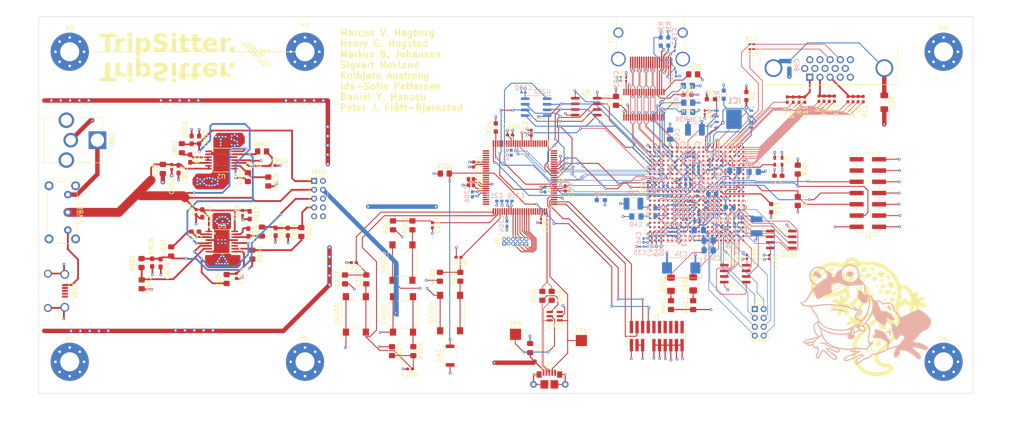
<source format=kicad_pcb>
(kicad_pcb (version 20221018) (generator pcbnew)
  (layers (0 "F.Cu" signal "FrontSignal") (1 "In1.Cu" power "GNDLayer") (2 "In2.Cu" power "PWRInnerLayer") (31 "B.Cu" signal "BottomSignal") (34 "B.Paste" user) (35 "F.Paste" user) (36 "B.SilkS" user "B.Silkscreen") (37 "F.SilkS" user "F.Silkscreen") (38 "B.Mask" user) (39 "F.Mask" user) (44 "Edge.Cuts" user))
  (net 0 "")
  (net 1 "GND")
  (net 2 "+1V0")
  (net 3 "+3.3V")
  (net 4 "+1V8")
  (net 5 "/PCB Power System/1V8")
  (net 6 "/PCB Power System/5V0")
  (net 7 "Net-(U2-VFB)")
  (net 8 "Net-(U5-VBST1)")
  (net 9 "Net-(U2-SS)")
  (net 10 "Net-(U2-VREG5)")
  (net 11 "Net-(U5-VREG5)")
  (net 12 "Net-(U2-SW1)")
  (net 13 "Net-(U2-VBST)")
  (net 14 "Net-(U5-VBST2)")
  (net 15 "Net-(U5-SW2)")
  (net 16 "/PCB Power System/1V0")
  (net 17 "/PCB Power System/3V3")
  (net 18 "Net-(C98-Pad1)")
  (net 19 "+5V")
  (net 20 "Net-(U7-ESD_BYP)")
  (net 21 "/FPGA Artix-7 100T 1FGG484C/Programmer interface/QSPI_CS")
  (net 22 "/FPGA Artix-7 100T 1FGG484C/Programmer interface/QSPI_DQ1")
  (net 23 "/FPGA Artix-7 100T 1FGG484C/Programmer interface/QSPI_DQ2")
  (net 24 "/FPGA Artix-7 100T 1FGG484C/Programmer interface/QSPI_DQ0")
  (net 25 "Net-(IC1-C)")
  (net 26 "/FPGA Artix-7 100T 1FGG484C/Programmer interface/QSPI_DQ3")
  (net 28 "/FPGA Artix-7 100T 1FGG484C/DDR3/SRAM_QSPI2_DQ2")
  (net 33 "/FPGA Artix-7 100T 1FGG484C/DDR3/SRAM_QSPI2_DQ3")
  (net 38 "/FPGA Artix-7 100T 1FGG484C/DDR3/SRAM_QSPIX_SCLK")
  (net 39 "/FPGA Artix-7 100T 1FGG484C/DDR3/SRAM_QSPI1_CS0")
  (net 40 "/FPGA Artix-7 100T 1FGG484C/DDR3/SRAM_QSPI1_DQ0")
  (net 41 "/FPGA Artix-7 100T 1FGG484C/DDR3/SRAM_QSPI1_DQ1")
  (net 42 "/FPGA Artix-7 100T 1FGG484C/DDR3/SRAM_QSPI1_DQ2")
  (net 43 "/FPGA Artix-7 100T 1FGG484C/DDR3/SRAM_QSPI1_DQ3")
  (net 44 "/FPGA Artix-7 100T 1FGG484C/DDR3/SRAM_QSPI2_CS0")
  (net 45 "/FPGA Artix-7 100T 1FGG484C/DDR3/SRAM_QSPI2_DQ0")
  (net 51 "/FPGA Artix-7 100T 1FGG484C/DDR3/SRAM_QSPI2_DQ1")
  (net 53 "Net-(D401-K)")
  (net 61 "/MCU EFM32GG11B420/PF12")
  (net 62 "/MCU EFM32GG11B420/USB3_micro_ab/D+")
  (net 63 "/MCU EFM32GG11B420/USB3_micro_ab/D-")
  (net 64 "Net-(J2-Pad1)")
  (net 65 "Net-(J2-Pad2)")
  (net 66 "Net-(J2-Pad3)")
  (net 71 "Net-(J2-Pad13)")
  (net 72 "Net-(J2-Pad14)")
  (net 74 "EFM32_RESETN")
  (net 75 "/MCU EFM32GG11B420/PE0_UART0_TX")
  (net 76 "/MCU EFM32GG11B420/PE1_UART0_RX")
  (net 77 "/MCU EFM32GG11B420/PE2_UART0_CTS")
  (net 78 "/MCU EFM32GG11B420/PE3_UART0_RTS")
  (net 79 "/MCU EFM32GG11B420/PE_4")
  (net 80 "/MCU EFM32GG11B420/PE_6")
  (net 81 "/MCU EFM32GG11B420/PE_5")
  (net 82 "/MCU EFM32GG11B420/PE_7")
  (net 83 "/FPGA Artix-7 100T 1FGG484C/HDMI Connector/CEC")
  (net 85 "Net-(J7-SCL)")
  (net 86 "Net-(J7-SDA)")
  (net 87 "Net-(J7-HPD{slash}HEAC-)")
  (net 88 "/MCU EFM32GG11B420/VBUS")
  (net 89 "Net-(U2-PG)")
  (net 90 "Net-(U5-EN2)")
  (net 91 "Net-(U5-VFB2)")
  (net 92 "Net-(U7-LV_SUPPLY)")
  (net 93 "HDMI_HPD")
  (net 94 "HDMI_SCL")
  (net 95 "HDMI_SDA")
  (net 96 "HDMI_CEC")
  (net 97 "FPGA_DONE")
  (net 99 "/FPGA Artix-7 100T 1FGG484C/QSPI0_DQ1")
  (net 100 "/FPGA Artix-7 100T 1FGG484C/QSPI0_DQ2")
  (net 101 "/FPGA Artix-7 100T 1FGG484C/QSPI0_DQ3")
  (net 102 "/FPGA Artix-7 100T 1FGG484C/DDR3/FPGA_LED_INDICATOR_1")
  (net 107 "FPGA_PROGRAM_B")
  (net 123 "/FPGA Artix-7 100T 1FGG484C/QSPI0_DQ0")
  (net 168 "/MCU EFM32GG11B420/QSPI0_DQS")
  (net 169 "/FPGA Artix-7 100T 1FGG484C/QSPI0_DQ7")
  (net 170 "/FPGA Artix-7 100T 1FGG484C/QSPI0_DQ4")
  (net 172 "/FPGA Artix-7 100T 1FGG484C/QSPI0_DQ5")
  (net 173 "/FPGA Artix-7 100T 1FGG484C/QSPI0_DQ6")
  (net 174 "/MCU EFM32GG11B420/QSPI0_CS1")
  (net 175 "/MCU EFM32GG11B420/QSPI0_CS0")
  (net 177 "/MCU EFM32GG11B420/PD5_BUTTON")
  (net 179 "/MCU EFM32GG11B420/PD6_BUTTON")
  (net 181 "/MCU EFM32GG11B420/PD8_BUTTON")
  (net 223 "MCU_PE9")
  (net 231 "MCU_PE7")
  (net 232 "MCU_PE8")
  (net 248 "HDMI_CLK_N")
  (net 249 "HDMI_CLK_P")
  (net 250 "HDMI_TX0_N")
  (net 251 "HDMI_TX0_P")
  (net 252 "HDMI_TX1_N")
  (net 253 "HDMI_TX1_P")
  (net 254 "HDMI_TX2_N")
  (net 255 "HDMI_TX2_P")
  (net 256 "Net-(U201D-DECOUPLE)")
  (net 257 "Net-(U201D-VREGO)")
  (net 263 "Net-(U201A-PB13)")
  (net 264 "Net-(U201A-PB14)")
  (net 267 "/FPGA Artix-7 100T 1FGG484C/SRAM_QSPI0_CS0")
  (net 270 "/FPGA Artix-7 100T 1FGG484C/SRAM_QSPI0_SCLK")
  (net 282 "Net-(U1F-INIT_B_0)")
  (net 292 "/FPGA Artix-7 100T 1FGG484C/VGA_B0")
  (net 293 "/FPGA Artix-7 100T 1FGG484C/VGA_B2")
  (net 294 "/FPGA Artix-7 100T 1FGG484C/VGA_G0")
  (net 295 "/FPGA Artix-7 100T 1FGG484C/VGA_G2")
  (net 296 "/FPGA Artix-7 100T 1FGG484C/VGA_R0")
  (net 297 "/FPGA Artix-7 100T 1FGG484C/VGA_R2")
  (net 298 "/FPGA Artix-7 100T 1FGG484C/VGA_B1")
  (net 299 "/FPGA Artix-7 100T 1FGG484C/VGA_B3")
  (net 300 "/FPGA Artix-7 100T 1FGG484C/VGA_G1")
  (net 301 "/FPGA Artix-7 100T 1FGG484C/VGA_G3")
  (net 302 "/FPGA Artix-7 100T 1FGG484C/VGA_R1")
  (net 303 "/FPGA Artix-7 100T 1FGG484C/VGA_R3")
  (net 304 "/FPGA Artix-7 100T 1FGG484C/VGA_HSync")
  (net 305 "/FPGA Artix-7 100T 1FGG484C/VGA_VSync")
  (net 330 "/MCU EFM32GG11B420/USB_D-")
  (net 331 "/MCU EFM32GG11B420/USB_D+")
  (net 332 "Net-(U5-SW1)")
  (net 348 "/MCU EFM32GG11B420/PD7_BUTTON")
  (net 349 "Net-(SW801A-A)")
  (net 353 "/FPGA Artix-7 100T 1FGG484C/GCLK100")
  (net 459 "Net-(U5-VFB1)")
  (net 461 "Net-(J4-Pin_4)")
  (net 462 "Net-(J4-Pin_6)")
  (net 463 "Net-(J4-Pin_8)")
  (net 464 "Net-(J4-Pin_10)")
  (net 467 "Net-(D1-K)")
  (net 468 "Net-(U201C-PF1)")
  (net 469 "Net-(U201C-PF0)")
  (net 470 "Net-(U201C-PF2)")
  (net 478 "Net-(J803-VBUS)")
  (net 480 "Net-(R202-Pad1)")
  (net 481 "Net-(R204-Pad1)")
  (net 482 "Net-(R206-Pad1)")
  (net 483 "Net-(R208-Pad1)")
  (net 484 "Net-(D402-K)")
  (net 485 "/FPGA Artix-7 100T 1FGG484C/DDR3/FPGA_LED_INDICATOR_2")
  (net 486 "/FPGA Artix-7 100T 1FGG484C/DDR3/FPGA_PINOUT_1")
  (net 487 "/FPGA Artix-7 100T 1FGG484C/DDR3/FPGA_PINOUT_2")
  (net 488 "/FPGA Artix-7 100T 1FGG484C/DDR3/FPGA_PINOUT_3")
  (net 489 "/FPGA Artix-7 100T 1FGG484C/DDR3/FPGA_PINOUT_4")
  (net 490 "/FPGA Artix-7 100T 1FGG484C/DDR3/FPGA_PINOUT_5")
  (net 491 "/FPGA Artix-7 100T 1FGG484C/DDR3/FPGA_PINOUT_8")
  (net 492 "/FPGA Artix-7 100T 1FGG484C/DDR3/FPGA_PINOUT_7")
  (net 493 "/FPGA Artix-7 100T 1FGG484C/DDR3/FPGA_PINOUT_6")
  (footprint "Capacitor_SMD:C_0603_1608Metric_Pad1.08x0.95mm_HandSolder" (layer "F.Cu") (at 69.5 66.8 -90)
    (fp_text reference "C815")
    (fp_text value "0.1uF")
  )
  (footprint "MountingHole:MountingHole_4.3mm_M4_Pad_Via" (layer "F.Cu") (at 82.275 26)
    (fp_text reference "H3")
    (fp_text value "MountingHole_Pad")
  )
  (footprint "Capacitor_SMD:C_0603_1608Metric_Pad1.08x0.95mm_HandSolder" (layer "F.Cu") (at 56.7 45.9 -90)
    (fp_text reference "C806")
    (fp_text value "22uF")
  )
  (footprint "Resistor_SMD:R_0402_1005Metric_Pad0.72x0.64mm_HandSolder" (layer "F.Cu") (at 191.030002 36.8025 90)
    (fp_text reference "R8")
    (fp_text value "4k")
  )
  (footprint "LED_SMD:LED_1206_3216Metric_Pad1.42x1.75mm_HandSolder" (layer "F.Cu") (at 164.8 78.4875 90)
    (fp_text reference "D401")
    (fp_text value "LED")
  )
  (footprint "Resistor_SMD:R_0805_2012Metric_Pad1.20x1.40mm_HandSolder" (layer "F.Cu") (at 74 55.3 -90)
    (fp_text reference "R803")
    (fp_text value "22.1K")
  )
  (footprint "Capacitor_SMD:C_0603_1608Metric_Pad1.08x0.95mm_HandSolder" (layer "F.Cu") (at 75.65 66.65 90)
    (fp_text reference "C818")
    (fp_text value "22uF")
  )
  (footprint "MountingHole:MountingHole_4.3mm_M4_Pad_Via" (layer "F.Cu") (at 82.275 96)
    (fp_text reference "H4")
    (fp_text value "MountingHole_Pad")
  )
  (footprint "Resistor_SMD:R_0805_2012Metric_Pad1.20x1.40mm_HandSolder" (layer "F.Cu") (at 168.7 37.5)
    (fp_text reference "R34")
    (fp_text value "47k")
  )
  (footprint "Inductor_SMD:L_0805_2012Metric_Pad1.15x1.40mm_HandSolder" (layer "F.Cu") (at 54.5 47.775 90)
    (fp_text reference "L802")
    (fp_text value "1.5uH")
  )
  (footprint "Capacitor_SMD:C_0603_1608Metric_Pad1.08x0.95mm_HandSolder" (layer "F.Cu") (at 189 54)
    (fp_text reference "C1")
    (fp_text value "0.1uF")
  )
  (footprint "Crystal:Crystal_SMD_2016-4Pin_2.0x1.6mm" (layer "F.Cu") (at 119.7 55.45 -90)
    (fp_text reference "Y201")
    (fp_text value "48MHz")
  )
  (footprint "Capacitor_SMD:C_0402_1005Metric_Pad0.74x0.62mm_HandSolder" (layer "F.Cu") (at 133.3 44.3 90)
    (fp_text reference "C203")
    (fp_text value "0.1uF")
  )
  (footprint "LOGO" (layer "F.Cu") (at 208.692379 85.252984)
    (fp_text reference "G***" hide)
    (fp_text value "LOGO" hide)
  )
  (footprint "Capacitor_SMD:C_0402_1005Metric_Pad0.74x0.62mm_HandSolder" (layer "F.Cu") (at 74.9325 51.7)
    (fp_text reference "C813")
    (fp_text value "1uF")
  )
  (footprint "Resistor_SMD:R_0402_1005Metric_Pad0.72x0.64mm_HandSolder" (layer "F.Cu") (at 207 36.7025 90)
    (fp_text reference "R5")
    (fp_text value "1K")
  )
  (footprint "Resistor_SMD:R_0603_1608Metric_Pad0.98x0.95mm_HandSolder" (layer "F.Cu") (at 168.5 35.7 180)
    (fp_text reference "R30")
    (fp_text value "27k")
  )
  (footprint "Resistor_SMD:R_0402_1005Metric_Pad0.72x0.64mm_HandSolder" (layer "F.Cu") (at 194.980002 36.8025 90)
    (fp_text reference "R15")
    (fp_text value "510")
  )
  (footprint "Footprints:PWP14_2P31X2P46" (layer "F.Cu") (at 63.421 50.450034 180)
    (fp_text reference "U2")
    (fp_text value "TPS54325_PWP_14")
  )
  (footprint "Capacitor_SMD:C_0603_1608Metric_Pad1.08x0.95mm_HandSolder" (layer "F.Cu") (at 57.5 66.6 180)
    (fp_text reference "C811")
    (fp_text value "0.1uF")
  )
  (footprint "Resistor_SMD:R_0805_2012Metric_Pad1.20x1.40mm_HandSolder" (layer "F.Cu") (at 113.8 53.5)
    (fp_text reference "R201")
    (fp_text value "100K")
  )
  (footprint "Resistor_SMD:R_0603_1608Metric_Pad0.98x0.95mm_HandSolder" (layer "F.Cu") (at 181.8 36 -90)
    (fp_text reference "R2")
    (fp_text value "2.4k")
  )
  (footprint "Capacitor_SMD:C_0402_1005Metric_Pad0.74x0.62mm_HandSolder" (layer "F.Cu") (at 68.2 62.4 -90)
    (fp_text reference "C816")
    (fp_text value "10uF")
  )
  (footprint "Resistor_SMD:R_0603_1608Metric_Pad0.98x0.95mm_HandSolder" (layer "F.Cu") (at 187.4 61.3 -90)
    (fp_text reference "R23")
    (fp_text value "4.7k")
  )
  (footprint "Capacitor_SMD:C_0402_1005Metric_Pad0.74x0.62mm_HandSolder" (layer "F.Cu") (at 93.2675 73.6 180)
    (fp_text reference "C215")
    (fp_text value "0.1uF")
  )
  (footprint "Resistor_SMD:R_0805_2012Metric_Pad1.20x1.40mm_HandSolder" (layer "F.Cu") (at 193.4 59.7 -90)
    (fp_text reference "R21")
    (fp_text value "10k")
  )
  (footprint "Button_Switch_SMD:SW_Push_SPST_NO_Alps_SKRK" (layer "F.Cu") (at 115 94.6 90)
    (fp_text reference "SW1")
    (fp_text value "SW_Push_Open")
  )
  (footprint "Capacitor_SMD:C_0402_1005Metric_Pad0.74x0.62mm_HandSolder" (layer "F.Cu") (at 105.9325 97.6 180)
    (fp_text reference "C216")
    (fp_text value "0.1uF")
  )
  (footprint "Resistor_SMD:R_0805_2012Metric_Pad1.20x1.40mm_HandSolder" (layer "F.Cu") (at 135.8 81.1 -90)
    (fp_text reference "R40")
    (fp_text value "15R")
  )
  (footprint "Capacitor_SMD:C_0603_1608Metric_Pad1.08x0.95mm_HandSolder" (layer "F.Cu") (at 53.75 52.5 -90)
    (fp_text reference "C803")
    (fp_text value "0.1uF")
  )
  (footprint "Capacitor_SMD:C_0603_1608Metric_Pad1.08x0.95mm_HandSolder" (layer "F.Cu") (at 58.4 45.9 -90)
    (fp_text reference "C807")
    (fp_text value "22uF")
  )
  (footprint "Resistor_SMD:R_0805_2012Metric_Pad1.20x1.40mm_HandSolder" (layer "F.Cu") (at 70.4 71.8 -90)
    (fp_text reference "R805")
    (fp_text value "22.1K")
  )
  (footprint "Resistor_SMD:R_0402_1005Metric_Pad0.72x0.64mm_HandSolder" (layer "F.Cu") (at 201.666668 36.6 90)
    (fp_text reference "R13")
    (fp_text value "510")
  )
  (footprint "Button_Switch_THT:SW_E-Switch_EG1224_SPDT_Angled" (layer "F.Cu") (at 28.7941 58.255 -90)
    (fp_text reference "SW801")
    (fp_text value "SW_DPDT_x2")
  )
  (footprint "Resistor_SMD:R_0805_2012Metric_Pad1.20x1.40mm_HandSolder" (layer "F.Cu") (at 106.7 93.6 -90)
    (fp_text reference "R204")
    (fp_text value "1k")
  )
  (footprint "Resistor_SMD:R_0805_2012Metric_Pad1.20x1.40mm_HandSolder" (layer "F.Cu") (at 152.4 37.1 -90)
    (fp_text reference "R29")
    (fp_text value "10k")
  )
  (footprint "Capacitor_SMD:C_0402_1005Metric_Pad0.74x0.62mm_HandSolder" (layer "F.Cu") (at 52.2116 52.03 -90)
    (fp_text reference "C802")
    (fp_text value "10uF")
  )
  (footprint "Resistor_SMD:R_0402_1005Metric_Pad0.72x0.64mm_HandSolder" (layer "F.Cu") (at 204.7 36.7025 90)
    (fp_text reference "R4")
    (fp_text value "4k")
  )
  (footprint "LED_SMD:LED_1206_3216Metric_Pad1.42x1.75mm_HandSolder" (layer "F.Cu") (at 169.8 78.4 90)
    (fp_text reference "D402")
    (fp_text value "LED")
  )
  (footprint "Button_Switch_SMD:SW_SPST_Omron_B3FS-100xP" (layer "F.Cu") (at 104.25 73.6 90)
    (fp_text reference "SW203")
    (fp_text value "SW_Push")
  )
  (footprint "Capacitor_SMD:C_0603_1608Metric_Pad1.08x0.95mm_HandSolder" (layer "F.Cu") (at 78.4 66.65 90)
    (fp_text reference "C819")
    (fp_text value "22uF")
  )
  (footprint "Resistor_SMD:R_0805_2012Metric_Pad1.20x1.40mm_HandSolder" (layer "F.Cu") (at 169.8 83.2 90)
    (fp_text reference "R402")
    (fp_text value "220")
  )
  (footprint "Inductor_SMD:L_0805_2012Metric_Pad1.15x1.40mm_HandSolder" (layer "F.Cu") (at 72.55 66.6 90)
    (fp_text reference "L3")
    (fp_text value "2.2uH")
  )
  (footprint "Capacitor_SMD:C_0201_0603Metric_Pad0.64x0.40mm_HandSolder" (layer "F.Cu") (at 135.5 64.2325 -90)
    (fp_text reference "C211")
    (fp_text value "1uF")
  )
  (footprint "Package_SO:TSSOP-38_4.4x9.7mm_P0.5mm" (layer "F.Cu") (at 158.7 37.9625 90)
    (fp_text reference "U7")
    (fp_text value "TPD12S520DBT")
  )
  (footprint "Resistor_SMD:R_0805_2012Metric_Pad1.20x1.40mm_HandSolder" (layer "F.Cu") (at 112.7 76.8 90)
    (fp_text reference "R209")
    (fp_text value "10k")
  )
  (footprint "Capacitor_SMD:C_0402_1005Metric_Pad0.74x0.62mm_HandSolder" (layer "F.Cu") (at 128.5 44.8)
    (fp_text reference "C205")
    (fp_text value "0.1uF")
  )
  (footprint "Resistor_SMD:R_0402_1005Metric_Pad0.72x0.64mm_HandSolder" (layer "F.Cu") (at 198.166668 36.6 90)
    (fp_text reference "R6")
    (fp_text value "4k")
  )
  (footprint "TestPoint:TestPoint_Pad_2.5x2.5mm" (layer "F.Cu") (at 144.6 91.2)
    (fp_text reference "TP1")
    (fp_text value "ID_Probe")
  )
  (footprint "Connector_PinHeader_2.54mm:PinHeader_2x07_P2.54mm_Vertical_SMD" (layer "F.Cu") (at 209.2 57.9 180)
    (fp_text reference "J4")
    (fp_text value "Conn_02x07_Odd_Even")
  )
  (footprint "Resistor_SMD:R_0805_2012Metric_Pad1.20x1.40mm_HandSolder" (layer "F.Cu") (at 117.3 76.8 90)
    (fp_text reference "R208")
    (fp_text value "1k")
  )
  (footprint "MountingHole:MountingHole_4.3mm_M4_Pad_Via" (layer "F.Cu") (at 29.219581 26)
    (fp_text reference "H2")
    (fp_text value "MountingHole_Pad")
  )
  (footprint "Connector_PinHeader_1.00mm:PinHeader_2x06_P1.00mm_Vertical" (layer "F.Cu") (at 127.2 69.3 90)
    (fp_text reference "J6")
    (fp_text value "EFM32_PinHeader_PortE")
  )
  (footprint "Resistor_SMD:R_0805_2012Metric_Pad1.20x1.40mm_HandSolder" (layer "F.Cu") (at 106.5 65.2 90)
    (fp_text reference "R206")
    (fp_text value "1k")
  )
  (footprint "Capacitor_SMD:C_0402_1005Metric_Pad0.74x0.62mm_HandSolder" (layer "F.Cu") (at 116.9 72.4 180)
    (fp_text reference "C218")
    (fp_text value "0.1uF")
  )
  (footprint "Package_SO:SOIC-8_3.9x4.9mm_P1.27mm" (layer "F.Cu") (at 189.7 68.4 180)
    (fp_text reference "U501")
    (fp_text value "IS62WVS2568FBLL-20NLI")
  )
  (footprint "Package_BGA:Xilinx_FGG484" (layer "F.Cu") (at 170.6 58.1 90)
    (fp_text reference "U1")
    (fp_text value "XC7A100T-FGG484")
  )
  (footprint "Package_SO:SC-74-6_1.5x2.9mm_P0.95mm" (layer "F.Cu") (at 138.6 85.7 180)
    (fp_text reference "IC701")
    (fp_text value "IP4220CZ6")
  )
  (footprint "Resistor_SMD:R_0805_2012Metric_Pad1.20x1.40mm_HandSolder" (layer "F.Cu") (at 96.1 77.4 90)
    (fp_text reference "R202")
    (fp_text value "1k")
  )
  (footprint "Resistor_SMD:R_0805_2012Metric_Pad1.20x1.40mm_HandSolder" (layer "F.Cu") (at 137.9 81.1 90)
    (fp_text reference "R39")
    (fp_text value "15R")
  )
  (footprint "Connector_USB:USB_Micro-B_Wuerth_629105150521_CircularHoles" (layer "F.Cu") (at 26.25 79.975 -90)
    (fp_text reference "J803")
    (fp_text value "USB_B_Micro")
  )
  (footprint "Capacitor_SMD:C_0603_1608Metric_Pad1.08x0.95mm_HandSolder" (layer "F.Cu") (at 56.4 50.1 -90)
    (fp_text reference "C805")
    (fp_text value "0.1uF")
  )
  (footprint "Resistor_SMD:R_0201_0603Metric_Pad0.64x0.40mm_HandSolder" (layer "F.Cu") (at 183 25.4 180)
    (fp_text reference "R18")
    (fp_text value "100")
  )
  (footprint "Capacitor_SMD:C_0603_1608Metric_Pad1.08x0.95mm_HandSolder" (layer "F.Cu") (at 59.1 62.5 -90)
    (fp_text reference "C812")
    (fp_text value "0.1uF")
  )
  (footprint "Resistor_SMD:R_0402_1005Metric_Pad0.72x0.64mm_HandSolder" (layer "F.Cu") (at 208.15 36.7025 90)
    (fp_text reference "R11")
    (fp_text value "510")
  )
  (footprint "Footprints:CDFN4_2P5X2_MCH-L" (layer "F.Cu") (at 189.025 50.725 -90)
    (fp_text reference "U4")
    (fp_text value "DSC1001DL5-100.0000T")
  )
  (footprint "MountingHole:MountingHole_4.3mm_M4_Pad_Via" (layer "F.Cu") (at 226.275 96)
    (fp_text reference "H6")
    (fp_text value "MountingHole_Pad")
  )
  (footprint "Button_Switch_SMD:SW_SPST_Omron_B3FS-100xP" (layer "F.Cu") (at 104.375 85.3 90)
    (fp_text reference "SW202")
    (fp_text value "SW_Push")
  )
  (footprint "Inductor_SMD:L_0805_2012Metric_Pad1.15x1.40mm_HandSolder" (layer "F.Cu") (at 133.05 92.9 -90)
    (fp_text reference "L4")
    (fp_text value "CBF221HC" hide)
  )
  (footprint "Resistor_SMD:R_1206_3216Metric_Pad1.30x1.75mm_HandSolder" (layer "F.Cu") (at 212.9 37.4 -90)
    (fp_text reference "R16")
    (fp_text value "1M")
  )
  (footprint "Package_SO:SOIC-8_3.9x4.9mm_P1.27mm" (layer "F.Cu") (at 145.7 38.4)
    (fp_text reference "U6")
    (fp_text value "IS62WVS2568FBLL-20NLI")
  )
  (footprint "Footprints:PWP16_2P31X2P46" (layer "F.Cu") (at 63.5 68.8437)
    (fp_text reference "U5")
    (fp_text value "TPS54294PWP")
  )
  (footprint "Resistor_SMD:R_0603_1608Metric_Pad0.98x0.95mm_HandSolder" (layer "F.Cu") (at 125.3 43.1 90)
    (fp_text reference "R24")
    (fp_text value "4.7k")
  )
  (footprint "Inductor_SMD:L_0805_2012Metric_Pad1.15x1.40mm_HandSolder" (layer "F.Cu") (at 52.1 71.085 90)
    (fp_text reference "L801")
    (fp_text value "1.5uH")
  )
  (footprint "Resistor_SMD:R_0402_1005Metric_Pad0.72x0.64mm_HandSolder" (layer "F.Cu") (at 205.85 36.7025 90)
    (fp_text reference "R10")
    (fp_text value "2k")
  )
  (footprint "Resistor_SMD:R_0805_2012Metric_Pad1.20x1.40mm_HandSolder" (layer "F.Cu") (at 101.9 93.6 -90)
    (fp_text reference "R205")
    (fp_text value "10k")
  )
  (footprint "Capacitor_SMD:C_0201_0603Metric_Pad0.64x0.40mm_HandSolder" (layer "F.Cu") (at 181.95 72.3 90)
    (fp_text reference "C509")
    (fp_text value "0.1uF" hide)
  )
  (footprint "Capacitor_SMD:C_0805_2012Metric_Pad1.18x1.45mm_HandSolder" (layer "F.Cu") (at 50.2116 52.4625 -90)
    (fp_text reference "C801")
    (fp_text value "100uF")
  )
  (footprint "MountingHole:MountingHole_4.3mm_M4_Pad_Via" (layer "F.Cu") (at 29.219581 96)
    (fp_text reference "H1")
    (fp_text value "MountingHole_Pad")
  )
  (footprint "Capacitor_SMD:C_0603_1608Metric_Pad1.08x0.95mm_HandSolder" (layer "F.Cu") (at 47.8 73.6 90)
    (fp_text reference "C808")
    (fp_text value "22uF")
  )
  (footprint "Resistor_SMD:R_0402_1005Metric_Pad0.72x0.64mm_HandSolder" (layer "F.Cu") (at 193.7 36.8025 90)
    (fp_text reference "R9")
    (fp_text value "1K")
  )
  (footprint "Resistor_SMD:R_0805_2012Metric_Pad1.20x1.40mm_HandSolder" (layer "F.Cu") (at 81.45 66.7 -90)
    (fp_text reference "R806")
    (fp_text value "73.2K")
  )
  (footprint "Resistor_SMD:R_0805_2012Metric_Pad1.20x1.40mm_HandSolder" (layer "F.Cu") (at 169.8 31.1)
    (fp_text reference "R33")
    (fp_text value "10k")
  )
  (footprint "Capacitor_SMD:C_0201_0603Metric_Pad0.64x0.40mm_HandSolder" (layer "F.Cu") (at 70.4925 50.6)
    (fp_text reference "C804")
    (fp_text value "3.3nF")
  )
  (footprint "Connector_HDMI:HDMI_A_Molex_208658-1001_Horizontal" (layer "F.Cu") (at 160.2 25.12 90)
    (fp_text reference "J7")
    (fp_text value "HDMI_A_1.4")
  )
  (footprint "Connector_USB:USB_Micro-B_GCT_USB3076-30-A" (layer "F.Cu") (at 137.38 99.9)
    (fp_text reference "J3")
    (fp_text value "USB_B_Micro")
  )
  (footprint "Capacitor_SMD:C_0402_1005Metric_Pad0.74x0.62mm_HandSolder" (layer "F.Cu") (at 140.95 56.8675 90)
    (fp_text reference "C201")
    (fp_text value "10uF")
  )
  (footprint "Resistor_SMD:R_0805_2012Metric_Pad1.20x1.40mm_HandSolder" (layer "F.Cu") (at 164.8 83.2 90)
    (fp_text reference "R401")
    (fp_text value "220")
  )
  (footprint "Capacitor_SMD:C_0402_1005Metric_Pad0.74x0.62mm_HandSolder" (layer "F.Cu") (at 120.3 51.4675 -90)
    (fp_text reference "C202")
    (fp_text value "0.1uF")
  )
  (footprint "Resistor_SMD:R_0805_2012Metric_Pad1.20x1.40mm_HandSolder" (layer "F.Cu") (at 91.3 77.4 90)
    (fp_text reference "R203")
    (fp_text value "10k")
  )
  (footprint "Package_QFP:TQFP-100_14x14mm_P0.5mm" (layer "F.Cu") (at 130.75 54.4 -90)
    (fp_text reference "U201")
    (fp_text value "EFM32GG11B420F2048GQ100")
  )
  (footprint "Connector_BarrelJack:BarrelJack_CUI_PJ-063AH_Horizontal_CircularHoles" (layer "F.Cu") (at 35.4616 45.9625 -90)
    (fp_text reference "J802")
    (fp_text value "Jack-DC")
  )
  (footprint "LOGO" (layer "F.Cu") (at 208.692379 85.252984)
    (fp_text reference "G***" hide)
    (fp_text value "LOGO" hide)
  )
  (footprint "Resistor_SMD:R_0805_2012Metric_Pad1.20x1.40mm_HandSolder" (layer "F.Cu") (at 64.6 77.3 -90)
    (fp_text reference "R804")
    (fp_text value "100K")
  )
  (footprint "FTSH-110-01-L-DV-007:SAMTEC_FTSH-110-01-L-DV-007" (layer "F.Cu") (at 161.5875 90.2)
    (fp_text reference "J1")
    (fp_text value "FTSH-110-01-L-DV-007")
  )
  (footprint "Capacitor_SMD:C_0402_1005Metric_Pad0.74x0.62mm_HandSolder" (layer "F.Cu") (at 57.7 62.2 -90)
    (fp_text reference "C810")
    (fp_text value "10uF")
  )
  (footprint "Capacitor_SMD:C_0201_0603Metric_Pad0.64x0.40mm_HandSolder" (layer "F.Cu") (at 154.7 32.2075 90)
    (fp_text reference "C104")
    (fp_text value "0.1uF")
  )
  (footprint "Resistor_SMD:R_0805_2012Metric_Pad1.20x1.40mm_HandSolder" (layer "F.Cu") (at 45.4 73.7 -90)
    (fp_text reference "R801")
    (fp_text value "30.1K")
  )
  (footprint "Resistor_SMD:R_0201_0603Metric_Pad0.64x0.40mm_HandSolder" (layer "F.Cu") (at 183.0075 24.3 180)
    (fp_text reference "R17")
    (fp_text value "100")
  )
  (footprint "Connector_PinHeader_2.00mm:PinHeader_2x05_P2.00mm_Vertical" (layer "F.Cu") (at 84.3336 55.1585)
    (fp_text reference "J801")
    (fp_text value "Conn_02x05_Odd_Even")
  )
  (footprint "Package_SO:SOIC-8_3.9x4.9mm_P1.27mm" (layer "F.Cu") (at 179.3 76.1)
    (fp_text reference "U502")
    (fp_text value "IS62WVS2568FBLL-20NLI" hide)
  )
  (footprint "TestPoint:TestPoint_Pad_2.5x2.5mm" (layer "F.Cu") (at 129.75 89.8)
    (fp_text reference "TP4")
    (fp_text value "VBUS_Probe")
  )
  (footprint "Connector_Dsub:DSUB-15-HD_Female_Horizontal_P2.29x1.98mm_EdgePinOffset3.03mm_Housed_MountingHolesOffset4.94mm" (layer "F.Cu") (at 196.1 31.750331 180)
    (fp_text reference "J2")
    (fp_text value "DE15_Plug_HighDensity_MountingHoles")
  )
  (footprint "Resistor_SMD:R_0402_1005Metric_Pad0.72x0.64mm_HandSolder" (layer "F.Cu") (at 192.365001 36.8025 90)
    (fp_text reference "R14")
    (fp_text value "2k")
  )
  (footprint "Resistor_SMD:R_0402_1005Metric_Pad0.72x0.64mm_HandSolder" (layer "F.Cu") (at 200.5 36.6 90)
    (fp_text reference "R7")
    (fp_text value "1K")
  )
  (footprint "Capacitor_SMD:C_0201_0603Metric_Pad0.64x0.40mm_HandSolder" (layer "F.Cu") (at 186.95 72.35 -90)
    (fp_text reference "C510")
    (fp_text value "0.1uF" hide)
  )
  (footprint "Resistor_SMD:R_0805_2012Metric_Pad1.20x1.40mm_HandSolder" (layer "F.Cu") (at 102.1 65.2 90)
    (fp_text reference "R207")
    (fp_text value "10k")
  )
  (footprint "Resistor_SMD:R_0805_2012Metric_Pad1.20x1.40mm_HandSolder" (layer "F.Cu") (at 45.45 78.5 -90)
    (fp_text reference "R802")
    (fp_text value "22.1K")
  )
  (footprint "MountingHole:MountingHole_4.3mm_M4_Pad_Via" (layer "F.Cu") (at 226.275 26)
    (fp_text reference "H5")
    (fp_text value "MountingHole_Pad")
  )
  (footprint "Resistor_SMD:R_0402_1005Metric_Pad0.72x0.64mm_HandSolder" (layer "F.Cu") (at 199.333334 36.6 90)
    (fp_text reference "R12")
    (fp_text value "2k")
  )
  (footprint "Resistor_SMD:R_0603_1608Metric_Pad0.98x0.95mm_HandSolder" (layer "F.Cu") (at 173.8 36.7)
    (fp_text reference "R3")
    (fp_text value "4.7k")
  )
  (footprint "Resistor_SMD:R_0805_2012Metric_Pad1.20x1.40mm_HandSolder" (layer "F.Cu") (at 193.4 52.6 -90)
    (fp_text reference "R20")
    (fp_text value "10k")
  )
  (footprint "Capacitor_SMD:C_0603_1608Metric_Pad1.08x0.95mm_HandSolder" (layer "F.Cu") (at 49.7 73.7 90)
    (fp_text reference "C809")
    (fp_text value "22uF")
  )
  (footprint "Resistor_SMD:R_0805_2012Metric_Pad1.20x1.40mm_HandSolder" (layer "F.Cu") (at 72.6 48.5)
    (fp_text reference "R807")
    (fp_text value "100k")
  )
  (footprint "Resistor_SMD:R_0805_2012Metric_Pad1.20x1.40mm_HandSolder" (layer "F.Cu") (at 69.4 54.3 90)
    (fp_text reference "R808")
    (fp_text value "6.81k")
  )
  (footprint "Connector_PinHeader_2.00mm:PinHeader_2x04_P2.00mm_Vertical" (layer "F.Cu") (at 183.7 84.1)
    (fp_text reference "J5")
    (fp_text value "Conn_02x04_Counter_Clockwise")
  )
  (footprint "Capacitor_SMD:C_0201_0603Metric_Pad0.64x0.40mm_HandSolder" (layer "F.Cu") (at 172.4 39.7 -90)
    (fp_text reference "C86")
    (fp_text value "100nF")
  )
  (footprint "Capacitor_SMD:C_0603_1608Metric_Pad1.08x0.95mm_HandSolder" (layer "F.Cu") (at 69.8 62.9 -90)
    (fp_text reference "C817")
    (fp_text value "0.1uF")
  )
  (footprint "Button_Switch_SMD:SW_SPST_Omron_B3FS-100xP" (layer "F.Cu") (at 115 85 90)
    (fp_text reference "SW204")
    (fp_text value "SW_Push")
  )
  (footprint "Button_Switch_SMD:SW_SPST_Omron_B3FS-100xP" (layer "F.Cu") (at 93.75 85.3 90)
    (fp_text reference "SW201")
    (fp_text value "SW_Push")
  )
  (footprint "Capacitor_SMD:C_0402_1005Metric_Pad0.74x0.62mm_HandSolder" (layer "F.Cu") (at 111 65.1675 -90)
    (fp_text reference "C217")
    (fp_text value "0.1uF")
  )
  (footprint "Capacitor_SMD:C_0402_1005Metric_Pad0.74x0.62mm_HandSolder" (layer "F.Cu") (at 66.8 76.6 -90)
    (fp_text reference "C814")
    (fp_text value "1uF")
  )
  (footprint "Capacitor_SMD:C_0603_1608Metric_Pad1.08x0.95mm_HandSolder" (layer "B.Cu") (at 174.1 58.1 180)
    (fp_text reference "C32")
    (fp_text value "47uF")
  )
  (footprint "Diode_SMD:D_0201_0603Metric_Pad0.64x0.40mm_HandSolder" (layer "B.Cu") (at 164.95 28.2325 -90)
    (fp_text reference "D1")
    (fp_text value "D")
  )
  (footprint "Capacitor_SMD:C_0402_1005Metric_Pad0.74x0.62mm_HandSolder" (layer "B.Cu") (at 170.8 64.1 180)
    (fp_text reference "C27")
    (fp_text value "470nF")
  )
  (footprint "Capacitor_SMD:C_0402_1005Metric_Pad0.74x0.62mm_HandSolder" (layer "B.Cu") (at 169.8 52.6325 90)
    (fp_text reference "C26")
    (fp_text value "470nF")
  )
  (footprint "Capacitor_SMD:C_0201_0603Metric_Pad0.64x0.40mm_HandSolder" (layer "B.Cu") (at 165.05 67.5 180)
    (fp_text reference "C51")
    (fp_text value "470nF")
  )
  (footprint "Capacitor_SMD:C_0201_0603Metric_Pad0.64x0.40mm_HandSolder" (layer "B.Cu") (at 176.5 51.3925 -90)
    (fp_text reference "C83")
    (fp_text value "470nF")
  )
  (footprint "Capacitor_SMD:C_0603_1608Metric_Pad1.08x0.95mm_HandSolder" (layer "B.Cu") (at 161.3 62.1625 -90)
    (fp_text reference "C9")
    (fp_text value "47uF")
  )
  (footprint "Package_SO:SOIC-8_3.9x4.9mm_P1.27mm" (layer "B.Cu") (at 134.4 38.5 180)
    (fp_text reference "U202")
    (fp_text value "IS62WVS2568FBLL-20NLI")
  )
  (footprint "Capacitor_SMD:C_0201_0603Metric_Pad0.64x0.40mm_HandSolder" (layer "B.Cu") (at 161.0075 56.1 180)
    (fp_text reference "C45")
    (fp_text value "470nF")
  )
  (footprint "Capacitor_SMD:C_0402_1005Metric_Pad0.74x0.62mm_HandSolder" (layer "B.Cu") (at 166.7 55.4675 90)
    (fp_text reference "C14")
    (fp_text value "470nF")
  )
  (footprint "Capacitor_SMD:C_0201_0603Metric_Pad0.64x0.40mm_HandSolder" (layer "B.Cu") (at 165.0425 66.7 180)
    (fp_text reference "C52")
    (fp_text value "470nF")
  )
  (footprint "Capacitor_SMD:C_0201_0603Metric_Pad0.64x0.40mm_HandSolder" (layer "B.Cu") (at 168.6 49.2925 90)
    (fp_text reference "C43")
    (fp_text value "470nF")
  )
  (footprint "Capacitor_SMD:C_0201_0603Metric_Pad0.64x0.40mm_HandSolder" (layer "B.Cu") (at 159.6 55.7 -90)
    (fp_text reference "C44")
    (fp_text value "470nF")
  )
  (footprint "Capacitor_SMD:C_0805_2012Metric_Pad1.18x1.45mm_HandSolder" (layer "B.Cu") (at 179.1 52.8)
    (fp_text reference "C37")
    (fp_text value "4.7uF")
  )
  (footprint "Capacitor_SMD:C_0201_0603Metric_Pad0.64x0.40mm_HandSolder" (layer "B.Cu") (at 176.05 65.2)
    (fp_text reference "C508")
    (fp_text value "470nF")
  )
  (footprint "Capacitor_SMD:C_0201_0603Metric_Pad0.64x0.40mm_HandSolder" (layer "B.Cu") (at 170.9 62.5 -90)
    (fp_text reference "C55")
    (fp_text value "470nF")
  )
  (footprint "Capacitor_SMD:C_0201_0603Metric_Pad0.64x0.40mm_HandSolder" (layer "B.Cu") (at 169.1 59.9 180)
    (fp_text reference "C54")
    (fp_text value "470nF")
  )
  (footprint "Capacitor_SMD:C_0402_1005Metric_Pad0.74x0.62mm_HandSolder" (layer "B.Cu") (at 126.1 59.7 180)
    (fp_text reference "C213")
    (fp_text value "0.1uF")
  )
  (footprint "Capacitor_SMD:C_0201_0603Metric_Pad0.64x0.40mm_HandSolder" (layer "B.Cu") (at 164.6 60.6 180)
    (fp_text reference "C57")
    (fp_text value "470nF")
  )
  (footprint "Resistor_SMD:R_0603_1608Metric_Pad0.98x0.95mm_HandSolder" (layer "B.Cu") (at 164.2 23.7 -90)
    (fp_text reference "R32")
    (fp_text value "4.7k")
  )
  (footprint "Capacitor_SMD:C_0805_2012Metric_Pad1.18x1.45mm_HandSolder" (layer "B.Cu") (at 157 63.2)
    (fp_text reference "C40")
    (fp_text value "4.7uF")
  )
  (footprint "Capacitor_SMD:C_0201_0603Metric_Pad0.64x0.40mm_HandSolder" (layer "B.Cu") (at 162.6 68.5 90)
    (fp_text reference "C50")
    (fp_text value "4.7uF")
  )
  (footprint "Capacitor_SMD:C_0201_0603Metric_Pad0.64x0.40mm_HandSolder" (layer "B.Cu") (at 131.5075 35.2 180)
    (fp_text reference "C100")
    (fp_text value "0.1uF")
  )
  (footprint "Capacitor_SMD:C_0402_1005Metric_Pad0.74x0.62mm_HandSolder" (layer "B.Cu") (at 171 52.6 90)
    (fp_text reference "C28")
    (fp_text value "4.7uF")
  )
  (footprint "Capacitor_SMD:C_0402_1005Metric_Pad0.74x0.62mm_HandSolder" (layer "B.Cu") (at 127.8 64.8325 -90)
    (fp_text reference "C204")
    (fp_text value "0.1uF")
  )
  (footprint "Resistor_SMD:R_0805_2012Metric_Pad1.20x1.40mm_HandSolder" (layer "B.Cu") (at 168.6 33.7)
    (fp_text reference "R35")
    (fp_text value "47k")
  )
  (footprint "Capacitor_SMD:C_0402_1005Metric_Pad0.74x0.62mm_HandSolder" (layer "B.Cu") (at 128.3925 59.7 180)
    (fp_text reference "C210")
    (fp_text value "1uF")
  )
  (footprint "Capacitor_SMD:C_0603_1608Metric_Pad1.08x0.95mm_HandSolder" (layer "B.Cu") (at 191.5 29 -90)
    (fp_text reference "C98")
    (fp_text value "1nF")
  )
  (footprint "Capacitor_SMD:C_0201_0603Metric_Pad0.64x0.40mm_HandSolder" (layer "B.Cu") (at 170.05 61.1)
    (fp_text reference "C56")
    (fp_text value "470nF")
  )
  (footprint "Resistor_SMD:R_0805_2012Metric_Pad1.20x1.40mm_HandSolder" (layer "B.Cu") (at 168.7 39.6)
    (fp_text reference "R36")
    (fp_text value "47k")
  )
  (footprint "Capacitor_SMD:C_0402_1005Metric_Pad0.74x0.62mm_HandSolder" (layer "B.Cu") (at 168.7 54.9)
    (fp_text reference "C13")
    (fp_text value "470nF")
  )
  (footprint "Capacitor_SMD:C_0805_2012Metric_Pad1.18x1.45mm_HandSolder" (layer "B.Cu") (at 183.4625 53.1 180)
    (fp_text reference "C38")
    (fp_text value "4.7uF")
  )
  (footprint "Capacitor_SMD:C_0402_1005Metric_Pad0.74x0.62mm_HandSolder" (layer "B.Cu") (at 172.6 60.6 -90)
    (fp_text reference "C30")
    (fp_text value "470nF")
  )
  (footprint "Capacitor_SMD:C_0201_0603Metric_Pad0.64x0.40mm_HandSolder" (layer "B.Cu") (at 158.6 68.6 90)
    (fp_text reference "C46")
    (fp_text value "4.7uF")
  )
  (footprint "Capacitor_Tantalum_SMD:CP_EIA-7343-43_Kemet-X_Pad2.25x2.55mm_HandSolder" (layer "B.Cu") (at 167.1 74.8 180)
    (fp_text reference "C34")
    (fp_text value "330uF")
  )
  (footprint "Capacitor_SMD:C_0201_0603Metric_Pad0.64x0.40mm_HandSolder" (layer "B.Cu") (at 161.5 68.4925 90)
    (fp_text reference "C48")
    (fp_text value "4.7uF")
  )
  (footprint "Capacitor_SMD:C_1210_3225Metric_Pad1.33x2.70mm_HandSolder" (layer "B.Cu") (at 184.1 65.4 -90)
    (fp_text reference "C501")
    (fp_text value "47uF")
  )
  (footprint "Capacitor_SMD:C_0201_0603Metric_Pad0.64x0.40mm_HandSolder" (layer "B.Cu") (at 165.65 25.35 -90)
    (fp_text reference "C102")
    (fp_text value "0.1uF")
  )
  (footprint "Capacitor_SMD:C_0201_0603Metric_Pad0.64x0.40mm_HandSolder" (layer "B.Cu") (at 177.6 65.7 -90)
    (fp_text reference "C506")
    (fp_text value "470nF")
  )
  (footprint "Capacitor_SMD:C_0201_0603Metric_Pad0.64x0.40mm_HandSolder" (layer "B.Cu") (at 180.7 64.1075 -90)
    (fp_text reference "C504")
    (fp_text value "470nF")
  )
  (footprint "Capacitor_SMD:C_0201_0603Metric_Pad0.64x0.40mm_HandSolder" (layer "B.Cu") (at 160.5 68.5 90)
    (fp_text reference "C47")
    (fp_text value "4.7uF")
  )
  (footprint "Resistor_SMD:R_0603_1608Metric_Pad0.98x0.95mm_HandSolder" (layer "B.Cu") (at 148.9875 59.5 180)
    (fp_text reference "R38")
    (fp_text value "330k")
  )
  (footprint "Capacitor_SMD:C_0805_2012Metric_Pad1.18x1.45mm_HandSolder" (layer "B.Cu") (at 171.1 66.3)
    (fp_text reference "C33")
    (fp_text value "100uF")
  )
  (footprint "Capacitor_SMD:C_0402_1005Metric_Pad0.74x0.62mm_HandSolder" (layer "B.Cu") (at 120 58.2 -90)
    (fp_text reference "C206")
    (fp_text value "0.1uF")
  )
  (footprint "Capacitor_SMD:C_1210_3225Metric_Pad1.33x2.70mm_HandSolder" (layer "B.Cu") (at 170.2 43.6 180)
    (fp_text reference "C36")
    (fp_text value "47uF")
  )
  (footprint "Capacitor_SMD:C_1210_3225Metric_Pad1.33x2.70mm_HandSolder" (layer "B.Cu") (at 156.3375 60.3)
    (fp_text reference "C39")
    (fp_text value "47uF")
  )
  (footprint "footprints:SON127P800X600X80-9N-D" (layer "B.Cu") (at 179 41.205 180)
    (fp_text reference "IC1")
    (fp_text value "MT25QL256ABA1EW9-0SIT" hide)
  )
  (footprint "Capacitor_SMD:C_0201_0603Metric_Pad0.64x0.40mm_HandSolder" (layer "B.Cu") (at 165.05 65.9 180)
    (fp_text reference "C49")
    (fp_text value "4.7uF")
  )
  (footprint "Capacitor_SMD:C_0402_1005Metric_Pad0.74x0.62mm_HandSolder" (layer "B.Cu") (at 165.7 51.5325 90)
    (fp_text reference "C29")
    (fp_text value "4.7uF")
  )
  (footprint "Capacitor_SMD:C_0805_2012Metric_Pad1.18x1.45mm_HandSolder" (layer "B.Cu") (at 173.3 70.85 180)
    (fp_text reference "C503")
    (fp_text value "4.7uF")
  )
  (footprint "Capacitor_SMD:C_0201_0603Metric_Pad0.64x0.40mm_HandSolder" (layer "B.Cu") (at 168 64)
    (fp_text reference "C58")
    (fp_text value "470nF")
  )
  (footprint "Capacitor_SMD:C_0805_2012Metric_Pad1.18x1.45mm_HandSolder" (layer "B.Cu") (at 164.6 44.7 90)
    (fp_text reference "C41")
    (fp_text value "4.7uF")
  )
  (footprint "Capacitor_SMD:C_0201_0603Metric_Pad0.64x0.40mm_HandSolder" (layer "B.Cu") (at 173.55 52.35 -90)
    (fp_text reference "C81")
    (fp_text value "470nF")
  )
  (footprint "Capacitor_SMD:C_0603_1608Metric_Pad1.08x0.95mm_HandSolder" (layer "B.Cu") (at 178 61.1)
    (fp_text reference "C10")
    (fp_text value "47uF")
  )
  (footprint "Resistor_SMD:R_0805_2012Metric_Pad1.20x1.40mm_HandSolder" (layer "B.Cu") (at 168.7 37.5)
    (fp_text reference "R37")
    (fp_text value "47k")
  )
  (footprint "Resistor_SMD:R_0603_1608Metric_Pad0.98x0.95mm_HandSolder" (layer "B.Cu") (at 162.5 23.7 -90)
    (fp_text reference "R31")
    (fp_text value "4.7k")
  )
  (footprint "Capacitor_SMD:C_0201_0603Metric_Pad0.64x0.40mm_HandSolder" (layer "B.Cu") (at 165.9 31.1 -90)
    (fp_text reference "C105")
    (fp_text value "0.1uF")
  )
  (footprint "Capacitor_SMD:C_0402_1005Metric_Pad0.74x0.62mm_HandSolder" (layer "B.Cu") (at 168.7 56 180)
    (fp_text reference "C25")
    (fp_text value "470nF")
  )
  (footprint "Capacitor_SMD:C_0402_1005Metric_Pad0.74x0.62mm_HandSolder" (layer "B.Cu") (at 128.8 48.8 -90)
    (fp_text reference "C212")
    (fp_text value "0.1uF")
  )
  (footprint "Capacitor_SMD:C_0402_1005Metric_Pad0.74x0.62mm_HandSolder" (layer "B.Cu") (at 168.5 52.6 90)
    (fp_text reference "C31")
    (fp_text value "4.7uF")
  )
  (footprint "Capacitor_SMD:C_0201_0603Metric_Pad0.64x0.40mm_HandSolder" (layer "B.Cu") (at 153.5 32.2 -90)
    (fp_text reference "C103")
    (fp_text value "0.1uF")
  )
  (footprint "Capacitor_SMD:C_0201_0603Metric_Pad0.64x0.40mm_HandSolder" (layer "B.Cu") (at 167.65 66.2 -90)
    (fp_text reference "C53")
    (fp_text value "470nF")
  )
  (footprint "Capacitor_SMD:C_0201_0603Metric_Pad0.64x0.40mm_HandSolder" (layer "B.Cu") (at 169.7 49.3 -90)
    (fp_text reference "C42")
    (fp_text value "470nF")
  )
  (footprint "Capacitor_SMD:C_0201_0603Metric_Pad0.64x0.40mm_HandSolder" (layer "B.Cu") (at 174.6 52.7 90)
    (fp_text reference "C80")
    (fp_text value "470nF")
  )
  (footprint "Capacitor_SMD:C_0201_0603Metric_Pad0.64x0.40mm_HandSolder" (layer "B.Cu") (at 179.75 66.95 -90)
    (fp_text reference "C507")
    (fp_text value "470nF")
  )
  (footprint "Resistor_SMD:R_0603_1608Metric_Pad0.98x0.95mm_HandSolder" (layer "B.Cu") (at 176.7 35.7 -90)
    (fp_text reference "R1")
    (fp_text value "4.7k")
  )
  (footprint "Capacitor_SMD:C_0201_0603Metric_Pad0.64x0.40mm_HandSolder" (layer "B.Cu") (at 158.2925 70 180)
    (fp_text reference "C35")
    (fp_text value "4.7uF")
  )
  (footprint "Capacitor_SMD:C_0201_0603Metric_Pad0.64x0.40mm_HandSolder" (layer "B.Cu") (at 173.9 50.2)
    (fp_text reference "C82")
    (fp_text value "470nF")
  )
  (footprint "Capacitor_SMD:C_0805_2012Metric_Pad1.18x1.45mm_HandSolder" (layer "B.Cu") (at 173.3 68.6 180)
    (fp_text reference "C502")
    (fp_text value "4.7uF")
  )
  (footprint "Capacitor_SMD:C_0402_1005Metric_Pad0.74x0.62mm_HandSolder" (layer "B.Cu") (at 136.4 57.1 90)
    (fp_text reference "C214")
    (fp_text value "10uF")
  )
  (footprint "Capacitor_SMD:C_0402_1005Metric_Pad0.74x0.62mm_HandSolder" (layer "B.Cu") (at 170.7 58 -90)
    (fp_text reference "C15")
    (fp_text value "470nF")
  )
  (footprint "Capacitor_SMD:C_0201_0603Metric_Pad0.64x0.40mm_HandSolder" (layer "B.Cu") (at 163.55 56.15 180)
    (fp_text reference "C101")
    (fp_text value "0.1uF")
  )
  (gr_line (start 74.6 28.85) (end 74.6 29.25) (stroke (width 0.15)) (layer "F.SilkS"))
  (gr_line (start 74.225 25.8) (end 74.225 25.4) (stroke (width 0.15)) (layer "F.SilkS"))
  (gr_line (start 74.6 29.25) (end 74.2 29.25) (stroke (width 0.15)) (layer "F.SilkS"))
  (gr_line (start 72.9 29.25) (end 72.5 29.25) (stroke (width 0.15)) (layer "F.SilkS"))
  (gr_line (start 68.975 24) (end 71.725 27.05) (stroke (width 0.25)) (layer "F.SilkS"))
  (gr_line (start 73.7 29.25) (end 73.3 29.25) (stroke (width 0.15)) (layer "F.SilkS"))
  (gr_line (start 73.325 25.8) (end 73.325 25.4) (stroke (width 0.15)) (layer "F.SilkS"))
  (gr_line (start 73.325 25.4) (end 72.925 25.4) (stroke (width 0.15)) (layer "F.SilkS"))
  (gr_line (start 72.15 27.55) (end 73.7 29.25) (stroke (width 0.15)) (layer "F.SilkS"))
  (gr_line (start 74.225 25.4) (end 73.825 25.4) (stroke (width 0.15)) (layer "F.SilkS"))
  (gr_line (start 73.7 28.85) (end 73.7 29.25) (stroke (width 0.15)) (layer "F.SilkS"))
  (gr_line (start 70.975 27.1) (end 72.525 25.4) (stroke (width 0.15)) (layer "F.SilkS"))
  (gr_line (start 69.875 24) (end 72.625 27.05) (stroke (width 0.25)) (layer "F.SilkS"))
  (gr_line (start 71.35 27.55) (end 72.9 29.25) (stroke (width 0.15)) (layer "F.SilkS"))
  (gr_line (start 72.525 25.8) (end 72.525 25.4) (stroke (width 0.15)) (layer "F.SilkS"))
  (gr_line (start 68.175 24) (end 70.925 27.05) (stroke (width 0.25)) (layer "F.SilkS"))
  (gr_line (start 71.775 27.1) (end 73.325 25.4) (stroke (width 0.15)) (layer "F.SilkS"))
  (gr_line (start 73.05 27.55) (end 74.6 29.25) (stroke (width 0.15)) (layer "F.SilkS"))
  (gr_line (start 72.9 28.85) (end 72.9 29.25) (stroke (width 0.15)) (layer "F.SilkS"))
  (gr_line (start 72.525 25.4) (end 72.125 25.4) (stroke (width 0.15)) (layer "F.SilkS"))
  (gr_line (start 72.675 27.1) (end 74.225 25.4) (stroke (width 0.15)) (layer "F.SilkS"))
  (gr_line (start 34.8 26) (end 82 26) (stroke (width 0.15)) (layer "F.SilkS"))
  (gr_rect (start 22.243 18.1) (end 232.957 103.1) (stroke (width 0.1)) (fill none) (layer "Edge.Cuts"))
  (gr_text "Marcus V. Hagberg\nHenry G. Hogstad\nMarkus B. Johansen\nSigvart Hovland\nKolbjørn Austreng\nIda-Sofie Pettersen\nDaniel Y. Hansen\nPeter J. Flått-Bjørnstad" (at 90 39.5) (layer "F.SilkS") (effects (font (size 1.5 1.5) (thickness 0.3) bold) (justify left bottom)))
  (gr_text "TripSitter." (at 35.825 26.625) (layer "F.SilkS") (effects (font (size 4 4) (thickness 1) bold) (justify left bottom)))
  (gr_text "TripSitter." (at 35.825 27.875 180) (layer "F.SilkS") (effects (font (size 4 4) (thickness 1) bold) (justify left bottom mirror)))
  (segment (start 179.1 64.6) (end 179.6 65.1) (width 0.25) (layer "F.Cu") (net 1))
  (segment (start 58.4126 43.5375) (end 58.4626 44.975) (width 0.4) (layer "F.Cu") (net 1))
  (segment (start 167.1 68.6) (end 166.6 69.1) (width 0.25) (layer "F.Cu") (net 1))
  (segment (start 177.6 79.75) (end 177.65 79.75) (width 0.125) (layer "F.Cu") (net 1))
  (segment (start 160.7 30.1) (end 160.7 30.2) (width 0.2) (layer "F.Cu") (net 1))
  (segment (start 164.1 49.6) (end 163.6 49.1) (width 0.25) (layer "F.Cu") (net 1))
  (segment (start 166.15 95.35) (end 166.15 95.4) (width 0.25) (layer "F.Cu") (net 1))
  (segment (start 128 60.8) (end 128 60.7) (width 0.2) (layer "F.Cu") (net 1))
  (segment (start 104.4 97.6) (end 104.2 97.6) (width 0.2) (layer "F.Cu") (net 1))
  (segment (start 169.1 64.6) (end 168.6 65.1) (width 0.25) (layer "F.Cu") (net 1))
  (segment (start 66.421 68.518702) (end 65.174932 68.518702) (width 0.4) (layer "F.Cu") (net 1))
  (segment (start 216.32 62.98) (end 211.725 62.98) (width 0.2) (layer "F.Cu") (net 1))
  (segment (start 155.2 33.6) (end 155.2 35.1) (width 0.2) (layer "F.Cu") (net 1))
  (segment (start 163.3 30.75) (end 163.7 30.35) (width 0.2) (layer "F.Cu") (net 1))
  (segment (start 177.1 68.6) (end 177.6 69.1) (width 0.25) (layer "F.Cu") (net 1))
  (segment (start 162.1 53.6) (end 162.575 54.075) (width 0.25) (layer "F.Cu") (net 1))
  (segment (start 166.1 60.6) (end 165.602961 61.097039) (width 0.25) (layer "F.Cu") (net 1))
  (segment (start 216.35 62.95) (end 216.4 62.95) (width 0.2) (layer "F.Cu") (net 1))
  (segment (start 60.579 71.118699) (end 61.650131 71.118699) (width 0.4) (layer "F.Cu") (net 1))
  (segment (start 72.35 50.6) (end 70.9 50.6) (width 0.4) (layer "F.Cu") (net 1))
  (segment (start 178.1 51.6) (end 177.576945 51.076945) (width 0.25) (layer "F.Cu") (net 1))
  (segment (start 63.003633 50.450034) (end 63.421 50.450034) (width 0.4) (layer "F.Cu") (net 1))
  (segment (start 185.9925 72.7575) (end 186.95 72.7575) (width 0.125) (layer "F.Cu") (net 1))
  (segment (start 102.125 89.3) (end 99.3 89.3) (width 0.2) (layer "F.Cu") (net 1))
  (segment (start 91.5 92.7) (end 91.4 92.8) (width 0.2) (layer "F.Cu") (net 1))
  (segment (start 70.3626 74.2875) (end 70.3626 72.8875) (width 0.4) (layer "F.Cu") (net 1))
  (segment (start 159.625 57.125) (end 159.597039 57.125) (width 0.25) (layer "F.Cu") (net 1))
  (segment (start 167.1 62.6) (end 166.6 63.1) (width 0.25) (layer "F.Cu") (net 1))
  (segment (start 164.8 84.2) (end 169.8 84.2) (width 0.25) (layer "F.Cu") (net 1))
  (segment (start 53.75 53.3125) (end 53.75 55) (width 0.4) (layer "F.Cu") (net 1))
  (segment (start 167.35 95.35) (end 167.4 95.35) (width 0.25) (layer "F.Cu") (net 1))
  (segment (start 91.5 81.3) (end 91.5 89.3) (width 0.2) (layer "F.Cu") (net 1))
  (segment (start 24.105 83.82) (end 27.755 83.82) (width 0.4) (layer "F.Cu") (net 1))
  (segment (start 170.8 31.1) (end 171.88 32.18) (width 0.2) (layer "F.Cu") (net 1))
  (segment (start 166.1 61.6) (end 165.6 62.1) (width 0.25) (layer "F.Cu") (net 1))
  (segment (start 47.8626 76.3375) (end 47.8626 74.45) (width 0.4) (layer "F.Cu") (net 1))
  (segment (start 167.1 60.6) (end 166.6 61.1) (width 0.25) (layer "F.Cu") (net 1))
  (segment (start 180.1 47.6) (end 180.7 47) (width 0.2) (layer "F.Cu") (net 1))
  (segment (start 111 65.735) (end 111 67) (width 0.2) (layer "F.Cu") (net 1))
  (segment (start 156.2 36.15) (end 156.2 36.1) (width 0.2) (layer "F.Cu") (net 1))
  (segment (start 212.9 38.95) (end 212.9 42.4) (width 1) (layer "F.Cu") (net 1))
  (segment (start 176.1 60.6) (end 175.6 61.1) (width 0.2) (layer "F.Cu") (net 1))
  (segment (start 216.33 65.52) (end 211.725 65.52) (width 0.2) (layer "F.Cu") (net 1))
  (segment (start 161.1 66.6) (end 160.6 67.1) (width 0.25) (layer "F.Cu") (net 1))
  (segment (start 57.7126 62.8225) (end 57.6626 62.7725) (width 0.4) (layer "F.Cu") (net 1))
  (segment (start 185.9925 72.7575) (end 185.85 72.9) (width 0.125) (layer "F.Cu") (net 1))
  (segment (start 178.1 61.6) (end 178.6 62.1) (width 0.25) (layer "F.Cu") (net 1))
  (segment (start 162.2225 95.3225) (end 162.2225 95.2775) (width 0.25) (layer "F.Cu") (net 1))
  (segment (start 68.1626 63.8375) (end 68.3126 63.9875) (width 0.4) (layer "F.Cu") (net 1))
  (segment (start 167.623055 49.076945) (end 167.14611 48.6) (width 0.25) (layer "F.Cu") (net 1))
  (segment (start 27.95 73.95) (end 27.905 76.22) (width 0.4) (layer "F.Cu") (net 1))
  (segment (start 123.2875 51.4) (end 120.935 51.4) (width 0.25) (layer "F.Cu") (net 1))
  (segment (start 162.2225 95.2775) (end 162.25 95.25) (width 0.25) (layer "F.Cu") (net 1))
  (segment (start 69.7126 74.9375) (end 69.7 74.9501) (width 0.4) (layer "F.Cu") (net 1))
  (segment (start 216.21 60.44) (end 211.725 60.44) (width 0.2) (layer "F.Cu") (net 1))
  (segment (start 133.3 43.7325) (end 132.632504 43.7325) (width 0.2) (layer "F.Cu") (net 1))
  (segment (start 27.755 76.07) (end 27.905 76.22) (width 0.4) (layer "F.Cu") (net 1))
  (segment (start 140.955 98.945) (end 141 98.9) (width 0.25) (layer "F.Cu") (net 1))
  (segment (start 116.4 72.3325) (end 116.4 70.2) (width 0.2) (layer "F.Cu") (net 1))
  (segment (start 216.25 57.9) (end 211.725 57.9) (width 0.2) (layer "F.Cu") (net 1))
  (segment (start 24.105 76.07) (end 27.755 76.07) (width 0.4) (layer "F.Cu") (net 1))
  (segment (start 128.25 60.95) (end 128.1 60.8) (width 0.2) (layer "F.Cu") (net 1))
  (segment (start 181.1 60.6) (end 181.6 61.1) (width 0.25) (layer "F.Cu") (net 1))
  (segment (start 29.4616 45.9625) (end 33.9241 41.5) (width 1) (layer "F.Cu") (net 1))
  (segment (start 75.9626 55.6875) (end 75.2626 56.3875) (width 0.4) (layer "F.Cu") (net 1))
  (segment (start 68.6001 63.8) (end 69.6626 63.8) (width 0.4) (layer "F.Cu") (net 1))
  (segment (start 75.5 51.7) (end 76.7 51.7) (width 0.4) (layer "F.Cu") (net 1))
  (segment (start 168.1 59.6) (end 167.6 60.1) (width 0.25) (layer "F.Cu") (net 1))
  (segment (start 134.940008 64.64) (end 134.8 64.6) (width 0.2) (layer "F.Cu") (net 1))
  (segment (start 216.35 52.8) (end 216.35 52.75) (width 0.2) (layer "F.Cu") (net 1))
  (segment (start 68.3126 63.9875) (end 68.3626 64.0375) (width 0.4) (layer "F.Cu") (net 1))
  (segment (start 173.1 66.6) (end 173.6 67.1) (width 0.25) (layer "F.Cu") (net 1))
  (segment (start 140.132475 85.75) (end 140.8125 85.069975) (width 0.2) (layer "F.Cu") (net 1))
  (segment (start 163.1 57.6) (end 162.6 57.1) (width 0.25) (layer "F.Cu") (net 1))
  (segment (start 216.28 52.82) (end 211.725 52.82) (width 0.2) (layer "F.Cu") (net 1))
  (segment (start 135.06 98.87) (end 134.03 98.87) (width 0.2) (layer "F.Cu") (net 1))
  (segment (start 165.1 58.6) (end 164.6 59.1) (width 0.25) (layer "F.Cu") (net 1))
  (segment (start 159.2 39.75) (end 159.2 39.8) (width 0.2) (layer "F.Cu") (net 1))
  (segment (start 190.9 65.22) (end 190.95 65.1) (width 0.125) (layer "F.Cu") (net 1))
  (segment (start 174.1 59.6) (end 174.6 60.1) (width 0.25) (layer "F.Cu") (net 1))
  (segment (start 160.9525 95.1525) (end 160.9525 92.235) (width 0.25) (layer "F.Cu") (net 1))
  (segment (start 112.75 81) (end 111.4 81) (width 0.2) (layer "F.Cu") (net 1))
  (segment (start 161.1 50.6) (end 160.62 50.12) (width 0.25) (layer "F.Cu") (net 1))
  (segment (start 173.1 62.6) (end 173.6 63.1) (width 0.25) (layer "F.Cu") (net 1))
  (segment (start 216.21 60.44) (end 216.25 60.4) (width 0.2) (layer "F.Cu") (net 1))
  (segment (start 164.8 95.6) (end 164.85 95.6) (width 0.25) (layer "F.Cu") (net 1))
  (segment (start 162.2225 95.2225) (end 162.2225 92.235) (width 0.25) (layer "F.Cu") (net 1))
  (segment (start 165.1 52.6) (end 164.6 52.1) (width 0.25) (layer "F.Cu") (net 1))
  (segment (start 163.1 56.6) (end 162.6 57.1) (width 0.2) (layer "F.Cu") (net 1))
  (segment (start 138.505 101.1) (end 140.955 101.1) (width 0.2) (layer "F.Cu") (net 1))
  (segment (start 171.901594 32.392976) (end 171.88 32.48) (width 0.125) (layer "F.Cu") (net 1))
  (segment (start 175.1 60.6) (end 175.6 61.1) (width 0.25) (layer "F.Cu") (net 1))
  (segment (start 171.88 32.18) (end 171.88 32.38) (width 0.2) (layer "F.Cu") (net 1))
  (segment (start 216.28 50.28) (end 216.3 50.25) (width 0.2) (layer "F.Cu") (net 1))
  (segment (start 66.342 49.800023) (end 64.071011 49.800023) (width 0.4) (layer "F.Cu") (net 1))
  (segment (start 166.0325 95.2325) (end 166.15 95.35) (width 0.25) (layer "F.Cu") (net 1))
  (segment (start 160.7 36.15) (end 160.7 36.1) (width 0.2) (layer "F.Cu") (net 1))
  (segment (start 160.62 50.12) (end 160.585 50.12) (width 0.25) (layer "F.Cu") (net 1))
  (segment (start 61.650131 71.118699) (end 62.95243 69.8164) (width 0.4) (layer "F.Cu") (net 1))
  (segment (start 172.1 61.6) (end 172.6 62.1) (width 0.25) (layer "F.Cu") (net 1))
  (segment (start 164.1 57.6) (end 163.6 57.1) (width 0.25) (layer "F.Cu") (net 1))
  (segment (start 216.32 62.98) (end 216.35 62.95) (width 0.2) (layer "F.Cu") (net 1))
  (segment (start 27.905 86.305) (end 27.9 86.3) (width 0.4) (layer "F.Cu") (net 1))
  (segment (start 132.632504 43.7325) (end 132.5 43.7) (width 0.2) (layer "F.Cu") (net 1))
  (segment (start 190.9 65.22) (end 192.175 66.495) (width 0.125) (layer "F.Cu") (net 1))
  (segment (start 27.905 73.905) (end 27.95 73.95) (width 0.4) (layer "F.Cu") (net 1))
  (segment (start 23.5 37) (end 87.3751 37) (width 1) (layer "F.Cu") (net 1))
  (segment (start 92.7 73.6) (end 91.6 73.6) (width 0.2) (layer "F.Cu") (net 1))
  (segment (start 102 77.6) (end 102 69.6) (width 0.2) (layer "F.Cu") (net 1))
  (segment (start 216.4 62.95) (end 216.4 62.9) (width 0.2) (layer "F.Cu") (net 1))
  (segment (start 156.2 39.75) (end 156.2 39.8) (width 0.2) (layer "F.Cu") (net 1))
  (segment (start 116.4 70.2) (end 116.4 70) (width 0.2) (layer "F.Cu") (net 1))
  (segment (start 170.1 67.6) (end 169.6 68.1) (width 0.25) (layer "F.Cu") (net 1))
  (segment (start 158.4125 95.3125) (end 158.45 95.35) (width 0.25) (layer "F.Cu") (net 1))
  (segment (start 132.5 43.7) (end 132.632502 43.732502) (width 0.2) (layer "F.Cu") (net 1))
  (segment (start 172.4 40.1075) (end 172.4 40.999994) (width 0.2) (layer "F.Cu") (net 1))
  (segment (start 180.582322 57.117678) (end 180.582322 57.082322) (width 0.25) (layer "F.Cu") (net 1))
  (segment (start 160.1 47.6) (end 159.6 47.1) (width 0.25) (layer "F.Cu") (net 1))
  (segment (start 59.1626 63.55) (end 58.4401 63.55) (width 0.4) (layer "F.Cu") (net 1))
  (segment (start 128.25 62.0625) (end 128.25 60.95) (width 0.2) (layer "F.Cu") (net 1))
  (segment (start 162.575 54.075) (end 162.6 54.075) (width 0.25) (layer "F.Cu") (net 1))
  (segment (start 216.35 52.75) (end 216.3 52.8) (width 0.2) (layer "F.Cu") (net 1))
  (segment (start 129.1 43.75) (end 129.0675 43.7825) (width 0.2) (layer "F.Cu") (net 1))
  (segment (start 166.1 59.6) (end 165.625 60.075) (width 0.25) (layer "F.Cu") (net 1))
  (segment (start 75.6126 69.0875) (end 75.6126 67.45) (width 0.4) (layer "F.Cu") (net 1))
  (segment (start 216.25 55.35) (end 216.3 55.35) (width 0.2) (layer "F.Cu") (net 1))
  (segment (start 167.4 95.4) (end 167.45 95.45) (width 0.25) (layer "F.Cu") (net 1))
  (segment (start 172.1 63.6) (end 172.6 64.1) (width 0.25) (layer "F.Cu") (net 1))
  (segment (start 169.1 54.6) (end 168.6 54.1) (width 0.25) (layer "F.Cu") (net 1))
  (segment (start 69.7 74.9) (end 69.7501 74.9) (width 0.4) (layer "F.Cu") (net 1))
  (segment (start 171.1 62.6) (end 171.6 63.1) (width 0.25) (layer "F.Cu") (net 1))
  (segment (start 129.25 44.9825) (end 129.0675 44.8) (width 0.125) (layer "F.Cu") (net 1))
  (segment (start 180.1 57.6) (end 180.582322 57.117678) (width 0.25) (layer "F.Cu") (net 1))
  (segment (start 185.8 72.95) (end 185.85 72.9) (width 0.125) (layer "F.Cu") (net 1))
  (segment (start 177.65 79.75) (end 177.65 79.8) (width 0.125) (layer "F.Cu") (net 1))
  (segment (start 160.1 66.6) (end 159.6 67.1) (width 0.25) (layer "F.Cu") (net 1))
  (segment (start 162.1 59.6) (end 162.6 59.1) (width 0.125) (layer "F.Cu") (net 1))
  (segment (start 160.9525 95.1525) (end 160.95 95.15) (width 0.25) (layer "F.Cu") (net 1))
  (segment (start 188.1375 54) (end 188.1375 52.6625) (width 0.2) (layer "F.Cu") (net 1))
  (segment (start 69.7 74.9501) (end 69.7 74.9) (width 0.4) (layer "F.Cu") (net 1))
  (segment (start 175.1 52.6) (end 175.6 52.1) (width 0.25) (layer "F.Cu") (net 1))
  (segment (start 158.4125 95.3125) (end 158.4 95.3) (width 0.25) (layer "F.Cu") (net 1))
  (segment (start 164.85 95.6) (end 164.9 95.65) (width 0.25) (layer "F.Cu") (net 1))
  (segment (start 163.55 95.3) (end 163.65 95.4) (width 0.25) (layer "F.Cu") (net 1))
  (segment (start 162.25 95.25) (end 162.2225 95.2225) (width 0.25) (layer "F.Cu") (net 1))
  (segment (start 129.25 46.7375) (end 129.25 44.9825) (width 0.125) (layer "F.Cu") (net 1))
  (segment (start 50.2116 53.5) (end 50.2116 55.4625) (width 1) (layer "F.Cu") (net 1))
  (segment (start 176.6 55.1) (end 176.6 55.075) (width 0.25) (layer "F.Cu") (net 1))
  (segment (start 52.2116 52.5975) (end 52.2116 53.2125) (width 0.25) (layer "F.Cu") (net 1))
  (segment (start 163.1 65.6) (end 162.6 66.1) (width 0.25) (layer "F.Cu") (net 1))
  (segment (start 77.407345 89.023322) (end 87.823322 78.607345) (width 1) (layer "F.Cu") (net 1))
  (segment (start 168.1 61.6) (end 167.6 62.1) (width 0.25) (layer "F.Cu") (net 1))
  (segment (start 62.47277 69.8164) (end 62.1336 69.47723) (width 0.4) (layer "F.Cu") (net 1))
  (segment (start 120.3 52.035) (end 120.265 52) (width 0.25) (layer "F.Cu") (net 1))
  (segment (start 170.1 47.6) (end 169.6 48.1) (width 0.25) (layer "F.Cu") (net 1))
  (segment (start 160.7 28.405) (end 160.7 30.1) (width 0.2) (layer "F.Cu") (net 1))
  (segment (start 216.3 52.8) (end 216.35 52.8) (width 0.2) (layer "F.Cu") (net 1))
  (segment (start 138.4125 56.9) (end 140.3 56.9) (width 0.2) (layer "F.Cu") (net 1))
  (segment (start 216.3 50.25) (end 211.725 50.28) (width 0.2) (layer "F.Cu") (net 1))
  (segment (start 180.1 67.6) (end 180.6 68.1) (width 0.25) (layer "F.Cu") (net 1))
  (segment (start 135.5 64.64) (end 134.940008 64.64) (width 0.2) (layer "F.Cu") (net 1))
  (segment (start 174.1 49.6) (end 174.6 49.1) (width 0.25) (layer "F.Cu") (net 1))
  (segment (start 167.3025 95.3025) (end 167.35 95.35) (width 0.25) (layer "F.Cu") (net 1))
  (segment (start 216.35 65.5) (end 216.33 65.52) (width 0.2) (layer "F.Cu") (net 1))
  (segment (start 62.1336 68.9423) (end 61.709999 68.518699) (width 0.4) (layer "F.Cu") (net 1))
  (segment (start 166.1 63.6) (end 165.6 64.1) (width 0.25) (layer "F.Cu") (net 1))
  (segment (start 120.265 52) (end 119.3 52) (width 0.25) (layer "F.Cu") (net 1))
  (segment (start 163.7 30.35) (end 163.7 28.405) (width 0.2) (layer "F.Cu") (net 1))
  (segment (start 99.3 89.3) (end 99.2 89.4) (width 0.2) (layer "F.Cu") (net 1))
  (segment (start 167.14611 48.6) (end 167.1 48.6) (width 0.25) (layer "F.Cu") (net 1))
  (segment (start 171.88 32.38) (end 171.901594 32.392976) (width 0.125) (layer "F.Cu") (net 1))
  (segment (start 56.7126 43.5375) (end 56.7126 45.0125) (width 0.4) (layer "F.Cu") (net 1))
  (segment (start 216.4 62.9) (end 216.4 62.9) (width 0.2) (layer "F.Cu") (net 1))
  (segment (start 216.3 57.9) (end 216.25 57.9) (width 0.2) (layer "F.Cu") (net 1))
  (segment (start 181.3425 71.8925) (end 181.95 71.8925) (width 0.125) (layer "F.Cu") (net 1))
  (segment (start 87.8 70.192656) (end 87.8 78.584023) (width 1) (layer "F.Cu") (net 1))
  (segment (start 176.1 65.6) (end 176.6 66.1) (width 0.25) (layer "F.Cu") (net 1))
  (segment (start 159.2 28.405) (end 159.2 30.1) (width 0.2) (layer "F.Cu") (net 1))
  (segment (start 163.1 66.6) (end 162.6 67.1) (width 0.25) (layer "F.Cu") (net 1))
  (segment (start 160.7 35.1) (end 160.7 36.15) (width 0.2) (layer "F.Cu") (net 1))
  (segment (start 134.03 98.87) (end 134 98.9) (width 0.2) (layer "F.Cu") (net 1))
  (segment (start 177.65 79.8) (end 177.65 79.8) (width 0.125) (layer "F.Cu") (net 1))
  (segment (start 156.2 30.15) (end 156.2 30.2) (width 0.2) (layer "F.Cu") (net 1))
  (segment (start 115 96.7) (end 115 98.6) (width 0.2) (layer "F.Cu") (net 1))
  (segment (start 87.423322 37.048222) (end 87.423322 51.353035) (width 1) (layer "F.Cu") (net 1))
  (segment (start 160.7 39.7) (end 160.7 39.8) (width 0.2) (layer "F.Cu") (net 1))
  (segment (start 167.3025 95.3025) (end 167.3025 92.235) (width 0.25) (layer "F.Cu") (net 1))
  (segment (start 72.4 50.6) (end 72.35 50.6) (width 0.4) (layer "F.Cu") (net 1))
  (segment (start 102.125 77.725) (end 102 77.6) (width 0.2) (layer "F.Cu") (net 1))
  (segment (start 216.3 55.35) (end 216.3 55.3) (width 0.2) (layer "F.Cu") (net 1))
  (segment (start 166.0325 95.2325) (end 166.0325 92.235) (width 0.25) (layer "F.Cu") (net 1))
  (segment (start 157.7 30.15) (end 157.7 30.2) (width 0.2) (layer "F.Cu") (net 1))
  (segment (start 134.8 64.6) (end 134.940004 64.640004) (width 0.2) (layer "F.Cu") (net 1))
  (segment (start 120.85 54.75) (end 122 55.9) (width 0.2) (layer "F.Cu") (net 1))
  (segment (start 216.37 65.52) (end 216.35 65.5) (width 0.2) (layer "F.Cu") (net 1))
  (segment (start 168.1 51.6) (end 167.6 51.1) (width 0.125) (layer "F.Cu") (net 1))
  (segment (start 172.1 53.6) (end 172.6 53.1) (width 0.25) (layer "F.Cu") (net 1))
  (segment (start 216.28 52.82) (end 216.3 52.8) (width 0.2) (layer "F.Cu") (net 1))
  (segment (start 170.1 60.6) (end 169.1 60.6) (width 0.2) (layer "F.Cu") (net 1))
  (segment (start 216.24 55.36) (end 211.725 55.36) (width 0.2) (layer "F.Cu") (net 1))
  (segment (start 155.4 33.4) (end 155.2 33.6) (width 0.2) (layer "F.Cu") (net 1))
  (segment (start 173.1 58.6) (end 173.6 59.1) (width 0.25) (layer "F.Cu") (net 1))
  (segment (start 160.1 62.6) (end 159.6 63.1) (width 0.25) (layer "F.Cu") (net 1))
  (segment (start 163.4925 95.2425) (end 163.55 95.3) (width 0.25) (layer "F.Cu") (net 1))
  (segment (start 168.1 57.6) (end 167.6 57.1) (width 0.25) (layer "F.Cu") (net 1))
  (segment (start 176.825 78.975) (end 177.6 79.75) (width 0.125) (layer "F.Cu") (net 1))
  (segment (start 188.2 49.95) (end 188.2 48.7) (width 0.2) (layer "F.Cu") (net 1))
  (segment (start 112.75 89) (end 112.75 81) (width 0.2) (layer "F.Cu") (net 1))
  (segment (start 139.7 98.87) (end 140.87 98.87) (width 0.2) (layer "F.Cu") (net 1))
  (segment (start 160.1 58.6) (end 159.6 59.1) (width 0.25) (layer "F.Cu") (net 1))
  (segment (start 117.95 56.15) (end 117.9 56.1) (width 0.2) (layer "F.Cu") (net 1))
  (segment (start 173.1 56.6) (end 173.6 56.1) (width 0.25) (layer "F.Cu") (net 1))
  (segment (start 164.7625 95.5125) (end 164.8 95.55) (width 0.25) (layer "F.Cu") (net 1))
  (segment (start 52.2116 53.2125) (end 52.2116 53.4625) (width 0.25) (layer "F.Cu") (net 1))
  (segment (start 164.1 64.6) (end 163.6 65.1) (width 0.25) (layer "F.Cu") (net 1))
  (segment (start 123.0875 55.9) (end 124.5 55.9) (width 0.25) (layer "F.Cu") (net 1))
  (segment (start 68.2126 76.7875) (end 67.7451 77.255) (width 0.4) (layer "F.Cu") (net 1))
  (segment (start 120.25 54.75) (end 120.85 54.75) (width 0.2) (layer "F.Cu") (net 1))
  (segment (start 159.2 30.1) (end 159.2 30.2) (width 0.2) (layer "F.Cu") (net 1))
  (segment (start 185.85 72.9) (end 185.85 72.95) (width 0.125) (layer "F.Cu") (net 1))
  (segment (start 23.523322 89.023322) (end 77.407345 89.023322) (width 1) (layer "F.Cu") (net 1))
  (segment (start 157.7 40.8) (end 157.7 39.75) (width 0.2) (layer "F.Cu") (net 1))
  (segment (start 160.1 60.6) (end 159.6 61.1) (width 0.25) (layer "F.Cu") (net 1))
  (segment (start 166.1 55.6) (end 165.6 55.1) (width 0.25) (layer "F.Cu") (net 1))
  (segment (start 23.5 89) (end 23.523322 89.023322) (width 1) (layer "F.Cu") (net 1))
  (segment (start 176.825 78.005) (end 176.825 78.975) (width 0.125) (layer "F.Cu") (net 1))
  (segment (start 159.2 35.1) (end 159.2 36.15) (width 0.2) (layer "F.Cu") (net 1))
  (segment (start 174.1 61.6) (end 174.6 62.1) (width 0.25) (layer "F.Cu") (net 1))
  (segment (start 188.1375 52.6625) (end 188.2 52.6) (width 0.2) (layer "F.Cu") (net 1))
  (segment (start 171.521358 51.021358) (end 171.573302 51.021358) (width 0.25) (layer "F.Cu") (net 1))
  (segment (start 164.8 95.55) (end 164.8 95.6) (width 0.25) (layer "F.Cu") (net 1))
  (segment (start 171.1 50.6) (end 171.521358 51.021358) (width 0.25) (layer "F.Cu") (net 1))
  (segment (start 216.24 55.36) (end 216.25 55.35) (width 0.2) (layer "F.Cu") (net 1))
  (segment (start 181.1 50.6) (end 181.799996 50.6) (width 0.25) (layer "F.Cu") (net 1))
  (segment (start 177.1 58.6) (end 177.6 59.1) (width 0.25) (layer "F.Cu") (net 1))
  (segment (start 119.15 56.15) (end 117.95 56.15) (width 0.2) (layer "F.Cu") (net 1))
  (segment (start 69.7501 74.9) (end 70.3626 74.2875) (width 0.4) (layer "F.Cu") (net 1))
  (segment (start 165.602961 61.097039) (end 165.602961 61.125) (width 0.25) (layer "F.Cu") (net 1))
  (segment (start 122 55.9) (end 123.0875 55.9) (width 0.2) (layer "F.Cu") (net 1))
  (segment (start 27.905 86.395) (end 27.905 86.305) (width 0.4) (layer "F.Cu") (net 1))
  (segment (start 103.8 79.4) (end 102 77.6) (width 0.2) (layer "F.Cu") (net 1))
  (segment (start 140.87 98.87) (end 140.9 98.9) (width 0.2) (layer "F.Cu") (net 1))
  (segment (start 140.955 101.1) (end 140.955 98.945) (width 0.25) (layer "F.Cu") (net 1))
  (segment (start 156.2 40.8) (end 156.2 39.75) (width 0.2) (layer "F.Cu") (net 1))
  (segment (start 75.2626 56.3875) (end 74.1126 56.3875) (width 0.4) (layer "F.Cu") (net 1))
  (segment (start 166.1 62.6) (end 165.6 63.1) (width 0.25) (layer "F.Cu") (net 1))
  (segment (start 161.1 57.6) (end 160.6 57.1) (width 0.25) (layer "F.Cu") (net 1))
  (segment (start 121.867503 57.9) (end 121.2 58.567503) (width 0.2) (layer "F.Cu") (net 1))
  (segment (start 160.7 40.8) (end 160.7 39.7) (width 0.2) (layer "F.Cu") (net 1))
  (segment (start 140.9 98.9) (end 141 98.9) (width 0.2) (layer "F.Cu") (net 1))
  (segment (start 157.7 35.1) (end 157.7 36.15) (width 0.2) (layer "F.Cu") (net 1))
  (segment (start 169.1 62.6) (end 168.6 63.1) (width 0.25) (layer "F.Cu") (net 1))
  (segment (start 91.5 89.3) (end 91.5 92.7) (width 0.2) (layer "F.Cu") (net 1))
  (segment (start 162.6 59.1) (end 163.6 59.1) (width 0.125) (layer "F.Cu") (net 1))
  (segment (start 140.3 56.9) (end 140.9 56.3) (width 0.2) (layer "F.Cu") (net 1))
  (segment (start 179.1 54.6) (end 179.6 54.1) (width 0.25) (layer "F.Cu") (net 1))
  (segment (start 171.1 58.6) (end 171.6 59.1) (width 0.25) (layer "F.Cu") (net 1))
  (segment (start 166.15 95.4) (end 166.2 95.4) (width 0.25) (layer "F.Cu") (net 1))
  (segment (start 170.1 61.6) (end 169.6 62.1) (width 0.25) (layer "F.Cu") (net 1))
  (segment (start 61.709999 68.518699) (end 60.579 68.518699) (width 0.4) (layer "F.Cu") (net 1))
  (segment (start 27.905 86.395) (end 27.9 86.4) (width 0.4) (layer "F.Cu") (net 1))
  (segment (start 164.1 65.6) (end 163.6 66.1) (width 0.25) (layer "F.Cu") (net 1))
  (segment (start 166.1 64.6) (end 165.6 65.1) (width 0.25) (layer "F.Cu") (net 1))
  (segment (start 140.8125 83.7125) (end 140.4 83.3) (width 0.2) (layer "F.Cu") (net 1))
  (segment (start 176.1 59.6) (end 175.6 59.1) (width 0.2) (layer "F.Cu") (net 1))
  (segment (start 87.8 78.584023) (end 87.823322 78.607345) (width 1) (layer "F.Cu") (net 1))
  (segment (start 167.4 95.35) (end 167.4 95.4) (width 0.25) (layer "F.Cu") (net 1))
  (segment (start 133.805 101.1) (end 133.805 99.095) (width 0.25) (layer "F.Cu") (net 1))
  (segment (start 156.2 28.405) (end 156.2 30.15) (width 0.2) (layer "F.Cu") (net 1))
  (segment (start 62.95243 69.8164) (end 62.47277 69.8164) (width 0.4) (layer "F.Cu") (net 1))
  (segment (start 161 95.2) (end 161.1 95.3) (width 0.25) (layer "F.Cu") (net 1))
  (segment (start 60.5 49.150011) (end 61.991357 49.150011) (width 0.4) (layer "F.Cu") (net 1))
  (segment (start 116.3325 72.4) (end 116.4 72.3325) (width 0.2) (layer "F.Cu") (net 1))
  (segment (start 123.0875 57.9) (end 121.867503 57.9) (width 0.2) (layer "F.Cu") (net 1))
  (segment (start 164.650003 65.049997) (end 164.649997 65.049997) (width 0.25) (layer "F.Cu") (net 1))
  (segment (start 27.905 86.295) (end 27.905 83.67) (width 0.4) (layer "F.Cu") (net 1))
  (segment (start 60.5 48.5) (end 61.053599 48.5) (width 0.4) (layer "F.Cu") (net 1))
  (segment (start 216.25 60.4) (end 216.3 60.35) (width 0.2) (layer "F.Cu") (net 1))
  (segment (start 141.365 40.305) (end 140.99 39.93) (width 0.2) (layer "F.Cu") (net 1))
  (segment (start 157.1425 92.235) (end 158.4125 92.235) (width 0.25) (layer "F.Cu") (net 1))
  (segment (start 158.4 95.3) (end 158.4125 92.235) (width 0.25) (layer "F.Cu") (net 1))
  (segment (start 162.1 57.6) (end 161.582322 57.082322) (width 0.25) (layer "F.Cu") (net 1))
  (segment (start 160.1 57.6) (end 159.625 57.125) (width 0.25) (layer "F.Cu") (net 1))
  (segment (start 111.4 81) (end 109.8 79.4) (width 0.2) (layer "F.Cu") (net 1))
  (segment (start 162.1 66.6) (end 161.6 67.1) (width 0.25) (layer "F.Cu") (net 1))
  (segment (start 173.1 60.6) (end 173.6 61.1) (width 0.25) (layer "F.Cu") (net 1))
  (segment (start 128 60.7) (end 128 60.7) (width 0.2) (layer "F.Cu") (net 1))
  (segment (start 27.9 86.3) (end 27.905 86.295) (width 0.4) (layer "F.Cu") (net 1))
  (segment (start 78.4626 69.1375) (end 78.4626 67.5) (width 0.4) (layer "F.Cu") (net 1))
  (segment (start 156.2 35.1) (end 156.2 36.15) (width 0.2) (layer "F.Cu") (net 1))
  (segment (start 160.95 95.15) (end 160.95 95.2) (width 0.25) (layer "F.Cu") (net 1))
  (segment (start 52.2116 53.2125) (end 52.2116 53.9625) (width 0.25) (layer "F.Cu") (net 1))
  (segment (start 61.053599 48.5) (end 63.003633 50.450034) (width 0.4) (layer "F.Cu") (net 1))
  (segment (start 129.0675 43.7825) (end 129.0675 44.8) (width 0.2) (layer "F.Cu") (net 1))
  (segment (start 190.95 65.1) (end 190.9 65.1) (width 0.125) (layer "F.Cu") (net 1))
  (segment (start 181.3425 71.8925) (end 181.05 71.6) (width 0.125) (layer "F.Cu") (net 1))
  (segment (start 68.3626 64.0375) (end 68.6001 63.8) (width 0.4) (layer "F.Cu") (net 1))
  (segment (start 163.1 61.6) (end 163.6 62.1) (width 0.25) (layer "F.Cu") (net 1))
  (segment (start 65.174932 68.518702) (end 64.52723 67.871) (width 0.4) (layer "F.Cu") (net 1))
  (segment (start 159.2 36.15) (end 159.2 36.1) (width 0.2) (layer "F.Cu") (net 1))
  (segment (start 166.2 95.4) (end 166.25 95.45) (width 0.25) (layer "F.Cu") (net 1))
  (segment (start 64.071011 49.800023) (end 63.421 50.450034) (width 0.4) (layer "F.Cu") (net 1))
  (segment (start 139.875 85.75) (end 140.132475 85.75) (width 0.2) (layer "F.Cu") (net 1))
  (segment (start 66.8126 77.255) (end 67.7451 77.255) (width 0.4) (layer "F.Cu") (net 1))
  (segment (start 141 99) (end 140.9 98.9) (width 0.2) (layer "F.Cu") (net 1))
  (segment (start 176.1 55.6) (end 176.6 55.1) (width 0.25) (layer "F.Cu") (net 1))
  (segment (start 105.365 97.6) (end 104.4 97.6) (width 0.2) (layer "F.Cu") (net 1))
  (segment (start 162.2225 95.3225) (end 162.3 95.4) (width 0.25) (layer "F.Cu") (net 1))
  (segment (start 157.7 36.15) (end 157.7 36.1) (width 0.2) (layer "F.Cu") (net 1))
  (segment (start 154.7 31.8) (end 154.7 30.7) (width 0.2) (layer "F.Cu") (net 1))
  (segment (start 177.1 48.6) (end 176.6 49.1) (width 0.25) (layer "F.Cu") (net 1))
  (segment (start 61.991357 49.150011) (end 63.29138 50.450034) (width 0.4) (layer "F.Cu") (net 1))
  (segment (start 164.1 58.6) (end 163.6 59.1) (width 0.25) (layer "F.Cu") (net 1))
  (segment (start 155.2 38.2) (end 155 38) (width 0.2) (layer "F.Cu") (net 1))
  (segment (start 216.38 65.52) (end 216.4 65.5) (width 0.2) (layer "F.Cu") (net 1))
  (segment (start 169.1 58.6) (end 168.6 59.1) (width 0.25) (layer "F.Cu") (net 1))
  (segment (start 175.1 62.6) (end 175.6 63.1) (width 0.25) (layer "F.Cu") (net 1))
  (segment (start 47.75 79.65) (end 47.8 79.65) (width 0.4) (layer "F.Cu") (net 1))
  (segment (start 52.2116 52.5975) (end 52.2116 53.9625) (width 0.4) (layer "F.Cu") (net 1))
  (segment (start 143.225 40.305) (end 141.365 40.305) (width 0.2) (layer "F.Cu") (net 1))
  (segment (start 169.8 84.2) (end 173.8 84.2) (width 0.25) (layer "F.Cu") (net 1))
  (segment (start 157.7 39.75) (end 157.7 39.8) (width 0.2) (layer "F.Cu") (net 1))
  (segment (start 120.935 51.4) (end 120.3 52.035) (width 0.25) (layer "F.Cu") (net 1))
  (segment (start 27.905 73.905) (end 27.9 73.9) (width 0.4) (layer "F.Cu") (net 1))
  (segment (start 141 98.9) (end 141 99) (width 0.2) (layer "F.Cu") (net 1))
  (segment (start 68.1626 62.955) (end 68.1626 63.8375) (width 0.4) (layer "F.Cu") (net 1))
  (segment (start 216.28 50.28) (end 216.3 50.3) (width 0.2) (layer "F.Cu") (net 1))
  (segment (start 49.7626 76.3875) (end 49.7626 74.45) (width 0.4) (layer "F.Cu") (net 1))
  (segment (start 155.2 40.825) (end 155.2 38.2) (width 0.2) (layer "F.Cu") (net 1))
  (segment (start 57.7126 64.8875) (end 57.7126 62.8225) (width 0.4) (layer "F.Cu") (net 1))
  (segment (start 160.1 67.6) (end 159.6 68.1) (width 0.25) (layer "F.Cu") (net 1))
  (segment (start 128.1 60.8) (end 128 60.8) (width 0.2) (layer "F.Cu") (net 1))
  (segment (start 102.125 89.3) (end 102.125 81.3) (width 0.2) (layer "F.Cu") (net 1))
  (segment (start 180.7 47) (end 180.74 47) (width 0.2) (layer "F.Cu") (net 1))
  (segment (start 157.7 28.405) (end 157.7 30.15) (width 0.2) (layer "F.Cu") (net 1))
  (segment (start 87.3751 37) (end 87.423322 37.048222) (width 1) (layer "F.Cu") (net 1))
  (segment (start 160.95 95.2) (end 161 95.2) (width 0.25) (layer "F.Cu") (net 1))
  (segment (start 167.1 58.6) (end 166.6 59.1) (width 0.25) (layer "F.Cu") (net 1))
  (segment (start 45.6 79.65) (end 45.45 79.5) (width 0.4) (layer "F.Cu") (net 1))
  (segment (start 165.625 60.075) (end 165.602961 60.075) (width 0.25) (layer "F.Cu") (net 1))
  (segment (start 64.52723 67.871) (end 64.04757 67.871) (width 0.4) (layer "F.Cu") (net 1))
  (segment (start 136.255 101.1) (end 133.805 101.1) (width 0.2) (layer "F.Cu") (net 1))
  (segment (start 164.1 60.6) (end 163.6 61.1) (width 0.25) (layer "F.Cu") (net 1))
  (segment (start 216.3 55.3) (end 216.35 55.25) (width 0.2) (layer "F.Cu") (net 1))
  (segment (start 162.1 63.6) (end 162.623055 64.123055) (width 0.25) (layer "F.Cu") (net 1))
  (segment (start 216.38 65.52) (end 216.37 65.52) (width 0.2) (layer "F.Cu") (net 1))
  (segment (start 108.2 79.4) (end 103.8 79.4) (width 0.2) (layer "F.Cu") (net 1))
  (segment (start 171.1 59.6) (end 171.6 59.1) (width 0.2) (layer "F.Cu") (net 1))
  (segment (start 63.29138 50.450034) (end 63.421 50.450034) (width 0.4) (layer "F.Cu") (net 1))
  (segment (start 185.85 72.95) (end 185.8 72.95) (width 0.125) (layer "F.Cu") (net 1))
  (segment (start 169.1 60.6) (end 168.6 61.1) (width 0.2) (layer "F.Cu") (net 1))
  (segment (start 164.1 62.6) (end 163.6 63.1) (width 0.25) (layer "F.Cu") (net 1))
  (segment (start 140.9 56.3) (end 141.8 56.3) (width 0.2) (layer "F.Cu") (net 1))
  (segment (start 133.805 99.095) (end 134 98.9) (width 0.25) (layer "F.Cu") (net 1))
  (segment (start 166.1 57.6) (end 165.6 57.1) (width 0.25) (layer "F.Cu") (net 1))
  (segment (start 33.9241 41.5) (end 34.3 41.5) (width 1) (layer "F.Cu") (net 1))
  (segment (start 160.9525 92.235) (end 167.3025 92.235) (width 0.25) (layer "F.Cu") (net 1))
  (segment (start 45.6 79.65) (end 47.75 79.65) (width 0.4) (layer "F.Cu") (net 1))
  (segment (start 163.4925 95.2425) (end 163.4925 92.235) (width 0.25) (layer "F.Cu") (net 1))
  (segment (start 159.2 40.8) (end 159.2 39.75) (width 0.2) (layer "F.Cu") (net 1))
  (segment (start 174.1 57.6) (end 174.6 57.1) (width 0.25) (layer "F.Cu") (net 1))
  (segment (start 165.1 64.6) (end 164.650003 65.049997) (width 0.25) (layer "F.Cu") (net 1))
  (segment (start 58.4401 63.55) (end 57.6626 62.7725) (width 0.4) (layer "F.Cu") (net 1))
  (segment (start 175.1 58.6) (end 175.6 59.1) (width 0.25) (layer "F.Cu") (net 1))
  (segment (start 27.755 83.82) (end 27.905 83.67) (width 0.4) (layer "F.Cu") (net 1))
  (segment (start 129.1 43.9) (end 129.067512 43.932488) (width 0.2) (layer "F.Cu") (net 1))
  (segment (start 164.7625 95.5125) (end 164.7625 92.235) (width 0.25) (layer "F.Cu") (net 1))
  (segment (start 62.1336 69.47723) (end 62.1336 68.9423) (width 0.4) (layer "F.Cu") (net 1))
  (segment (start 160.1 64.6) (end 159.6 65.1) (width 0.25) (layer "F.Cu") (net 1))
  (segment (start 64.04757 67.871) (end 63.8937 68.02487) (width 0.4) (layer "F.Cu") (net 1))
  (segment (start 129.1 43.75) (end 129.1 43.9) (width 0.2) (layer "F.Cu") (net 1))
  (segment (start 140.8125 85.069975) (end 140.8125 83.7125) (width 0.2) (layer "F.Cu") (net 1))
  (segment (start 47.6251 74.6875) (end 47.8626 74.45) (width 0.4) (layer "F.Cu") (net 1))
  (via (at 78.4626 69.1375) (size 0.6) (drill 0.3) (layers "F.Cu" "B.Cu") (net 1))
  (via (at 35.803672 89.023322) (size 0.8) (drill 0.4) (layers "F.Cu" "B.Cu") (net 1))
  (via (at 66.4 44.75) (size 0.6) (drill 0.3) (layers "F.Cu" "B.Cu") (net 1))
  (via (at 131.1 34.3) (size 0.6) (drill 0.3) (layers "F.Cu" "B.Cu") (net 1))
  (via (at 62.9 45.2) (size 0.6) (drill 0.3) (layers "F.Cu" "B.Cu") (net 1))
  (via (at 134 98.9) (size 0.6) (drill 0.3) (layers "F.Cu" "B.Cu") (net 1))
  (via (at 172.6 62.1) (size 0.6) (drill 0.3) (layers "F.Cu" "B.Cu") (net 1))
  (via (at 63.25 45.8) (size 0.6) (drill 0.3) (layers "F.Cu" "B.Cu") (net 1))
  (via (at 80.088984 37) (size 0.8) (drill 0.4) (layers "F.Cu" "B.Cu") (net 1))
  (via (at 181.6 61.1) (size 0.6) (drill 0.3) (layers "F.Cu" "B.Cu") (net 1))
  (via (at 60.05 56.1) (size 0.6) (drill 0.3) (layers "F.Cu" "B.Cu") (net 1))
  (via (at 167.6 51.1) (size 0.6) (drill 0.3) (layers "F.Cu" "B.Cu") (net 1))
  (via (at 68.2126 76.7875) (size 0.6) (drill 0.3) (layers "F.Cu" "B.Cu") (net 1))
  (via (at 58.6 54.8) (size 0.6) (drill 0.3) (layers "F.Cu" "B.Cu") (net 1))
  (via (at 64.2 65.15) (size 0.6) (drill 0.3) (layers "F.Cu" "B.Cu") (net 1))
  (via (at 72.35 50.6) (size 0.6) (drill 0.3) (layers "F.Cu" "B.Cu") (net 1))
  (via (at 167.6 60.1) (size 0.6) (drill 0.3) (layers "F.Cu" "B.Cu") (net 1))
  (via (at 62.9 73.85) (size 0.6) (drill 0.3) (layers "F.Cu" "B.Cu") (net 1))
  (via (at 155.4 33.4) (size 0.6) (drill 0.3) (layers "F.Cu" "B.Cu") (net 1))
  (via (at 165.602961 60.075) (size 0.6) (drill 0.3) (layers "F.Cu" "B.Cu") (net 1))
  (via (at 165.6 55.1) (size 0.6) (drill 0.3) (layers "F.Cu" "B.Cu") (net 1))
  (via (at 180.74 47) (size 0.6) (drill 0.3) (layers "F.Cu" "B.Cu") (net 1))
  (via (at 62.45 63.75) (size 0.6) (drill 0.3) (layers "F.Cu" "B.Cu") (net 1))
  (via (at 33.507345 36.976678) (size 0.8) (drill 0.4) (layers "F.Cu" "B.Cu") (net 1))
  (via (at 159.6 63.1) (size 0.6) (drill 0.3) (layers "F.Cu" "B.Cu") (net 1))
  (via (at 64.3 63.3) (size 0.6) (drill 0.3) (layers "F.Cu" "B.Cu") (net 1))
  (via (at 160.95 95.2) (size 0.6) (drill 0.3) (layers "F.Cu" "B.Cu") (net 1))
  (via (at 173.8 84.2) (size 0.6) (drill 0.3) (layers "F.Cu" "B.Cu") (net 1))
  (via (at 216.3 55.35) (size 0.6) (drill 0.3) (layers "F.Cu" "B.Cu") (net 1))
  (via (at 168.6 63.1) (size 0.6) (drill 0.3) (layers "F.Cu" "B.Cu") (net 1))
  (via (at 49.792656 37) (size 0.8) (drill 0.4) (layers "F.Cu" "B.Cu") (net 1))
  (via (at 99.2 89.4) (size 0.6) (drill 0.3) (layers "F.Cu" "B.Cu") (net 1))
  (via (at 87.8 72.296328) (size 0.8) (drill 0.4) (layers "F.Cu" "B.Cu") (net 1))
  (via (at 156.2 30.15) (size 0.6) (drill 0.3) (layers "F.Cu" "B.Cu") (net 1))
  (via (at 158.4 95.3) (size 0.6) (drill 0.3) (layers "F.Cu" "B.Cu") (net 1))
  (via (at 63.6 65.25) (size 0.6) (drill 0.3) (layers "F.Cu" "B.Cu") (net 1))
  (via (at 66.35 46) (size 0.6) (drill 0.3) (layers "F.Cu" "B.Cu") (net 1))
  (via (at 60.7 56.2) (size 0.6) (drill 0.3) (layers "F.Cu" "B.Cu") (net 1))
  (via (at 173.6 67.1) (size 0.6) (drill 0.3) (layers "F.Cu" "B.Cu") (net 1))
  (via (at 173.6 61.1) (size 0.6) (drill 0.3) (layers "F.Cu" "B.Cu") (net 1))
  (via (at 84.296328 37) (size 0.8) (drill 0.4) (layers "F.Cu" "B.Cu") (net 1))
  (via (at 176.6 55.075) (size 0.6) (drill 0.3) (layers "F.Cu" "B.Cu") (net 1))
  (via (at 188.2 48.7) (size 0.6) (drill 0.3) (layers "F.Cu" "B.Cu") (net 1))
  (via (at 159.6 59.1) (size 0.6) (drill 0.3) (layers "F.Cu" "B.Cu") (net 1))
  (via (at 180.582322 57.082322) (size 0.6) (drill 0.3) (layers "F.Cu" "B.Cu") (net 1))
  (via (at 166.6 50.1) (size 0.6) (drill 0.3) (layers "F.Cu" "B.Cu") (net 1))
  (via (at 124.5 55.9) (size 0.6) (drill 0.3) (layers "F.Cu" "B.Cu") (net 1))
  (via (at 68.3126 63.9875) (size 0.6) (drill 0.3) (layers "F.Cu" "B.Cu") (net 1))
  (via (at 171.6 63.1) (size 0.6) (drill 0.3) (layers "F.Cu" "B.Cu") (net 1))
  (via (at 63.25 47.15) (size 0.6) (drill 0.3) (layers "F.Cu" "B.Cu") (net 1))
  (via (at 63.65 45.2) (size 0.6) (drill 0.3) (layers "F.Cu" "B.Cu") (net 1))
  (via (at 115 98.6) (size 0.6) (drill 0.3) (layers "F.Cu" "B.Cu") (net 1))
  (via (at 168.6 54.1) (size 0.6) (drill 0.3) (layers "F.Cu" "B.Cu") (net 1))
  (via (at 157.7 36.15) (size 0.6) (drill 0.3) (layers "F.Cu" "B.Cu") (net 1))
  (via (at 87.4 45.042018) (size 0.8) (drill 0.4) (layers "F.Cu" "B.Cu") (net 1))
  (via (at 54 37) (size 0.8) (drill 0.4) (layers "F.Cu" "B.Cu") (net 1))
  (via (at 53.75 55) (size 0.6) (drill 0.3) (layers "F.Cu" "B.Cu") (net 1))
  (via (at 163.3 30.75) (size 0.6) (drill 0.3) (layers "F.Cu" "B.Cu") (net 1))
  (via (at 167.4 95.35) (size 0.6) (drill 0.3) (layers "F.Cu" "B.Cu") (net 1))
  (via (at 65.7 45.7) (size 0.6) (drill 0.3) (layers "F.Cu" "B.Cu") (net 1))
  (via (at 159.6 65.1) (size 0.6) (drill 0.3) (layers "F.Cu" "B.Cu") (net 1))
  (via (at 172.6 53.1) (size 0.6) (drill 0.3) (layers "F.Cu" "B.Cu") (net 1))
  (via (at 134.9 40.6) (size 0.6) (drill 0.3) (layers "F.Cu" "B.Cu") (net 1))
  (via (at 159.2 39.75) (size 0.6) (drill 0.3) (layers "F.Cu" "B.Cu") (net 1))
  (via (at 159.6 47.1) (size 0.6) (drill 0.3) (layers "F.Cu" "B.Cu") (net 1))
  (via (at 170.600136 50.1) (size 0.6) (drill 0.3) (layers "F.Cu" "B.Cu") (net 1))
  (via (at 216.4 62.95) (size 0.6) (drill 0.3) (layers "F.Cu" "B.Cu") (net 1))
  (via (at 216.35 65.5) (size 0.6) (drill 0.3) (layers "F.Cu" "B.Cu") (net 1))
  (via (at 160.6 67.1) (size 0.6) (drill 0.3) (layers "F.Cu" "B.Cu") (net 1))
  (via (at 179.6 65.1) (size 0.6) (drill 0.3) (layers "F.Cu" "B.Cu") (net 1))
  (via (at 188.2 52.6) (size 0.6) (drill 0.3) (layers "F.Cu" "B.Cu") (net 1))
  (via (at 164.649997 65.049997) (size 0.6) (drill 0.3) (layers "F.Cu" "B.Cu") (net 1))
  (via (at 216.3 50.25) (size 0.6) (drill 0.3) (layers "F.Cu" "B.Cu") (net 1))
  (via (at 59.5 55.75) (size 0.6) (drill 0.3) (layers "F.Cu" "B.Cu") (net 1))
  (via (at 177.576945 51.076945) (size 0.6) (drill 0.3) (layers "F.Cu" "B.Cu") (net 1))
  (via (at 177.6 69.1) (size 0.6) (drill 0.3) (layers "F.Cu" "B.Cu") (net 1))
  (via (at 171.6 59.1) (size 0.6) (drill 0.3) (layers "F.Cu" "B.Cu") (net 1))
  (via (at 157.7 30.15) (size 0.6) (drill 0.3) (layers "F.Cu" "B.Cu") (net 1))
  (via (at 116.4 70.2) (size 0.6) (drill 0.3) (layers "F.Cu" "B.Cu") (net 1))
  (via (at 87.4 42.938346) (size 0.8) (drill 0.4) (layers "F.Cu" "B.Cu") (net 1))
  (via (at 171.573302 51.021358) (size 0.6) (drill 0.3) (layers "F.Cu" "B.Cu") (net 1))
  (via (at 180.6 68.1) (size 0.6) (drill 0.3) (layers "F.Cu" "B.Cu") (net 1))
  (via (at 62.25 73.85) (size 0.6) (drill 0.3) (layers "F.Cu" "B.Cu") (net 1))
  (via (at 82.192656 37) (size 0.8) (drill 0.4) (layers "F.Cu" "B.Cu") (net 1))
  (via (at 37.907345 89) (size 0.8) (drill 0.4) (layers "F.Cu" "B.Cu") (net 1))
  (via (at 181.05 71.6) (size 0.6) (drill 0.3) (layers "F.Cu" "B.Cu") (net 1))
  (via (at 64.55 73.3) (size 0.6) (drill 0.3) (layers "F.Cu" "B.Cu") (net 1))
  (via (at 64.8 63.7) (size 0.6) (drill 0.3) (layers "F.Cu" "B.Cu") (net 1))
  (via (at 64.85 64.8) (size 0.6) (drill 0.3) (layers "F.Cu" "B.Cu") (net 1))
  (via (at 162.6 66.1) (size 0.6) (drill 0.3) (layers "F.Cu" "B.Cu") (net 1))
  (via (at 185.85 72.95) (size 0.6) (drill 0.3) (layers "F.Cu" "B.Cu") (net 1))
  (via (at 125.5 60.7) (size 0.6) (drill 0.3) (layers "F.Cu" "B.Cu") (net 1))
  (via (at 171.901594 32.392976) (size 0.6) (drill 0.3) (layers "F.Cu" "B.Cu") (net 1))
  (via (at 62.55 55.85) (size 0.6) (drill 0.3) (layers "F.Cu" "B.Cu") (net 1))
  (via (at 60.8 54.5) (size 0.6) (drill 0.3) (layers "F.Cu" "B.Cu") (net 1))
  (via (at 216.25 57.9) (size 0.6) (drill 0.3) (layers "F.Cu" "B.Cu") (net 1))
  (via (at 159.6 68.1) (size 0.6) (drill 0.3) (layers "F.Cu" "B.Cu") (net 1))
  (via (at 59.55 54.8) (size 0.6) (drill 0.3) (layers "F.Cu" "B.Cu") (net 1))
  (via (at 163.6 63.1) (size 0.6) (drill 0.3) (layers "F.Cu" "B.Cu") (net 1))
  (via (at 63 63.35) (size 0.6) (drill 0.3) (layers "F.Cu" "B.Cu") (net 1))
  (via (at 129.1 43.75) (size 0.6) (drill 0.3) (layers "F.Cu" "B.Cu") (net 1))
  (via (at 166.8 31.5) (size 0.6) (drill 0.3) (layers "F.Cu" "B.Cu") (net 1))
  (via (at 87.823322 78.607345) (size 0.8) (drill 0.4) (layers "F.Cu" "B.Cu") (net 1))
  (via (at 163.6 57.1) (size 0.6) (drill 0.3) (layers "F.Cu" "B.Cu") (net 1))
  (via (at 163.6 49.1) (size 0.6) (drill 0.3) (layers "F.Cu" "B.Cu") (net 1))
  (via (at 62.05 64.25) (size 0.6) (drill 0.3) (layers "F.Cu" "B.Cu") (net 1))
  (via (at 57.7126 64.8875) (size 0.6) (drill 0.3) (layers "F.Cu" "B.Cu") (net 1))
  (via (at 63.65 63.25) (size 0.6) (drill 0.3) (layers "F.Cu" "B.Cu") (net 1))
  (via (at 165.6 64.1) (size 0.6) (drill 0.3) (layers "F.Cu" "B.Cu") (net 1))
  (via (at 157.7 39.75) (size 0.6) (drill 0.3) (layers "F.Cu" "B.Cu") (net 1))
  (via (at 52.2116 53.9625) (size 0.8) (drill 0.4) (layers "F.Cu" "B.Cu") (net 1))
  (via (at 67.1 46.95) (size 0.6) (drill 0.3) (layers "F.Cu" "B.Cu") (net 1))
  (via (at 62.6 73.3) (size 0.6) (drill 0.3) (layers "F.Cu" "B.Cu") (net 1))
  (via (at 33.7 89.023322) (size 0.8) (drill 0.4) (layers "F.Cu" "B.Cu") (net 1))
  (via (at 87.423322 51.353035) (size 0.8) (drill 0.4) (layers "F.Cu" "B.Cu") (net 1))
  (via (at 172.6 64.1) (size 0.6) (drill 0.3) (layers "F.Cu" "B.Cu") (net 1))
  (via (at 66.95 46.3) (size 0.6) (drill 0.3) (layers "F.Cu" "B.Cu") (net 1))
  (via (at 61.35 56.2) (size 0.6) (drill 0.3) (layers "F.Cu" "B.Cu") (net 1))
  (via (at 62.6 55.2) (size 0.6) (drill 0.3) (layers "F.Cu" "B.Cu") (net 1))
  (via (at 177.6 59.1) (size 0.6) (drill 0.3) (layers "F.Cu" "B.Cu") (net 1))
  (via (at 161.6 67.1) (size 0.6) (drill 0.3) (layers "F.Cu" "B.Cu") (net 1))
  (via (at 62.2 45.2) (size 0.6) (drill 0.3) (layers "F.Cu" "B.Cu") (net 1))
  (via (at 163.6 67.1) (size 0.6) (drill 0.3) (layers "F.Cu" "B.Cu") (net 1))
  (via (at 163.6 61.1) (size 0.6) (drill 0.3) (layers "F.Cu" "B.Cu") (net 1))
  (via (at 75.9626 55.6875) (size 0.6) (drill 0.3) (layers "F.Cu" "B.Cu") (net 1))
  (via (at 87.8 70.192656) (size 0.8) (drill 0.4) (layers "F.Cu" "B.Cu") (net 1))
  (via (at 27.9 86.3) (size 0.6) (drill 0.3) (layers "F.Cu" "B.Cu") (net 1))
  (via (at 161.582322 57.082322) (size 0.6) (drill 0.3) (layers "F.Cu" "B.Cu") (net 1))
  (via (at 173.6 56.1) (size 0.6) (drill 0.3) (layers "F.Cu" "B.Cu") (net 1))
  (via (at 168.6 65.1) (size 0.6) (drill 0.3) (layers "F.Cu" "B.Cu") (net 1))
  (via (at 159.597039 57.125) (size 0.6) (drill 0.3) (layers "F.Cu" "B.Cu") (net 1))
  (via (at 117.9 56.1) (size 0.6) (drill 0.3) (layers "F.Cu" "B.Cu") (net 1))
  (via (at 174.6 57.1) (size 0.6) (drill 0.3) (layers "F.Cu" "B.Cu") (net 1))
  (via (at 27.95 73.95) (size 0.6) (drill 0.3) (layers "F.Cu" "B.Cu") (net 1))
  (via (at 134.7 64.6) (size 0.6) (drill 0.3) (layers "F.Cu" "B.Cu") (net 1))
  (via (at 47.75 79.65) (size 0.6) (drill 0.3) (layers "F.Cu" "B.Cu") (net 1))
  (via (at 154.7 30.7) (size 0.6) (drill 0.3) (layers "F.Cu" "B.Cu") (net 1))
  (via (at 169.6 68.1) (size 0.6) (drill 0.3) (layers "F.Cu" "B.Cu") (net 1))
  (via (at 173.6 63.1) (size 0.6) (drill 0.3) (layers "F.Cu" "B.Cu") (net 1))
  (via (at 121.2 58.567503) (size 0.6) (drill 0.3) (layers "F.Cu" "B.Cu") (net 1))
  (via (at 216.35 52.8) (size 0.6) (drill 0.3) (layers "F.Cu" "B.Cu") (net 1))
  (via (at 166.6 69.1) (size 0.6) (drill 0.3) (layers "F.Cu" "B.Cu") (net 1))
  (via (at 61.45 54.6) (size 0.6) (drill 0.3) (layers "F.Cu" "B.Cu") (net 1))
  (via (at 109.8 79.4) (size 0.6) (drill 0.3) (layers "F.Cu" "B.Cu") (net 1))
  (via (at 160.585 50.12) (size 0.6) (drill 0.3) (layers "F.Cu" "B.Cu") (net 1))
  (via (at 163.6 62.1) (size 0.6) (drill 0.3) (layers "F.Cu" "B.Cu") (net 1))
  (via (at 56.103672 37) (size 0.8) (drill 0.4) (layers "F.Cu" "B.Cu") (net 1))
  (via (at 168.6 59.1) (size 0.6) (drill 0.3) (layers "F.Cu" "B.Cu") (net 1))
  (via (at 87.8 74.4) (size 0.8) (drill 0.4) (layers "F.Cu" "B.Cu") (net 1))
  (via (at 179.6 54.1) (size 0.6) (drill 0.3) (layers "F.Cu" "B.Cu") (net 1))
  (via (at 166.6 59.1) (size 0.6) (drill 0.3) (layers "F.Cu" "B.Cu") (net 1))
  (via (at 162.25 95.25) (size 0.6) (drill 0.3) (layers "F.Cu" "B.Cu") (net 1))
  (via (at 140.99 39.93) (size 0.6) (drill 0.3) (layers "F.Cu" "B.Cu") (net 1))
  (via (at 190.95 65.1) (size 0.6) (drill 0.3) (layers "F.Cu" "B.Cu") (net 1))
  (via (at 152.7 31.8) (size 0.6) (drill 0.3) (layers "F.Cu" "B.Cu") (net 1))
  (via (at 87.8 76.503672) (size 0.8) (drill 0.4) (layers "F.Cu" "B.Cu") (net 1))
  (via (at 162.623055 64.123055) (size 0.6) (drill 0.3) (layers "F.Cu" "B.Cu") (net 1))
  (via (at 164.8 95.6) (size 0.6) (drill 0.3) (layers "F.Cu" "B.Cu") (net 1))
  (via (at 162.6 54.075) (size 0.6) (drill 0.3) (layers "F.Cu" "B.Cu") (net 1))
  (via (at 183.8 68.6) (size 0.6) (drill 0.3) (layers "F.Cu" "B.Cu") (net 1))
  (via (at 65.75 45) (size 0.6) (drill 0.3) (layers "F.Cu" "B.Cu") (net 1))
  (via (at 176.6 66.1) (size 0.6) (drill 0.3) (layers "F.Cu" "B.Cu") (net 1))
  (via (at 168.7 41.6) (size 0.6) (drill 0.3) (layers "F.Cu" "B.Cu") (net 1))
  (via (at 160.7 30.1) (size 0.6) (drill 0.3) (layers "F.Cu" "B.Cu") (net 1))
  (via (at 104.4 97.6) (size 0.6) (drill 0.3) (layers "F.Cu" "B.Cu") (net 1))
  (via (at 55.196328 88.923322) (size 0.8) (drill 0.4) (layers "F.Cu" "B.Cu") (net 1))
  (via (at 157.1 70) (size 0.6) (drill 0.3) (layers "F.Cu" "B.Cu") (net 1))
  (via (at 165.6 57.1) (size 0.6) (drill 0.3) (layers "F.Cu" "B.Cu") (net 1))
  (via (at 160.7 36.15) (size 0.6) (drill 0.3) (layers "F.Cu" "B.Cu") (net 1))
  (via (at 177.65 79.75) (size 0.6) (drill 0.3) (layers "F.Cu" "B.Cu") (net 1))
  (via (at 165.602961 61.125) (size 0.6) (drill 0.3) (layers "F.Cu" "B.Cu") (net 1))
  (via (at 34.3 41.5) (size 0.6) (drill 0.3) (layers "F.Cu" "B.Cu") (net 1))
  (via (at 160.6 57.1) (size 0.6) (drill 0.3) (layers "F.Cu" "B.Cu") (net 1))
  (via (at 162.6 57.1) (size 0.6) (drill 0.3) (layers "F.Cu" "B.Cu") (net 1))
  (via (at 141.8 56.3) (size 0.6) (drill 0.3) (layers "F.Cu" "B.Cu") (net 1))
  (via (at 62.45 64.75) (size 0.6) (drill 0.3) (layers "F.Cu" "B.Cu") (net 1))
  (via (at 174.6 60.1) (size 0.6) (drill 0.3) (layers "F.Cu" "B.Cu") (net 1))
  (via (at 66.45 47.15) (size 0.6) (drill 0.3) (layers "F.Cu" "B.Cu") (net 1))
  (via (at 163.6 65.1) (size 0.6) (drill 0.3) (layers "F.Cu" "B.Cu") (net 1))
  (via (at 169.6 62.1) (size 0.6) (drill 0.3) (layers "F.Cu" "B.Cu") (net 1))
  (via (at 65.75 47) (size 0.6) (drill 0.3) (layers "F.Cu" "B.Cu") (net 1))
  (via (at 63.55 73.85) (size 0.6) (drill 0.3) (layers "F.Cu" "B.Cu") (net 1))
  (via (at 61.95 56.1) (size 0.6) (drill 0.3) (layers "F.Cu" "B.Cu") (net 1))
  (via (at 167.623055 49.076945) (size 0.6) (drill 0.3) (layers "F.Cu" "B.Cu") (net 1))
  (via (at 58.65 55.8) (size 0.6) (drill 0.3) (layers "F.Cu" "B.Cu") (net 1))
  (via (at 75.6126 69.0875) (size 0.6) (drill 0.3) (layers "F.Cu" "B.Cu") (net 1))
  (via (at 108.2 79.4) (size 0.6) (drill 0.3) (layers "F.Cu" "B.Cu") (net 1))
  (via (at 141 98.9) (size 0.6) (drill 0.3) (layers "F.Cu" "B.Cu") (net 1))
  (via (at 56.7126 43.5375) (size 0.6) (drill 0.3) (layers "F.Cu" "B.Cu") (net 1))
  (via (at 216.25 60.4) (size 0.6) (drill 0.3) (layers "F.Cu" "B.Cu") (net 1))
  (via (at 119.3 52) (size 0.6) (drill 0.3) (layers "F.Cu" "B.Cu") (net 1))
  (via (at 76.7 51.7) (size 0.6) (drill 0.3) (layers "F.Cu" "B.Cu") (net 1))
  (via (at 69.7 74.9) (size 0.6) (drill 0.3) (layers "F.Cu" "B.Cu") (net 1))
  (via (at 87.4 47.14569) (size 0.8) (drill 0.4) (layers "F.Cu" "B.Cu") (net 1))
  (via (at 165.85 23.15) (size 0.6) (drill 0.3) (layers "F.Cu" "B.Cu") (net 1))
  (via (at 65.2 64.25) (size 0.6) (drill 0.3) (layers "F.Cu" "B.Cu") (net 1))
  (via (at 58.4126 43.5375) (size 0.6) (drill 0.3) (layers "F.Cu" "B.Cu") (net 1))
  (via (at 181.799996 50.6) (size 0.6) (drill 0.3) (layers "F.Cu" "B.Cu") (net 1))
  (via (at 166.6 63.1) (size 0.6) (drill 0.3) (layers "F.Cu" "B.Cu") (net 1))
  (via (at 91.6 73.6) (size 0.6) (drill 0.3) (layers "F.Cu" "B.Cu") (net 1))
  (via (at 159.2 30.1) (size 0.6) (drill 0.3) (layers "F.Cu" "B.Cu") (net 1))
  (via (at 61.507345 88.9) (size 0.8) (drill 0.4) (layers "F.Cu" "B.Cu") (net 1))
  (via (at 162.6 67.1) (size 0.6) (drill 0.3) (layers "F.Cu" "B.Cu") (net 1))
  (via (at 86.4 37) (size 0.8) (drill 0.4) (layers "F.Cu" "B.Cu") (net 1))
  (via (at 140.4 83.3) (size 0.6) (drill 0.3) (layers "F.Cu" "B.Cu") (net 1))
  (via (at 64.25 72.75) (size 0.6) (drill 0.3) (layers "F.Cu" "B.Cu") (net 1))
  (via (at 132.35 43.45) (size 0.6) (drill 0.3) (layers "F.Cu" "B.Cu") (net 1))
  (via (at 87.4 49.249362) (size 0.8) (drill 0.4) (layers "F.Cu" "B.Cu") (net 1))
  (via (at 178.6 62.1) (size 0.6) (drill 0.3) (layers "F.Cu" "B.Cu") (net 1))
  (via (at 191.500005 31.599995) (size 0.6) (drill 0.3) (layers "F.Cu" "B.Cu") (net 1))
  (via (at 175.6 59.1) (size 0.6) (drill 0.3) (layers "F.Cu" "B.Cu") (net 1))
  (via (at 63 65.05) (size 0.6) (drill 0.3) (layers "F.Cu" "B.Cu") (net 1))
  (via (at 63.65 71.65) (size 0.6) (drill 0.3) (layers "F.Cu" "B.Cu") (net 1))
  (via (at 163.55 95.3) (size 0.6) (drill 0.3) (layers "F.Cu" "B.Cu") (net 1))
  (via (at 25.092656 37) (size 0.8) (drill 0.4) (layers "F.Cu" "B.Cu") (net 1))
  (via (at 165.6 62.1) (size 0.6) (drill 0.3) (layers "F.Cu" "B.Cu") (net 1))
  (via (at 57.3 88.923322) (size 0.8) (drill 0.4) (layers "F.Cu" "B.Cu") (net 1))
  (via (at 58.207345 36.976678) (size 0.8) (drill 0.4) (layers "F.Cu" "B.Cu") (net 1))
  (via (at 164.6 52.1) (size 0.6) (drill 0.3) (layers "F.Cu" "B.Cu") (net 1))
  (via (at 166.15 95.4) (size 0.6) (drill 0.3) (layers "F.Cu" "B.Cu") (net 1))
  (via (at 156.2 36.15) (size 0.6) (drill 0.3) (layers "F.Cu" "B.Cu") (net 1))
  (via (at 27.196328 37) (size 0.8) (drill 0.4) (layers "F.Cu" "B.Cu") (net 1))
  (via (at 50.2116 55.4625) (size 0.8) (drill 0.4) (layers "F.Cu" "B.Cu") (net 1))
  (via (at 61.3 55.3) (size 0.6) (drill 0.3) (layers "F.Cu" "B.Cu") (net 1))
  (via (at 174.6 62.1) (size 0.6) (drill 0.3) (layers "F.Cu" "B.Cu") (net 1))
  (via (at 63.25 46.5) (size 0.6) (drill 0.3) (layers "F.Cu" "B.Cu") (net 1))
  (via (at 212.9 42.4) (size 0.6) (drill 0.3) (layers "F.Cu" "B.Cu") (net 1))
  (via (at 64.2 73.85) (size 0.6) (drill 0.3) (layers "F.Cu" "B.Cu") (net 1))
  (via (at 127.8 66.3) (size 0.6) (drill 0.3) (layers "F.Cu" "B.Cu") (net 1))
  (via (at 164.6 59.1) (size 0.6) (drill 0.3) (layers "F.Cu" "B.Cu") (net 1))
  (via (at 170.300002 71.8) (size 0.6) (drill 0.3) (layers "F.Cu" "B.Cu") (net 1))
  (via (at 63.65 64.25) (size 0.6) (drill 0.3) (layers "F.Cu" "B.Cu") (net 1))
  (via (at 127.96 49.33) (size 0.6) (drill 0.3) (layers "F.Cu" "B.Cu") (net 1))
  (via (at 64.35 45.2) (size 0.6) (drill 0.3) (layers "F.Cu" "B.Cu") (net 1))
  (via (at 155 38) (size 0.6) (drill 0.3) (layers "F.Cu" "B.Cu") (net 1))
  (via (at 166.6 61.1) (size 0.6) (drill 0.3) (layers "F.Cu" "B.Cu") (net 1))
  (via (at 174.6 49.1) (size 0.6) (drill 0.3) (layers "F.Cu" "B.Cu") (net 1))
  (via (at 77.985311 37.023322) (size 0.8) (drill 0.4) (layers "F.Cu" "B.Cu") (net 1))
  (via (at 58 55.95) (size 0.6) (drill 0.3) (layers "F.Cu" "B.Cu") (net 1))
  (via (at 167.6 57.1) (size 0.6) (drill 0.3) (layers "F.Cu" "B.Cu") (net 1))
  (via (at 63.95 72.2) (size 0.6) (drill 0.3) (layers "F.Cu" "B.Cu") (net 1))
  (via (at 29.3 37) (size 0.8) (drill 0.4) (layers "F.Cu" "B.Cu") (net 1))
  (via (at 49.7626 76.3875) (size 0.6) (drill 0.3) (layers "F.Cu" "B.Cu") (net 1))
  (via (at 62.05 54.85) (size 0.6) (drill 0.3) (layers "F.Cu" "B.Cu") (net 1))
  (via (at 165.6 63.1) (size 0.6) (drill 0.3) (layers "F.Cu" "B.Cu") (net 1))
  (via (at 31.403672 37) (size 0.8) (drill 0.4) (layers "F.Cu" "B.Cu") (net 1))
  (via (at 63.3 72.2) (size 0.6) (drill 0.3) (layers "F.Cu" "B.Cu") (net 1))
  (via (at 67 45.05) (size 0.6) (drill 0.3) (layers "F.Cu" "B.Cu") (net 1))
  (via (at 175.6 61.1) (size 0.6) (drill 0.3) (layers "F.Cu" "B.Cu") (net 1))
  (via (at 53.092656 88.923322) (size 0.8) (drill 0.4) (layers "F.Cu" "B.Cu") (net 1))
  (via (at 59.1 55.25) (size 0.6) (drill 0.3) (layers "F.Cu" "B.Cu") (net 1))
  (via (at 60.15 54.55) (size 0.6) (drill 0.3) (layers "F.Cu" "B.Cu") (net 1))
  (via (at 173.6 59.1) (size 0.6) (drill 0.3) (layers "F.Cu" "B.Cu") (net 1))
  (via (at 59.403672 88.923322) (size 0.8) (drill 0.4) (layers "F.Cu" "B.Cu") (net 1))
  (via (at 163.6 59.1) (size 0.6) (drill 0.3) (layers "F.Cu" "B.Cu") (net 1))
  (via (at 163.6 66.1) (size 0.6) (drill 0.3) (layers "F.Cu" "B.Cu") (net 1))
  (via (at 156.2 39.75) (size 0.6) (drill 0.3) (layers "F.Cu" "B.Cu") (net 1))
  (via (at 91.4 92.8) (size 0.6) (drill 0.3) (layers "F.Cu" "B.Cu") (net 1))
  (via (at 111 67) (size 0.6) (drill 0.3) (layers "F.Cu" "B.Cu") (net 1))
  (via (at 182.2 54.5) (size 0.6) (drill 0.3) (layers "F.Cu" "B.Cu") (net 1))
  (via (at 164.6 42.3) (size 0.6) (drill 0.3) (layers "F.Cu" "B.Cu") (net 1))
  (via (at 169.6 48.1) (size 0.6) (drill 0.3) (layers "F.Cu" "B.Cu") (net 1))
  (via (at 127.95 60.7) (size 0.6) (drill 0.3) (layers "F.Cu" "B.Cu") (net 1))
  (via (at 165.6 65.1) (size 0.6) (drill 0.3) (layers "F.Cu" "B.Cu") (net 1))
  (via (at 175.6 63.1) (size 0.6) (drill 0.3) (layers "F.Cu" "B.Cu") (net 1))
  (via (at 167.6 62.1) (size 0.6) (drill 0.3) (layers "F.Cu" "B.Cu") (net 1))
  (via (at 168.6 61.1) (size 0.6) (drill 0.3) (layers "F.Cu" "B.Cu") (net 1))
  (via (at 159.6 67.1) (size 0.6) (drill 0.3) (layers "F.Cu" "B.Cu") (net 1))
  (via (at 175.6 52.1) (size 0.6) (drill 0.3) (layers "F.Cu" "B.Cu") (net 1))
  (via (at 47.8626 76.3375) (size 0.6) (drill 0.3) (layers "F.Cu" "B.Cu") (net 1))
  (via (at 58 55.25) (size 0.6) (drill 0.3) (layers "F.Cu" "B.Cu") (net 1))
  (via (at 159.6 61.1) (size 0.6) (drill 0.3) (layers "F.Cu" "B.Cu") (net 1))
  (via (at 176.6 49.1) (size 0.6) (drill 0.3) (layers "F.Cu" "B.Cu") (net 1))
  (via (at 62.95 72.75) (size 0.6) (drill 0.3) (layers "F.Cu" "B.Cu") (net 1))
  (via (at 159.2 36.15) (size 0.6) (drill 0.3) (layers "F.Cu" "B.Cu") (net 1))
  (via (at 160.7 39.7) (size 0.6) (drill 0.3) (layers "F.Cu" "B.Cu") (net 1))
  (via (at 64.85 73.85) (size 0.6) (drill 0.3) (layers "F.Cu" "B.Cu") (net 1))
  (via (at 172.4 40.999994) (size 0.6) (drill 0.3) (layers "F.Cu" "B.Cu") (net 1))
  (via (at 135.499061 56.503947) (size 0.6) (drill 0.3) (layers "F.Cu" "B.Cu") (net 1))
  (via (at 51.896328 37) (size 0.8) (drill 0.4) (layers "F.Cu" "B.Cu") (net 1))
  (via (at 31.596328 89.023322) (size 0.8) (drill 0.4) (layers "F.Cu" "B.Cu") (net 1))
  (via (at 29.492656 89.023322) (size 0.8) (drill 0.4) (layers "F.Cu" "B.Cu") (net 1))
  (via (at 58 54.55) (size 0.6) (drill 0.3) (layers "F.Cu" "B.Cu") (net 1))
  (segment (start 135.5325 56.5325) (end 135.5 56.5) (width 0.2) (layer "B.Cu") (net 1))
  (segment (start 159.6 68.1) (end 158.6925 68.1) (width 0.2) (layer "B.Cu") (net 1))
  (segment (start 183.8 68.65) (end 183.8 68.65) (width 0.25) (layer "B.Cu") (net 1))
  (segment (start 171.49466 51.1) (end 171 51.1) (width 0.2) (layer "B.Cu") (net 1))
  (segment (start 183.85 68.6) (end 183.8 68.6) (width 0.25) (layer "B.Cu") (net 1))
  (segment (start 177.6 66.1075) (end 176.6075 66.1075) (width 0.25) (layer "B.Cu") (net 1))
  (segment (start 121.2 58.567503) (end 120.199997 58.567503) (width 0.2) (layer "B.Cu") (net 1))
  (segment (start 182.3 53.1) (end 182.3 54.4) (width 0.4) (layer "B.Cu") (net 1))
  (segment (start 168.6 66.15) (end 168.1425 66.6075) (width 0.2) (layer "B.Cu") (net 1))
  (segment (start 171.0675 58.5675) (end 171.6 59.1) (width 0.2) (layer "B.Cu") (net 1))
  (segment (start 176.4575 65.2) (end 176.4575 65.9575) (width 0.25) (layer "B.Cu") (net 1))
  (segment (start 136.4 56.5325) (end 135.5325 56.5325) (width 0.2) (layer "B.Cu") (net 1))
  (segment (start 180.185 64.515) (end 179.6 65.1) (width 0.2) (layer "B.Cu") (net 1))
  (segment (start 128.8 49.3675) (end 128.1275 49.3675) (width 0.125) (layer "B.Cu") (net 1))
  (segment (start 169.6 64.1) (end 168.6 65.1) (width 0.2) (layer "B.Cu") (net 1))
  (segment (start 128.1275 49.3675) (end 128.09 49.33) (width 0.125) (layer "B.Cu") (net 1))
  (segment (start 169.6 51.6) (end 169.6 51.1) (width 0.2) (layer "B.Cu") (net 1))
  (segment (start 178.8625 61.8375) (end 178.6 62.1) (width 0.25) (layer "B.Cu") (net 1))
  (segment (start 166.7 55.1325) (end 165.6325 55.1325) (width 0.2) (layer "B.Cu") (net 1))
  (segment (start 175.4075 52.2925) (end 175.6 52.1) (width 0.2) (layer "B.Cu") (net 1))
  (segment (start 166.565 50.1) (end 165.7 50.965) (width 0.2) (layer "B.Cu") (net 1))
  (segment (start 159.515 68.185) (end 159.6 68.1) (width 0.2) (layer "B.Cu") (net 1))
  (segment (start 164.1 67.5) (end 164.6425 67.5) (width 0.2) (layer "B.Cu") (net 1))
  (segment (start 160.5 68.0925) (end 160.5 67.2) (width 0.2) (layer "B.Cu") (net 1))
  (segment (start 166.7925 31.5075) (end 166.8 31.5) (width 0.2) (layer "B.Cu") (net 1))
  (segment (start 167.623055 49.076945) (end 168.408055 49.076945) (width 0.2) (layer "B.Cu") (net 1))
  (segment (start 165.85 23.15) (end 165.85 24.7425) (width 0.2) (layer "B.Cu") (net 1))
  (segment (start 163.1425 56.5575) (end 163.1425 56.15) (width 0.2) (layer "B.Cu") (net 1))
  (segment (start 165.85 24.7425) (end 165.65 24.9425) (width 0.2) (layer "B.Cu") (net 1))
  (segment (start 152.7075 31.7925) (end 152.7 31.8) (width 0.2) (layer "B.Cu") (net 1))
  (segment (start 163.7 67.1) (end 164.1 67.5) (width 0.2) (layer "B.Cu") (net 1))
  (segment (start 171 51.1) (end 169.6 51.1) (width 0.2) (layer "B.Cu") (net 1))
  (segment (start 182.3 54.4) (end 182.2 54.5) (width 0.4) (layer "B.Cu") (net 1))
  (segment (start 182.9 43.11) (end 182.9 44.84) (width 0.2) (layer "B.Cu") (net 1))
  (segment (start 125.5 60.7) (end 125.5325 60.5675) (width 0.2) (layer "B.Cu") (net 1))
  (segment (start 164.1 60.6) (end 163.6 61.1) (width 0.2) (layer "B.Cu") (net 1))
  (segment (start 169.8 51.8) (end 169.6 51.6) (width 0.2) (layer "B.Cu") (net 1))
  (segment (start 163.1 56.6) (end 163.1425 56.5575) (width 0.2) (layer "B.Cu") (net 1))
  (segment (start 174.3075 50.2) (end 174.3075 49.3925) (width 0.2) (layer "B.Cu") (net 1))
  (segment (start 136.68 40.6) (end 134.9 40.6) (width 0.2) (layer "B.Cu") (net 1))
  (segment (start 170.9 62.9075) (end 171.4075 62.9075) (width 0.25) (layer "B.Cu") (net 1))
  (segment (start 168.1325 56) (end 168.1325 56.5675) (width 0.2) (layer "B.Cu") (net 1))
  (segment (start 172.2625 70.85) (end 172.2625 68.6) (width 0.25) (layer "B.Cu") (net 1))
  (segment (start 161.5 68.085) (end 161.5 67.2) (width 0.2) (layer "B.Cu") (net 1))
  (segment (start 180.7 64.515) (end 180.185 64.515) (width 0.2) (layer "B.Cu") (net 1))
  (segment (start 172.1375 66.3) (end 172.9375 67.1) (width 0.3) (layer "B.Cu") (net 1))
  (segment (start 166.6 50.1) (end 166.565 50.1) (width 0.2) (layer "B.Cu") (net 1))
  (segment (start 191.5 31.59999) (end 191.500005 31.599995) (width 1) (layer "B.Cu") (net 1))
  (segment (start 153.5 31.7925) (end 152.7075 31.7925) (width 0.2) (layer "B.Cu") (net 1))
  (segment (start 159.6 61.1) (end 158.7 61.1) (width 0.2) (layer "B.Cu") (net 1))
  (segment (start 168.6375 43.6) (end 168.6375 41.6625) (width 0.4) (layer "B.Cu") (net 1))
  (segment (start 120.199997 58.567503) (end 120 58.7675) (width 0.2) (layer "B.Cu") (net 1))
  (segment (start 125.5325 59.9) (end 125.6 60.6) (width 0.2) (layer "B.Cu") (net 1))
  (segment (start 170.3 74.8) (end 170.3 71.800002) (width 0.4) (layer "B.Cu") (net 1))
  (segment (start 176.5 51.8) (end 175.9 51.8) (width 0.2) (layer "B.Cu") (net 1))
  (segment (start 170.7 58.5675) (end 171.0675 58.5675) (width 0.2) (layer "B.Cu") (net 1))
  (segment (start 168.6 59.8075) (end 168.6925 59.9) (width 0.25) (layer "B.Cu") (net 1))
  (segment (start 168.5 52) (end 167.6 51.1) (width 0.4) (layer "B.Cu") (net 1))
  (segment (start 174.6 52.2925) (end 175.4075 52.2925) (width 0.2) (layer "B.Cu") (net 1))
  (segment (start 172.6 61.1675) (end 173.5325 61.1675) (width 0.2) (layer "B.Cu") (net 1))
  (segment (start 157.1 70) (end 157.885 70) (width 0.2) (layer "B.Cu") (net 1))
  (segment (start 163.1 56.6) (end 162.6 57.1) (width 0.2) (layer "B.Cu") (net 1))
  (segment (start 178.8625 61.1) (end 178.8625 61.8375) (width 0.25) (layer "B.Cu") (net 1))
  (segment (start 127.8 65.4) (end 127.8 66.3) (width 0.2) (layer "B.Cu") (net 1))
  (segment (start 131.1 35.2) (end 131.1 34.4) (width 0.2) (layer "B.Cu") (net 1))
  (segment (start 171 51.59466) (end 171 51.1) (width 0.2) (layer "B.Cu") (net 1))
  (segment (start 184.1 68.35) (end 184.1 66.9625) (width 0.25) (layer "B.Cu") (net 1))
  (segment (start 162.6 68.0925) (end 162.6 67.1) (width 0.2) (layer "B.Cu") (net 1))
  (segment (start 171 51.59466) (end 171 52.0325) (width 0.25) (layer "B.Cu") (net 1))
  (segment (start 136.875 40.405) (end 136.68 40.6) (width 0.2) (layer "B.Cu") (net 1))
  (segment (start 159.6 63.1) (end 158.1 63.1) (width 0.2) (layer "B.Cu") (net 1))
  (segment (start 158.1 63.1) (end 158 63.2) (width 0.2) (layer "B.Cu") (net 1))
  (segment (start 163.6 67.1) (end 163.7 67.1) (width 0.2) (layer "B.Cu") (net 1))
  (segment (start 159.6 57.122039) (end 159.597039 57.125) (width 0.2) (layer "B.Cu") (net 1))
  (segment (start 125.6 60.6) (end 125.6 60.7) (width 0.2) (layer "B.Cu") (net 1))
  (segment (start 168.408055 49.076945) (end 168.6 48.885) (width 0.2) (layer "B.Cu") (net 1))
  (segment (start 170.2325 64.1) (end 169.6 64.1) (width 0.2) (layer "B.Cu") (net 1))
  (segment (start 179.6 54.1) (end 179.6 53.3375) (width 0.2) (layer "B.Cu") (net 1))
  (segment (start 164.15 66.7) (end 164.635 66.7) (width 0.2) (layer "B.Cu") (net 1))
  (segment (start 127.985 59.9) (end 127.95 60.7) (width 0.2) (layer "B.Cu") (net 1))
  (segment (start 161.3 63.025) (end 163.525 63.025) (width 0.2) (layer "B.Cu") (net 1))
  (segment (start 165.8 23.2) (end 165.85 23.15) (width 0.2) (layer "B.Cu") (net 1))
  (segment (start 164.1925 60.6) (end 164.1 60.6) (width 0.2) (layer "B.Cu") (net 1))
  (segment (start 176.4575 65.9575) (end 176.6 66.1) (width 0.25) (layer "B.Cu") (net 1))
  (segment (start 171.4075 62.9075) (end 171.6 63.1) (width 0.25) (layer "B.Cu") (net 1))
  (segment (start 170.600136 50.1) (end 170.0925 50.1) (width 0.2) (layer "B.Cu") (net 1))
  (segment (start 168.4075 63.9) (end 168.4075 63.2925) (width 0.2) (layer "B.Cu") (net 1))
  (segment (start 179.6 53.3375) (end 180.1375 52.8) (width 0.2) (layer "B.Cu") (net 1))
  (segment (start 168.4075 63.2925) (end 168.6 63.1) (width 0.2) (layer "B.Cu") (net 1))
  (segment (start 169.6 62.1) (end 170.4575 61.2425) (width 0.2) (layer "B.Cu") (net 1))
  (segment (start 183.8 68.6) (end 183.8 68.65) (width 0.25) (layer "B.Cu") (net 1))
  (segment (start 170.1 68.6) (end 169.6 68.1) (width 0.25) (layer "B.Cu") (net 1))
  (segment (start 163.6 65.1) (end 164.4 65.9) (width 0.2) (layer "B.Cu") (net 1))
  (segment (start 164.9 65.3) (end 164.649997 65.049997) (width 0.25) (layer "B.Cu") (net 1))
  (segment (start 173.6 58.4625) (end 173.2375 58.1) (width 0.2) (layer "B.Cu") (net 1))
  (segment (start 172.2625 68.6) (end 170.1 68.6) (width 0.25) (layer "B.Cu") (net 1))
  (segment (start 175.9 51.8) (end 175.6 52.1) (width 0.2) (layer "B.Cu") (net 1))
  (segment (start 160.6 56.1) (end 160.6 57.1) (width 0.2) (layer "B.Cu") (net 1))
  (segment (start 172.9425 52.7575) (end 172.6 53.1) (width 0.2) (layer "B.Cu") (net 1))
  (segment (start 164.6 43.6625) (end 164.6 42.3) (width 0.2) (layer "B.Cu") (net 1))
  (segment (start 165.9 31.5075) (end 166.7925 31.5075) (width 0.2) (layer "B.Cu") (net 1))
  (segment (start 184.1 68.35) (end 183.85 68.6) (width 0.25) (layer "B.Cu") (net 1))
  (segment (start 173.5325 61.1675) (end 173.6 61.1) (width 0.2) (layer "B.Cu") (net 1))
  (segment (start 164.4 65.9) (end 164.6425 65.9) (width 0.2) (layer "B.Cu") (net 1))
  (segment (start 127.95 60.7) (end 127.985 60.685) (width 0.2) (layer "B.Cu") (net 1))
  (segment (start 168.1325 56.5675) (end 167.6 57.1) (width 0.2) (layer "B.Cu") (net 1))
  (segment (start 179.8575 67.3575) (end 180.6 68.1) (width 0.25) (layer "B.Cu") (net 1))
  (segment (start 170.0925 50.1) (end 169.7 49.7075) (width 0.2) (layer "B.Cu") (net 1))
  (segment (start 168.1425 66.6075) (end 167.65 66.6075) (width 0.2) (layer "B.Cu") (net 1))
  (segment (start 168.5 52.0325) (end 168.5 52) (width 0.4) (layer "B.Cu") (net 1))
  (segment (start 163.125 56.6) (end 163.1 56.6) (width 0.2) (layer "B.Cu") (net 1))
  (segment (start 168.6 65.1) (end 168.6 66.15) (width 0.2) (layer "B.Cu") (net 1))
  (segment (start 125.6 60.7) (end 125.5 60.7) (width 0.2) (layer "B.Cu") (net 1))
  (segment (start 171.573302 51.021358) (end 171.49466 51.1) (width 0.2) (layer "B.Cu") (net 1))
  (segment (start 174.3075 49.3925) (end 174.6 49.1) (width 0.2) (layer "B.Cu") (net 1))
  (segment (start 191.5 29.8625) (end 191.5 31.59999) (width 1) (layer "B.Cu") (net 1))
  (segment (start 163.525 63.025) (end 163.6 63.1) (width 0.2) (layer "B.Cu") (net 1))
  (segment (start 158.7 61.1) (end 157.9 60.3) (width 0.2) (layer "B.Cu") (net 1))
  (segment (start 168.6375 41.6625) (end 168.7 41.6) (width 0.4) (layer "B.Cu") (net 1))
  (segment (start 159.6 56.1075) (end 159.6 57.122039) (width 0.2) (layer "B.Cu") (net 1))
  (segment (start 169.2675 54.7675) (end 168.6 54.1) (width 0.2) (layer "B.Cu") (net 1))
  (segment (start 173.55 52.7575) (end 172.9425 52.7575) (width 0.2) (layer "B.Cu") (net 1))
  (segment (start 165.6325 55.1325) (end 165.6 55.1) (width 0.2) (layer "B.Cu") (net 1))
  (segment (start 163.6 66.1) (end 163.6 66.15) (width 0.2) (layer "B.Cu") (net 1))
  (segment (start 176.6075 66.1075) (end 176.6 66.1) (width 0.25) (layer "B.Cu") (net 1))
  (segment (start 172.9375 67.1) (end 173.6 67.1) (width 0.3) (layer "B.Cu") (net 1))
  (segment (start 179.75 67.3575) (end 179.8575 67.3575) (width 0.25) (layer "B.Cu") (net 1))
  (segment (start 173.6 59.1) (end 173.6 58.4625) (width 0.2) (layer "B.Cu") (net 1))
  (segment (start 163.6 66.15) (end 164.15 66.7) (width 0.2) (layer "B.Cu") (net 1))
  (segment (start 170.3 71.800002) (end 170.300002 71.8) (width 0.4) (layer "B.Cu") (net 1))
  (segment (start 161.5 67.2) (end 161.6 67.1) (width 0.2) (layer "B.Cu") (net 1))
  (segment (start 168.6 59.1) (end 168.6 59.8075) (width 0.25) (layer "B.Cu") (net 1))
  (segment (start 182.9 44.84) (end 180.74 47) (width 0.2) (layer "B.Cu") (net 1))
  (segment (start 169.8 52.065) (end 169.8 51.8) (width 0.2) (layer "B.Cu") (net 1))
  (segment (start 160.5 67.2) (end 160.6 67.1) (width 0.2) (layer "B.Cu") (net 1))
  (segment (start 169.2675 54.9) (end 169.2675 54.7675) (width 0.2) (layer "B.Cu") (net 1))
  (segment (start 158.6925 68.1) (end 158.6 68.1925) (width 0.2) (layer "B.Cu") (net 1))
  (segment (start 170.4575 61.2425) (end 170.4575 61.1) (width 0.2) (layer "B.Cu") (net 1))
  (segment (start 127.985 60.685) (end 128 60.7) (width 0.2) (layer "B.Cu") (net 1))
  (segment (start 172.1 58.6) (end 172.6 59.1) (width 0.25) (layer "F.Cu") (net 2))
  (segment (start 175.1 61.6) (end 175.6 62.1) (width 0.25) (layer "F.Cu") (net 2))
  (segment (start 174.1 62.6) (end 174.6 63.1) (width 0.25) (layer "F.Cu") (net 2))
  (segment (start 175.1 59.6) (end 175.6 60.1) (width 0.25) (layer "F.Cu") (net 2))
  (segment (start 170.1 58.6) (end 169.582322 59.117678) (width 0.25) (layer "F.Cu") (net 2))
  (segment (start 169.1 61.6) (end 168.6 62.1) (width 0.25) (layer "F.Cu") (net 2))
  (segment (start 170.1 62.6) (end 169.6 63.1) (width 0.25) (layer "F.Cu") (net 2))
  (segment (start 173.1 59.6) (end 173.6 60.1) (width 0.25) (layer "F.Cu") (net 2))
  (segment (start 167.1 61.6) (end 166.6 62.1) (width 0.25) (layer "F.Cu") (net 2))
  (segment (start 173.1 61.6) (end 173.6 62.1) (width 0.25) (layer "F.Cu") (net 2))
  (segment (start 168.1 60.6) (end 167.6 61.1) (width 0.25) (layer "F.Cu") (net 2))
  (segment (start 171.1 61.6) (end 171.6 62.1) (width 0.25) (layer "F.Cu") (net 2))
  (segment (start 172.1 62.6) (end 172.6 63.1) (width 0.25) (layer "F.Cu") (net 2))
  (segment (start 167.1 59.6) (end 166.6 60.1) (width 0.25) (layer "F.Cu") (net 2))
  (segment (start 174.1 60.6) (end 174.6 61.1) (width 0.25) (layer "F.Cu") (net 2))
  (segment (start 168.1 62.6) (end 167.6 63.1) (width 0.25) (layer "F.Cu") (net 2))
  (segment (start 168.1 58.6) (end 167.6 59.1) (width 0.25) (layer "F.Cu") (net 2))
  (via (at 175.6 60.1) (size 0.6) (drill 0.3) (layers "F.Cu" "B.Cu") (net 2))
  (via (at 163.9 71.4) (size 0.6) (drill 0.3) (layers "F.Cu" "B.Cu") (net 2))
  (via (at 161.5 70) (size 0.6) (drill 0.3) (layers "F.Cu" "B.Cu") (net 2))
  (via (at 159.5925 69.999998) (size 0.6) (drill 0.3) (layers "F.Cu" "B.Cu") (net 2))
  (via (at 168.6 62.1) (size 0.6) (drill 0.3) (layers "F.Cu" "B.Cu") (net 2))
  (via (at 166.576945 66.123055) (size 0.6) (drill 0.3) (layers "F.Cu" "B.Cu") (net 2))
  (via (at 175.6 62.1) (size 0.6) (drill 0.3) (layers "F.Cu" "B.Cu") (net 2))
  (via (at 172.6 63.1) (size 0.6) (drill 0.3) (layers "F.Cu" "B.Cu") (net 2))
  (via (at 169.582322 59.117678) (size 0.6) (drill 0.3) (layers "F.Cu" "B.Cu") (net 2))
  (via (at 172.6 59.1) (size 0.6) (drill 0.3) (layers "F.Cu" "B.Cu") (net 2))
  (via (at 173.6 62.1) (size 0.6) (drill 0.3) (layers "F.Cu" "B.Cu") (net 2))
  (via (at 174.6 61.1) (size 0.6) (drill 0.3) (layers "F.Cu" "B.Cu") (net 2))
  (via (at 174.6 63.1) (size 0.6) (drill 0.3) (layers "F.Cu" "B.Cu") (net 2))
  (via (at 167.6 61.1) (size 0.6) (drill 0.3) (layers "F.Cu" "B.Cu") (net 2))
  (via (at 162.6 70) (size 0.6) (drill 0.3) (layers "F.Cu" "B.Cu") (net 2))
  (via (at 159.598646 69.051218) (size 0.6) (drill 0.3) (layers "F.Cu" "B.Cu") (net 2))
  (via (at 166.6 65.1) (size 0.6) (drill 0.3) (layers "F.Cu" "B.Cu") (net 2))
  (via (at 166.6 62.1) (size 0.6) (drill 0.3) (layers "F.Cu" "B.Cu") (net 2))
  (via (at 169.6 63.1) (size 0.6) (drill 0.3) (layers "F.Cu" "B.Cu") (net 2))
  (via (at 160.5 70) (size 0.6) (drill 0.3) (layers "F.Cu" "B.Cu") (net 2))
  (via (at 167.6 59.1) (size 0.6) (drill 0.3) (layers "F.Cu" "B.Cu") (net 2))
  (via (at 166.599961 67.1) (size 0.6) (drill 0.3) (layers "F.Cu" "B.Cu") (net 2))
  (via (at 171.6 62.1) (size 0.6) (drill 0.3) (layers "F.Cu" "B.Cu") (net 2))
  (via (at 167.6 63.1) (size 0.6) (drill 0.3) (layers "F.Cu" "B.Cu") (net 2))
  (via (at 166.6 68.1) (size 0.6) (drill 0.3) (layers "F.Cu" "B.Cu") (net 2))
  (via (at 173.6 60.1) (size 0.6) (drill 0.3) (layers "F.Cu" "B.Cu") (net 2))
  (via (at 166.6 60.1) (size 0.6) (drill 0.3) (layers "F.Cu" "B.Cu") (net 2))
  (segment (start 158.643718 69.051218) (end 158.6 69.0075) (width 0.2) (layer "B.Cu") (net 2))
  (segment (start 173.5325 60.0325) (end 173.6 60.1) (width 0.2) (layer "B.Cu") (net 2))
  (segment (start 165.0075 60.6) (end 166.1 60.6) (width 0.2) (layer "B.Cu") (net 2))
  (segment (start 167.5925 63.9) (end 167.5925 63.1075) (width 0.2) (layer "B.Cu") (net 2))
  (segment (start 171.2625 65.1) (end 170.0625 66.3) (width 0.3) (layer "B.Cu") (net 2))
  (segment (start 167.5925 63.1075) (end 167.6 63.1) (width 0.2) (layer "B.Cu") (net 2))
  (segment (start 166.35 67.1) (end 165.95 66.7) (width 0.2) (layer "B.Cu") (net 2))
  (segment (start 169.2925 61.4075) (end 168.6 62.1) (width 0.2) (layer "B.Cu") (net 2))
  (segment (start 172.6 60.0325) (end 173.5325 60.0325) (width 0.2) (layer "B.Cu") (net 2))
  (segment (start 159.547428 69) (end 159.598646 69.051218) (width 0.2) (layer "B.Cu") (net 2))
  (segment (start 166.599961 67.1) (end 166.35 67.1) (width 0.2) (layer "B.Cu") (net 2))
  (segment (start 174.6 63.1) (end 172.6 65.1) (width 0.3) (layer "B.Cu") (net 2))
  (segment (start 171.5925 62.0925) (end 171.6 62.1) (width 0.25) (layer "B.Cu") (net 2))
  (segment (start 163.9 74.8) (end 163.9 71.4) (width 0.4) (layer "B.Cu") (net 2))
  (segment (start 169.2925 61.4075) (end 169.335 61.4075) (width 0.2) (layer "B.Cu") (net 2))
  (segment (start 170.9 62.0925) (end 171.5925 62.0925) (width 0.25) (layer "B.Cu") (net 2))
  (segment (start 166.273055 66.123055) (end 166.05 65.9) (width 0.2) (layer "B.Cu") (net 2))
  (segment (start 169.582322 59.825178) (end 169.5075 59.9) (width 0.25) (layer "B.Cu") (net 2))
  (segment (start 172.6 65.1) (end 171.2625 65.1) (width 0.3) (layer "B.Cu") (net 2))
  (segment (start 174.5 63.2) (end 174.6 63.1) (width 0.2) (layer "B.Cu") (net 2))
  (segment (start 166.9575 65.1) (end 167.65 65.7925) (width 0.2) (layer "B.Cu") (net 2))
  (segment (start 165.95 66.7) (end 165.45 66.7) (width 0.2) (layer "B.Cu") (net 2))
  (segment (start 166.576945 66.123055) (end 166.273055 66.123055) (width 0.2) (layer "B.Cu") (net 2))
  (segment (start 166.05 65.9) (end 165.4575 65.9) (width 0.2) (layer "B.Cu") (net 2))
  (segment (start 171.3675 64.1) (end 171.3675 64.995) (width 0.2) (layer "B.Cu") (net 2))
  (segment (start 166.0575 68.1) (end 165.4575 67.5) (width 0.2) (layer "B.Cu") (net 2))
  (segment (start 166.6 65.1) (end 166.9575 65.1) (width 0.2) (layer "B.Cu") (net 2))
  (segment (start 159.598646 69.051218) (end 158.643718 69.051218) (width 0.2) (layer "B.Cu") (net 2))
  (segment (start 169.582322 59.117678) (end 169.582322 59.825178) (width 0.25) (layer "B.Cu") (net 2))
  (segment (start 169.335 61.4075) (end 169.6425 61.1) (width 0.2) (layer "B.Cu") (net 2))
  (segment (start 166.8 65.1) (end 166.6 65.1) (width 0.25) (layer "B.Cu") (net 2))
  (segment (start 162.6 68.9075) (end 162.6 70) (width 0.2) (layer "B.Cu") (net 2))
  (segment (start 171.3675 64.995) (end 171.2625 65.1) (width 0.2) (layer "B.Cu") (net 2))
  (segment (start 166.1 60.6) (end 166.6 60.1) (width 0.2) (layer "B.Cu") (net 2))
  (segment (start 160.5 68.9075) (end 160.5 70) (width 0.2) (layer "B.Cu") (net 2))
  (segment (start 166.6 68.1) (end 166.0575 68.1) (width 0.2) (layer "B.Cu") (net 2))
  (segment (start 158.7 70) (end 159.5925 70) (width 0.2) (layer "B.Cu") (net 2))
  (segment (start 161.5 68.9) (end 161.5 70) (width 0.2) (layer "B.Cu") (net 2))
  (segment (start 177.6 64.1) (end 177.1 63.6) (width 0.25) (layer "F.Cu") (net 3))
  (segment (start 133.25 46.7375) (end 133.25 44.9175) (width 0.2) (layer "F.Cu") (net 3))
  (segment (start 193.4 51.6) (end 193.4 50.2) (width 0.25) (layer "F.Cu") (net 3))
  (segment (start 142 57.4) (end 140.935 57.4) (width 0.2) (layer "F.Cu") (net 3))
  (segment (start 180.6 66.1) (end 181.1 65.6) (width 0.25) (layer "F.Cu") (net 3))
  (segment (start 185.8925 71.9425) (end 186.95 71.9425) (width 0.125) (layer "F.Cu") (net 3))
  (segment (start 189.8625 52.6375) (end 189.9 52.6) (width 0.2) (layer "F.Cu") (net 3))
  (segment (start 127.9 43.75) (end 127.9 43.90003) (width 0.2) (layer "F.Cu") (net 3))
  (segment (start 172.4 39.2925) (end 173.4925 39.2925) (width 0.2) (layer "F.Cu") (net 3))
  (segment (start 193.4 60.7) (end 193.4 62.2) (width 0.25) (layer "F.Cu") (net 3))
  (segment (start 187.225 70.305) (end 187.225 71.6675) (width 0.125) (layer "F.Cu") (net 3))
  (segment (start 181 72.9) (end 181 72.9) (width 0.125) (layer "F.Cu") (net 3))
  (segment (start 155.8725 95.3225) (end 155.85 95.3) (width 0.2) (layer "F.Cu") (net 3))
  (segment (start 112.7 77.8) (end 112.5 77.6) (width 0.2) (layer "F.Cu") (net 3))
  (segment (start 174.1 54.6) (end 174.6 54.1) (width 0.25) (layer "F.Cu") (net 3))
  (segment (start 172.8875 36.7) (end 172.8875 35.4125) (width 0.4) (layer "F.Cu") (net 3))
  (segment (start 155.8725 95.2775) (end 155.8725 92.235) (width 0.2) (layer "F.Cu") (net 3))
  (segment (start 173.4925 39.2925) (end 173.5 39.3) (width 0.2) (layer "F.Cu") (net 3))
  (segment (start 179.6 63.1) (end 179.65 63.1) (width 0.25) (layer "F.Cu") (net 3))
  (segment (start 187.225 71.6675) (end 186.95 71.9425) (width 0.125) (layer "F.Cu") (net 3))
  (segment (start 176.521358 59.021358) (end 176.573302 59.021358) (width 0.25) (layer "F.Cu") (net 3))
  (segment (start 173.1 51.6) (end 173.6 51.1) (width 0.25) (layer "F.Cu") (net 3))
  (segment (start 121.4 57.4) (end 121.2 57.6) (width 0.2) (layer "F.Cu") (net 3))
  (segment (start 148.175 36.495) (end 152.005 36.495) (width 0.2) (layer "F.Cu") (net 3))
  (segment (start 92.2 78.4) (end 93.4 79.6) (width 0.2) (layer "F.Cu") (net 3))
  (segment (start 185.85 71.9) (end 185.8 71.9) (width 0.125) (layer "F.Cu") (net 3))
  (segment (start 181.1925 72.7075) (end 181.95 72.7075) (width 0.125) (layer "F.Cu") (net 3))
  (segment (start 165.1 57.6) (end 164.6 57.1) (width 0.25) (layer "F.Cu") (net 3))
  (segment (start 163.1 51.6) (end 162.6 51.1) (width 0.25) (layer "F.Cu") (net 3))
  (segment (start 174.6 65.1) (end 174.55 65.1) (width 0.25) (layer "F.Cu") (net 3))
  (segment (start 165.1 47.6) (end 164.6 47.1) (width 0.25) (layer "F.Cu") (net 3))
  (segment (start 181.8 35.0875) (end 181.8 33.7) (width 0.4) (layer "F.Cu") (net 3))
  (segment (start 155.8725 95.3275) (end 155.85 95.35) (width 0.2) (layer "F.Cu") (net 3))
  (segment (start 155.85 95.3) (end 155.8725 95.2775) (width 0.2) (layer "F.Cu") (net 3))
  (segment (start 185.8925 71.9425) (end 185.85 71.9) (width 0.125) (layer "F.Cu") (net 3))
  (segment (start 178.55 67.05) (end 178.6 67.1) (width 0.25) (layer "F.Cu") (net 3))
  (segment (start 181.05 72.85) (end 181 72.85) (width 0.125) (layer "F.Cu") (net 3))
  (segment (start 175.1 57.6) (end 175.6 57.1) (width 0.25) (layer "F.Cu") (net 3))
  (segment (start 185.8 71.9) (end 185.8 71.85) (width 0.125) (layer "F.Cu") (net 3))
  (segment (start 164.1 54.6) (end 163.6 54.1) (width 0.25) (layer "F.Cu") (net 3))
  (segment (start 171.1 55.6) (end 171.6 55.1) (width 0.25) (layer "F.Cu") (net 3))
  (segment (start 102.1 66.2) (end 102.6 66.2) (width 0.2) (layer "F.Cu") (net 3))
  (segment (start 181.95 74.02) (end 181.95 72.7075) (width 0.125) (layer "F.Cu") (net 3))
  (segment (start 101.9 92.6) (end 99 92.6) (width 0.2) (layer "F.Cu") (net 3))
  (segment (start 175.55 67.15) (end 175.6 67.1) (width 0.25) (layer "F.Cu") (net 3))
  (segment (start 162.1 48.6) (end 161.612654 48.112654) (width 0.25) (layer "F.Cu") (net 3))
  (segment (start 161.612654 48.112654) (end 161.612654 48.087346) (width 0.25) (layer "F.Cu") (net 3))
  (segment (start 187.4 62.2125) (end 187.4 63.5) (width 0.25) (layer "F.Cu") (net 3))
  (segment (start 169.4125 35.7) (end 170.9 35.7) (width 0.2) (layer "F.Cu") (net 3))
  (segment (start 112.5 77.6) (end 109.6 77.6) (width 0.2) (layer "F.Cu") (net 3))
  (segment (start 189.85 48.75) (end 189.8 48.7) (width 0.2) (layer "F.Cu") (net 3))
  (segment (start 112.8 53.5) (end 111.3 53.5) (width 0.2) (layer "F.Cu") (net 3))
  (segment (start 127.9325 43.93253) (end 127.9325 44.8) (width 0.2) (layer "F.Cu") (net 3))
  (segment (start 185.8 71.85) (end 185.85 71.9) (width 0.125) (layer "F.Cu") (net 3))
  (segment (start 127.75 63.515) (end 127.7325 63.5325) (width 0.2) (layer "F.Cu") (net 3))
  (segment (start 148.175 36.495) (end 148.175 35.1) (width 0.2) (layer "F.Cu") (net 3))
  (segment (start 102.6 66.2) (end 104.2 67.8) (width 0.2) (layer "F.Cu") (net 3))
  (segment (start 189.85 51.5) (end 189.85 52.55) (width 0.2) (layer "F.Cu") (net 3))
  (segment (start 127.95 43.8) (end 127.932515 43.932515) (width 0.2) (layer "F.Cu") (net 3))
  (segment (start 161.1 55.6) (end 160.6 55.1) (width 0.25) (layer "F.Cu") (net 3))
  (segment (start 127.7325 63.497522) (end 127.799989 63.565011) (width 0.2) (layer "F.Cu") (net 3))
  (segment (start 176.1 58.6) (end 176.521358 59.021358) (width 0.25) (layer "F.Cu") (net 3))
  (segment (start 189.85 49.95) (end 189.85 48.75) (width 0.2) (layer "F.Cu") (net 3))
  (segment (start 169.7 37.5) (end 171.1 37.5) (width 0.2) (layer "F.Cu") (net 3))
  (segment (start 201.88 65.52) (end 201.85 65.55) (width 0.2) (layer "F.Cu") (net 3))
  (segment (start 172.8875 35.4125) (end 172.9 35.4) (width 0.4) (layer "F.Cu") (net 3))
  (segment (start 138.4125 57.4) (end 140.865 57.4) (width 0.2) (layer "F.Cu") (net 3))
  (segment (start 178.6 67.1) (end 178.1 66.6) (width 0.25) (layer "F.Cu") (net 3))
  (segment (start 179.1 49.6) (end 179.6 49.1) (width 0.25) (layer "F.Cu") (net 3))
  (segment (start 155.8725 95.3275) (end 155.8725 95.3225) (width 0.2) (layer "F.Cu") (net 3))
  (segment (start 172.9 35.4) (end 172.9 35.3) (width 0.4) (layer "F.Cu") (net 3))
  (segment (start 127.932515 43.782515) (end 127.95 43.8) (width 0.2) (layer "F.Cu") (net 3))
  (segment (start 179.65 63.05) (end 180.1 62.6) (width 0.25) (layer "F.Cu") (net 3))
  (segment (start 123.0875 57.4) (end 121.4 57.4) (width 0.2) (layer "F.Cu") (net 3))
  (segment (start 133.25 44.9175) (end 133.3 44.8675) (width 0.2) (layer "F.Cu") (net 3))
  (segment (start 181.1925 72.7075) (end 181.05 72.85) (width 0.125) (layer "F.Cu") (net 3))
  (segment (start 128.75 46.7375) (end 128.75 45.6175) (width 0.2) (layer "F.Cu") (net 3))
  (segment (start 127.9 43.90003) (end 127.9325 43.93253) (width 0.2) (layer "F.Cu") (net 3))
  (segment (start 140.935 57.4) (end 140.9 57.435) (width 0.2) (layer "F.Cu") (net 3))
  (segment (start 181.775 74.195) (end 181.95 74.02) (width 0.125) (layer "F.Cu") (net 3))
  (segment (start 132.5 44.8) (end 132.6 44.8) (width 0.2) (layer "F.Cu") (net 3))
  (segment (start 140.865 57.4) (end 140.9 57.435) (width 0.2) (layer "F.Cu") (net 3))
  (segment (start 133.3 44.8675) (end 133.2325 44.8) (width 0.2) (layer "F.Cu") (net 3))
  (segment (start 119.4 50.9) (end 120.3 50.9) (width 0.25) (layer "F.Cu") (net 3))
  (segment (start 175.6 67.1) (end 175.1 67.6) (width 0.25) (layer "F.Cu") (net 3))
  (segment (start 125.3 42.1875) (end 125.3 40.7) (width 0.2) (layer "F.Cu") (net 3))
  (segment (start 128.75 45.6175) (end 127.9325 44.8) (width 0.2) (layer "F.Cu") (net 3))
  (segment (start 201.88 65.52) (end 206.675 65.52) (width 0.2) (layer "F.Cu") (net 3))
  (segment (start 201.85 65.55) (end 201.8 65.6) (width 0.2) (layer "F.Cu") (net 3))
  (segment (start 189.8625 54) (end 189.8625 52.6375) (width 0.2) (layer "F.Cu") (net 3))
  (segment (start 163.6 54.1) (end 163.6 54.075) (width 0.25) (layer "F.Cu") (net 3))
  (segment (start 175.1 47.6) (end 175.1 46) (width 0.25) (layer "F.Cu") (net 3))
  (segment (start 189.85 52.55) (end 189.9 52.6) (width 0.2) (layer "F.Cu") (net 3))
  (segment (start 160.1 52.6) (end 159.6 52.1) (width 0.25) (layer "F.Cu") (net 3))
  (segment (start 176.1 50.6) (end 176.6 50.1) (width 0.25) (layer "F.Cu") (net 3))
  (segment (start 164.6 47.1) (end 164.6 47) (width 0.25) (layer "F.Cu") (net 3))
  (segment (start 152.005 36.495) (end 152.4 36.1) (width 0.2) (layer "F.Cu") (net 3))
  (segment (start 152.4 36.1) (end 152.4 34.4) (width 0.2) (layer "F.Cu") (net 3))
  (segment (start 174.55 65.05) (end 174.6 65.1) (width 0.25) (layer "F.Cu") (net 3))
  (segment (start 127.75 62.0625) (end 127.75 63.515) (width 0.2) (layer "F.Cu") (net 3))
  (segment (start 127.8 63.565022) (end 127.767478 63.5325) (width 0.2) (layer "F.Cu") (net 3))
  (segment (start 91.3 78.4) (end 92.2 78.4) (width 0.2) (layer "F.Cu") (net 3))
  (segment (start 181 72.85) (end 181 72.9) (width 0.125) (layer "F.Cu") (net 3))
  (segment (start 179.65 63.05) (end 179.6 63.1) (width 0.25) (layer "F.Cu") (net 3))
  (segment (start 174.55 65.05) (end 174.1 64.6) (width 0.25) (layer "F.Cu") (net 3))
  (segment (start 127.9 43.75) (end 127.932515 43.782515) (width 0.2) (layer "F.Cu") (net 3))
  (segment (start 176.1 61.6) (end 176.6 62.1) (width 0.25) (layer "F.Cu") (net 3))
  (segment (start 123.2875 50.9) (end 120.3 50.9) (width 0.25) (layer "F.Cu") (net 3))
  (segment (start 133.2325 44.8) (end 132.5 44.8) (width 0.2) (layer "F.Cu") (net 3))
  (via (at 142 57.4) (size 0.6) (drill 0.3) (layers "F.Cu" "B.Cu") (net 3))
  (via (at 170.6 49.1) (size 0.6) (drill 0.3) (layers "F.Cu" "B.Cu") (net 3))
  (via (at 186.1 52.9) (size 0.6) (drill 0.3) (layers "F.Cu" "B.Cu") (net 3))
  (via (at 175.6 67.1) (size 0.6) (drill 0.3) (layers "F.Cu" "B.Cu") (net 3))
  (via (at 159.6 52.1) (size 0.6) (drill 0.3) (layers "F.Cu" "B.Cu") (net 3))
  (via (at 126.7 60.7) (size 0.6) (drill 0.3) (layers "F.Cu" "B.Cu") (net 3))
  (via (at 163.6 54.075) (size 0.6) (drill 0.3) (layers "F.Cu" "B.Cu") (net 3))
  (via (at 201.85 65.55) (size 0.6) (drill 0.3) (layers "F.Cu" "B.Cu") (net 3))
  (via (at 121.2 57.6) (size 0.6) (drill 0.3) (layers "F.Cu" "B.Cu") (net 3))
  (via (at 179.6 63.1) (size 0.6) (drill 0.3) (layers "F.Cu" "B.Cu") (net 3))
  (via (at 180.6 66.1) (size 0.6) (drill 0.3) (layers "F.Cu" "B.Cu") (net 3))
  (via (at 171.8 41.7) (size 0.6) (drill 0.3) (layers "F.Cu" "B.Cu") (net 3))
  (via (at 171.4 33.7) (size 0.6) (drill 0.3) (layers "F.Cu" "B.Cu") (net 3))
  (via (at 152.8 32.6) (size 0.6) (drill 0.3) (layers "F.Cu" "B.Cu") (net 3))
  (via (at 152.4 34.4) (size 0.6) (drill 0.3) (layers "F.Cu" "B.Cu") (net 3))
  (via (at 179.6 49.1) (size 0.6) (drill 0.3) (layers "F.Cu" "B.Cu") (net 3))
  (via (at 187.4 63.5) (size 0.6) (drill 0.3) (layers "F.Cu" "B.Cu") (net 3))
  (via (at 99 92.6) (size 0.6) (drill 0.3) (layers "F.Cu" "B.Cu") (net 3))
  (via (at 176.6 50.1) (size 0.6) (drill 0.3) (layers "F.Cu" "B.Cu") (net 3))
  (via (at 155.85 95.3) (size 0.6) (drill 0.3) (layers "F.Cu" "B.Cu") (net 3))
  (via (at 171.1 39.2) (size 0.6) (drill 0.3) (layers "F.Cu" "B.Cu") (net 3))
  (via (at 164.6 47) (size 0.6) (drill 0.3) (layers "F.Cu" "B.Cu") (net 3))
  (via (at 160.6 55.1) (size 0.6) (drill 0.3) (layers "F.Cu" "B.Cu") (net 3))
  (via (at 171.6 55.1) (size 0.6) (drill 0.3) (layers "F.Cu" "B.Cu") (net 3))
  (via (at 162.6 51.1) (size 0.6) (drill 0.3) (layers "F.Cu" "B.Cu") (net 3))
  (via (at 104.2 67.8) (size 0.6) (drill 0.3) (layers "F.Cu" "B.Cu") (net 3))
  (via (at 153.4 60.3) (size 0.6) (drill 0.3) (layers "F.Cu" "B.Cu") (net 3))
  (via (at 176.6 53.1) (size 0.6) (drill 0.3) (layers "F.Cu" "B.Cu") (net 3))
  (via (at 173.5 39.3) (size 0.8) (drill 0.4) (layers "F.Cu" "B.Cu") (net 3))
  (via (at 170.9 35.7) (size 0.6) (drill 0.3) (layers "F.Cu" "B.Cu") (net 3))
  (via (at 149.9 60.6) (size 0.6) (drill 0.3) (layers "F.Cu" "B.Cu") (net 3))
  (via (at 161.612654 48.087346) (size 0.6) (drill 0.3) (layers "F.Cu" "B.Cu") (net 3))
  (via (at 173.6 51.1) (size 0.6) (drill 0.3) (layers "F.Cu" "B.Cu") (net 3))
  (via (at 161.6 55.1) (size 0.6) (drill 0.3) (layers "F.Cu" "B.Cu") (net 3))
  (via (at 181 72.85) (size 0.6) (drill 0.3) (layers "F.Cu" "B.Cu") (net 3))
  (via (at 177.6 64.1) (size 0.6) (drill 0.3) (layers "F.Cu" "B.Cu") (net 3))
  (via (at 174.6 54.1) (size 0.6) (drill 0.3) (layers "F.Cu" "B.Cu") (net 3))
  (via (at 172.9 35.3) (size 0.6) (drill 0.3) (layers "F.Cu" "B.Cu") (net 3))
  (via (at 171.1 37.5) (size 0.6) (drill 0.3) (layers "F.Cu" "B.Cu") (net 3))
  (via (at 174.6 65.1) (size 0.6) (drill 0.3) (layers "F.Cu" "B.Cu") (net 3))
  (via (at 175.6 57.1) (size 0.6) (drill 0.3) (layers "F.Cu" "B.Cu") (net 3))
  (via (at 111.3 53.5) (size 0.6) (drill 0.3) (layers "F.Cu" "B.Cu") (net 3))
  (via (at 131.9 34.3) (size 0.6) (drill 0.3) (layers "F.Cu" "B.Cu") (net 3))
  (via (at 193.4 50.2) (size 0.6) (drill 0.3) (layers "F.Cu" "B.Cu") (net 3))
  (via (at 185.8 71.9) (size 0.6) (drill 0.3) (layers "F.Cu" "B.Cu") (net 3))
  (via (at 164.6 57.1) (size 0.6) (drill 0.3) (layers "F.Cu" "B.Cu") (net 3))
  (via (at 148.175 35.1) (size 0.6) (drill 0.3) (layers "F.Cu" "B.Cu") (net 3))
  (via (at 127.7325 63.5325) (size 0.6) (drill 0.3) (layers "F.Cu" "B.Cu") (net 3))
  (via (at 127.94 48.23) (size 0.6) (drill 0.3) (layers "F.Cu" "B.Cu") (net 3))
  (via (at 162.6 61.1) (size 0.6) (drill 0.3) (layers "F.Cu" "B.Cu") (net 3))
  (via (at 119.4 50.9) (size 0.6) (drill 0.3) (layers "F.Cu" "B.Cu") (net 3))
  (via (at 176.7 33.5) (size 0.6) (drill 0.3) (layers "F.Cu" "B.Cu") (net 3))
  (via (at 175.1 46) (size 0.6) (drill 0.3) (layers "F.Cu" "B.Cu") (net 3))
  (via (at 181.8 33.7) (size 0.6) (drill 0.3) (layers "F.Cu" "B.Cu") (net 3))
  (via (at 132.4 44.8) (size 0.6) (drill 0.3) (layers "F.Cu" "B.Cu") (net 3))
  (via (at 135.5 57.6) (size 0.6) (drill 0.3) (layers "F.Cu" "B.Cu") (net 3))
  (via (at 176.573302 59.021358) (size 0.6) (drill 0.3) (layers "F.Cu" "B.Cu") (net 3))
  (via (at 189.9 52.6) (size 0.6) (drill 0.3) (layers "F.Cu" "B.Cu") (net 3))
  (via (at 193.4 62.2) (size 0.6) (drill 0.3) (layers "F.Cu" "B.Cu") (net 3))
  (via (at 189.8 48.7) (size 0.6) (drill 0.3) (layers "F.Cu" "B.Cu") (net 3))
  (via (at 125.3 40.7) (size 0.6) (drill 0.3) (layers "F.Cu" "B.Cu") (net 3))
  (via (at 178.6 67.1) (size 0.6) (drill 0.3) (layers "F.Cu" "B.Cu") (net 3))
  (via (at 167.6 50.1) (size 0.6) (drill 0.3) (layers "F.Cu" "B.Cu") (net 3))
  (via (at 109.6 77.6) (size 0.6) (drill 0.3) (layers "F.Cu" "B.Cu") (net 3))
  (via (at 154 63.2) (size 0.6) (drill 0.3) (layers "F.Cu" "B.Cu") (net 3))
  (via (at 93.4 79.6) (size 0.6) (drill 0.3) (layers "F.Cu" "B.Cu") (net 3))
  (via (at 127.95 43.8) (size 0.6) (drill 0.3) (layers "F.Cu" "B.Cu") (net 3))
  (via (at 176.6 62.1) (size 0.6) (drill 0.3) (layers "F.Cu" "B.Cu") (net 3))
  (segment (start 126.7 60.6) (end 126.7 60.6) (width 0.2) (layer "B.Cu") (net 3))
  (segment (start 173.55 51.9425) (end 173.55 51.15) (width 0.2) (layer "B.Cu") (net 3))
  (segment (start 173.4925 50.9925) (end 173.6 51.1) (width 0.2) (layer "B.Cu") (net 3))
  (segment (start 183.905 63.6425) (end 184.1 63.8375) (width 0.25) (layer "B.Cu") (net 3))
  (segment (start 131.925 36.595) (end 131.925 34.325) (width 0.2) (layer "B.Cu") (net 3))
  (segment (start 174.6 65.1) (end 175.5425 65.1) (width 0.25) (layer "B.Cu") (net 3))
  (segment (start 164.6 45.7375) (end 164.6 47) (width 0.2) (layer "B.Cu") (net 3))
  (segment (start 184.375 53.1) (end 185.9 53.1) (width 0.4) (layer "B.Cu") (net 3))
  (segment (start 173.55 51.15) (end 173.6 51.1) (width 0.2) (layer "B.Cu") (net 3))
  (segment (start 126.6675 59.9) (end 126.7 60.6) (width 0.2) (layer "B.Cu") (net 3))
  (segment (start 176.6 53.1) (end 177.7625 53.1) (width 0.2) (layer "B.Cu") (net 3))
  (segment (start 174.3375 68.6) (end 174.3375 70.85) (width 0.25) (layer "B.Cu") (net 3))
  (segment (start 169.7 39.6) (end 170.7 39.6) (width 0.2) (layer "B.Cu") (net 3))
  (segment (start 126.7 60.6) (end 126.7 60.7) (width 0.2) (layer "B.Cu") (net 3))
  (segment (start 177.1375 61.1) (end 177.1375 59.585556) (width 0.25) (layer "B.Cu") (net 3))
  (segment (start 176.5 50.2) (end 176.6 50.1) (width 0.2) (layer "B.Cu") (net 3))
  (segment (start 170.7 39.6) (end 171.1 39.2) (width 0.2) (layer "B.Cu") (net 3))
  (segment (start 180.7 63.1) (end 183.3625 63.1) (width 0.2) (layer "B.Cu") (net 3))
  (segment (start 120.0325 57.6) (end 120 57.6325) (width 0.2) (layer "B.Cu") (net 3))
  (segment (start 176.5 50.985) (end 176.5 50.2) (width 0.2) (layer "B.Cu") (net 3))
  (segment (start 136.4 57.6675) (end 135.5325 57.6675) (width 0.2) (layer "B.Cu") (net 3))
  (segment (start 161.5 61.1) (end 161.3 61.3) (width 0.2) (layer "B.Cu") (net 3))
  (segment (start 127.8 63.6) (end 127.7325 63.5325) (width 0.2) (layer "B.Cu") (net 3))
  (segment (start 175.6 67.3375) (end 174.3375 68.6) (width 0.25) (layer "B.Cu") (net 3))
  (segment (start 177.1375 59.585556) (end 176.573302 59.021358) (width 0.25) (layer "B.Cu") (net 3))
  (segment (start 169.6 33.7) (end 171.4 33.7) (width 0.2) (layer "B.Cu") (net 3))
  (segment (start 163.94 56.1675) (end 163.9575 56.15) (width 0.2) (layer "B.Cu") (net 3))
  (segment (start 176.7 34.7875) (end 176.7 33.5) (width 0.2) (layer "B.Cu") (net 3))
  (segment (start 149.9 59.5) (end 149.9 60.6) (width 0.125) (layer "B.Cu") (net 3))
  (segment (start 154.775 60.3) (end 153.4 60.3) (width 0.2) (layer "B.Cu") (net 3))
  (segment (start 180.7 63.7) (end 180.7 63.1) (width 0.2) (layer "B.Cu") (net 3))
  (segment (start 127.9675 48.2325) (end 127.95 48.25) (width 0.125) (layer "B.Cu") (net 3))
  (segment (start 164.1 56.6) (end 164.6 57.1) (width 0.2) (layer "B.Cu") (net 3))
  (segment (start 169.9075 49.1) (end 169.7 48.8925) (width 0.2) (layer "B.Cu") (net 3))
  (segment (start 160.6 55.1) (end 159.7925 55.1) (width 0.2) (layer "B.Cu") (net 3))
  (segment (start 167.7 50) (end 167.6 50.1) (width 0.2) (layer "B.Cu") (net 3))
  (segment (start 169.7 37.5) (end 171.1 37.5) (width 0.2) (layer "B.Cu") (net 3))
  (segment (start 126.8 60.7) (end 126.6675 60.5675) (width 0.2) (layer "B.Cu") (net 3))
  (segment (start 163.94 56.6) (end 163.94 56.1675) (width 0.2) (layer "B.Cu") (net 3))
  (segment (start 127.8 64.265) (end 127.8 63.6) (width 0.2) (layer "B.Cu") (net 3))
  (segment (start 180.1575 66.5425) (end 180.6 66.1) (width 0.25) (layer "B.Cu") (net 3))
  (segment (start 135.5325 57.6675) (end 135.5 57.7) (width 0.2) (layer "B.Cu") (net 3))
  (segment (start 161.415 56.1) (end 161.415 55.285) (width 0.2) (layer "B.Cu") (net 3))
  (segment (start 175.6 67.1) (end 175.6 67.3375) (width 0.25) (layer "B.Cu") (net 3))
  (segment (start 153.5 32.6075) (end 152.8075 32.6075) (width 0.2) (layer "B.Cu") (net 3))
  (segment (start 175.5425 65.1) (end 175.6425 65.2) (width 0.25) (layer "B.Cu") (net 3))
  (segment (start 175.1 39.3) (end 173.5 39.3) (width 0.2) (layer "B.Cu") (net 3))
  (segment (start 128.8 48.2325) (end 127.9675 48.2325) (width 0.125) (layer "B.Cu") (net 3))
  (segment (start 179.6 63.1) (end 180.7 63.1) (width 0.2) (layer "B.Cu") (net 3))
  (segment (start 171.7625 43.6) (end 171.7625 41.7375) (width 0.4) (layer "B.Cu") (net 3))
  (segment (start 167.6 50.1) (end 168.2 50.1) (width 0.2) (layer "B.Cu") (net 3))
  (segment (start 171.7625 41.7375) (end 171.8 41.7) (width 0.4) (layer "B.Cu") (net 3))
  (segment (start 170.6 49.1) (end 169.9075 49.1) (width 0.2) (layer "B.Cu") (net 3))
  (segment (start 185.9 53.1) (end 186.1 52.9) (width 0.4) (layer "B.Cu") (net 3))
  (segment (start 174.6 54.1) (end 174.6 53.1075) (width 0.2) (layer "B.Cu") (net 3))
  (segment (start 126.7 60.7) (end 126.8 60.7) (width 0.2) (layer "B.Cu") (net 3))
  (segment (start 152.8075 32.6075) (end 152.8 32.6) (width 0.2) (layer "B.Cu") (net 3))
  (segment (start 155.925 63.2) (end 154 63.2) (width 0.2) (layer "B.Cu") (net 3))
  (segment (start 173.4925 50.2) (end 173.4925 50.9925) (width 0.2) (layer "B.Cu") (net 3))
  (segment (start 159.7925 55.1) (end 159.6 55.2925) (width 0.2) (layer "B.Cu") (net 3))
  (segment (start 177.6 65.2925) (end 177.6 64.1) (width 0.25) (layer "B.Cu") (net 3))
  (segment (start 168.2 50.1) (end 168.6 49.7) (width 0.2) (layer "B.Cu") (net 3))
  (segment (start 161.415 55.285) (end 161.6 55.1) (width 0.2) (layer "B.Cu") (net 3))
  (segment (start 177.1375 61.1) (end 177.1375 61.5625) (width 0.25) (layer "B.Cu") (net 3))
  (segment (start 177.1375 61.5625) (end 176.6 62.1) (width 0.25) (layer "B.Cu") (net 3))
  (segment (start 183.3625 63.1) (end 184.1 63.8375) (width 0.2) (layer "B.Cu") (net 3))
  (segment (start 121.2 57.6) (end 120.0325 57.6) (width 0.2) (layer "B.Cu") (net 3))
  (segment (start 179.6 63.1) (end 179.8575 63.1) (width 0.25) (layer "B.Cu") (net 3))
  (segment (start 179.75 66.5425) (end 180.1575 66.5425) (width 0.25) (layer "B.Cu") (net 3))
  (segment (start 177.7625 53.1) (end 178.0625 52.8) (width 0.2) (layer "B.Cu") (net 3))
  (segment (start 163.94 56.6) (end 164.1 56.6) (width 0.2) (layer "B.Cu") (net 3))
  (segment (start 162.6 61.1) (end 161.5 61.1) (width 0.2) (layer "B.Cu") (net 3))
  (segment (start 131.925 34.325) (end 131.9 34.3) (width 0.2) (layer "B.Cu") (net 3))
  (segment (start 169.6 60.1) (end 169.1 59.6) (width 0.25) (layer "F.Cu") (net 4))
  (segment (start 170.623055 60.123055) (end 170.6 60.1) (width 0.25) (layer "F.Cu") (net 4))
  (segment (start 167.1 57.6) (end 166.6 57.1) (width 0.25) (layer "F.Cu") (net 4))
  (segment (start 174.1 58.6) (end 174.6 59.1) (width 0.25) (layer "F.Cu") (net 4))
  (segment (start 169.1 57.6) (end 168.578768 57.078768) (width 0.25) (layer "F.Cu") (net 4))
  (segment (start 173.1 57.6) (end 173.6 57.1) (width 0.2) (layer "F.Cu") (net 4))
  (segment (start 171.1 57.6) (end 171.6 57.1) (width 0.2) (layer "F.Cu") (net 4))
  (segment (start 170.6 60.1) (end 169.6 60.1) (width 0.25) (layer "F.Cu") (net 4))
  (via (at 168.578768 57.078768) (size 0.6) (drill 0.3) (layers "F.Cu" "B.Cu") (net 4))
  (via (at 166.6 57.1) (size 0.6) (drill 0.3) (layers "F.Cu" "B.Cu") (net 4))
  (via (at 170.623055 60.123055) (size 0.6) (drill 0.3) (layers "F.Cu" "B.Cu") (net 4))
  (via (at 167.6 54.1) (size 0.6) (drill 0.3) (layers "F.Cu" "B.Cu") (net 4))
  (via (at 166.6 53.1) (size 0.6) (drill 0.3) (layers "F.Cu" "B.Cu") (net 4))
  (via (at 173.6 57.1) (size 0.6) (drill 0.3) (layers "F.Cu" "B.Cu") (net 4))
  (via (at 174.6 59.1) (size 0.6) (drill 0.3) (layers "F.Cu" "B.Cu") (net 4))
  (via (at 111.76 60.96) (size 0.8) (drill 0.4) (layers "F.Cu" "B.Cu") (net 4))
  (via (at 96.52 60.96) (size 0.8) (drill 0.4) (layers "F.Cu" "B.Cu") (net 4))
  (via (at 171.6 57.1) (size 0.6) (drill 0.3) (layers "F.Cu" "B.Cu") (net 4))
  (via (at 171.6 54.1) (size 0.6) (drill 0.3) (layers "F.Cu" "B.Cu") (net 4))
  (via (at 170.6 54.1) (size 0.6) (drill 0.3) (layers "F.Cu" "B.Cu") (net 4))
  (segment (start 174.6 58.4625) (end 174.9625 58.1) (width 0.2) (layer "B.Cu") (net 4))
  (segment (start 171 53.1675) (end 171 53.6) (width 0.2) (layer "B.Cu") (net 4))
  (segment (start 174.6 59.1) (end 174.6 58.4625) (width 0.2) (layer "B.Cu") (net 4))
  (segment (start 166.6 53.1) (end 166.6 53) (width 0.2) (layer "B.Cu") (net 4))
  (segment (start 168.1325 54.9) (end 168.1325 54.6325) (width 0.2) (layer "B.Cu") (net 4))
  (segment (start 166.6 56.135) (end 166.7 56.035) (width 0.2) (layer "B.Cu") (net 4))
  (segment (start 166.7 57) (end 166.6 57.1) (width 0.2) (layer "B.Cu") (net 4))
  (segment (start 169.2675 56) (end 169.2675 56.390036) (width 0.2) (layer "B.Cu") (net 4))
  (segment (start 170.7 57.4325) (end 171.2675 57.4325) (width 0.2) (layer "B.Cu") (net 4))
  (segment (start 171.2675 57.4325) (end 171.6 57.1) (width 0.2) (layer "B.Cu") (net 4))
  (segment (start 171.5 54.1) (end 171.6 54.1) (width 0.2) (layer "B.Cu") (net 4))
  (segment (start 171.6 54.1) (end 171.6 54.2) (width 0.2) (layer "B.Cu") (net 4))
  (segment (start 169.2675 56.390036) (end 168.578768 57.078768) (width 0.2) (layer "B.Cu") (net 4))
  (segment (start 111.76 60.96) (end 96.52 60.96) (width 1) (layer "B.Cu") (net 4))
  (segment (start 168.5 53.2) (end 167.6 54.1) (width 0.4) (layer "B.Cu") (net 4))
  (segment (start 171 53.6) (end 171.5 54.1) (width 0.2) (layer "B.Cu") (net 4))
  (segment (start 169.8 53.3) (end 170.6 54.1) (width 0.2) (layer "B.Cu") (net 4))
  (segment (start 166.6 53) (end 165.7 52.1) (width 0.2) (layer "B.Cu") (net 4))
  (segment (start 171.6 54.2) (end 171.5 54.1) (width 0.2) (layer "B.Cu") (net 4))
  (segment (start 169.8 53.2) (end 169.8 53.3) (width 0.2) (layer "B.Cu") (net 4))
  (segment (start 168.5 53.1675) (end 168.5 53.2) (width 0.4) (layer "B.Cu") (net 4))
  (segment (start 166.6 57.1) (end 166.6 56.135) (width 0.2) (layer "B.Cu") (net 4))
  (segment (start 168.1325 54.6325) (end 167.6 54.1) (width 0.2) (layer "B.Cu") (net 4))
  (segment (start 47.7625 72.7) (end 47.8 72.7375) (width 0.4) (layer "F.Cu") (net 5))
  (segment (start 47.8 72.7375) (end 49.6 72.7375) (width 0.4) (layer "F.Cu") (net 5))
  (segment (start 84.3626 59.2125) (end 80.1626 59.2125) (width 0.4) (layer "F.Cu") (net 5))
  (segment (start 76.8626 62.5125) (end 76.8626 62.745618) (width 0.4) (layer "F.Cu") (net 5))
  (segment (start 50.0751 72.4125) (end 49.7626 72.725) (width 0.4) (layer "F.Cu") (net 5))
  (segment (start 49.6 72.7375) (end 49.7 72.8375) (width 0.4) (layer "F.Cu") (net 5))
  (segment (start 49.7626 72.725) (end 47.8626 72.725) (width 0.4) (layer "F.Cu") (net 5))
  (segment (start 55.4126 72.6625) (end 52.3626 72.6625) (width 0.4) (layer "F.Cu") (net 5))
  (segment (start 45.4 72.7) (end 47.7625 72.7) (width 0.4) (layer "F.Cu") (net 5))
  (segment (start 76.8626 62.745618) (end 76.835601 62.772617) (width 0.4) (layer "F.Cu") (net 5))
  (segment (start 80.1626 59.2125) (end 76.8626 62.5125) (width 0.4) (layer "F.Cu") (net 5))
  (segment (start 52.3626 72.6625) (end 52.1126 72.4125) (width 0.4) (layer "F.Cu") (net 5))
  (segment (start 52.1126 72.4125) (end 50.0751 72.4125) (width 0.4) (layer "F.Cu") (net 5))
  (segment (start 47.8626 72.725) (end 45.4001 72.725) (width 0.4) (layer "F.Cu") (net 5))
  (via (at 55.4126 72.6625) (size 0.6) (drill 0.3) (layers "F.Cu" "B.Cu") (net 5))
  (via (at 76.835601 62.772617) (size 0.6) (drill 0.3) (layers "F.Cu" "B.Cu") (net 5))
  (segment (start 55.5001 72.75) (end 57.75 72.75) (width 0.4) (layer "B.Cu") (net 5))
  (segment (start 70.25 69.25) (end 76.727383 62.772617) (width 0.4) (layer "B.Cu") (net 5))
  (segment (start 60.25 75.25) (end 67.75 75.25) (width 0.4) (layer "B.Cu") (net 5))
  (segment (start 57.75 72.75) (end 60.25 75.25) (width 0.4) (layer "B.Cu") (net 5))
  (segment (start 76.727383 62.772617) (end 76.835601 62.772617) (width 0.4) (layer "B.Cu") (net 5))
  (segment (start 67.75 75.25) (end 70.25 72.75) (width 0.4) (layer "B.Cu") (net 5))
  (segment (start 55.4126 72.6625) (end 55.5001 72.75) (width 0.4) (layer "B.Cu") (net 5))
  (segment (start 70.25 72.75) (end 70.25 69.25) (width 0.4) (layer "B.Cu") (net 5))
  (segment (start 48.3626 51.4375) (end 50.1626 51.4375) (width 0.4) (layer "F.Cu") (net 6))
  (segment (start 59.1626 61.825) (end 59.1676 61.82) (width 0.4) (layer "F.Cu") (net 6))
  (segment (start 59.1676 61.82) (end 66.4626 61.82) (width 0.4) (layer "F.Cu") (net 6))
  (segment (start 47.5626 55) (end 47.5626 52.2375) (width 0.4) (layer "F.Cu") (net 6))
  (segment (start 54.8 58.5125) (end 55.25 58.9625) (width 2) (layer "F.Cu") (net 6))
  (segment (start 54.3001 51.5375) (end 54.3126 51.525) (width 0.4) (layer "F.Cu") (net 6))
  (segment (start 66.4626 61.82) (end 68.1626 61.82) (width 0.4) (layer "F.Cu") (net 6))
  (segment (start 55.175134 52.387534) (end 60.3916 52.387534) (width 0.4) (layer "F.Cu") (net 6))
  (segment (start 71.0126 59.7125) (end 76.7626 59.7125) (width 0.4) (layer "F.Cu") (net 6))
  (segment (start 55.7626 57.8625) (end 54.8251 58.8) (width 0.4) (layer "F.Cu") (net 6))
  (segment (start 66.4336 61.849) (end 66.4626 61.82) (width 0.4) (layer "F.Cu") (net 6))
  (segment (start 66.4336 66.556201) (end 66.4336 61.849) (width 0.4) (layer "F.Cu") (net 6))
  (segment (start 54.7626 58.9625) (end 55.25 58.9625) (width 0.4) (layer "F.Cu") (net 6))
  (segment (start 47.5626 52.2375) (end 48.3626 51.4375) (width 0.4) (layer "F.Cu") (net 6))
  (segment (start 68.337634 48.487466) (end 66.2336 48.487466) (width 0.4) (layer "F.Cu") (net 6))
  (segment (start 80.9 57.175) (end 79.3001 57.175) (width 0.4) (layer "F.Cu") (net 6))
  (segment (start 57.6626 61.6375) (end 58.9751 61.6375) (width 0.4) (layer "F.Cu") (net 6))
  (segment (start 60.5916 63.254) (end 60.5916 66.556201) (width 0.4) (layer "F.Cu") (net 6))
  (segment (start 60.579 52.450034) (end 60.579 51.800023) (width 0.4) (layer "F.Cu") (net 6))
  (segment (start 84.3336 57.1585) (end 80.9165 57.1585) (width 0.4) (layer "F.Cu") (net 6))
  (segment (start 54.8251 58.8) (end 57.6626 61.6375) (width 0.4) (layer "F.Cu") (net 6))
  (segment (start 40.6301 61.295) (end 41.4051 61.295) (width 0.4) (layer "F.Cu") (net 6))
  (segment (start 57.2626 57.8625) (end 55.7626 57.8625) (width 0.4) (layer "F.Cu") (net 6))
  (segment (start 47.5626 55.1375) (end 47.5626 55) (width 0.4) (layer "F.Cu") (net 6))
  (segment (start 58.9751 61.6375) (end 59.1626 61.825) (width 0.4) (layer "F.Cu") (net 6))
  (segment (start 80.9165 57.1585) (end 80.9 57.175) (width 0.4) (layer "F.Cu") (net 6))
  (segment (start 45.25 58.5125) (end 54.8 58.5125) (width 2) (layer "F.Cu") (net 6))
  (segment (start 54.3126 58.5125) (end 54.5376 58.5125) (width 0.4) (layer "F.Cu") (net 6))
  (segment (start 69.4076 61.82) (end 69.6626 62.075) (width 0.4) (layer "F.Cu") (net 6))
  (segment (start 45.25 58.5125) (end 54.3126 58.5125) (width 0.4) (layer "F.Cu") (net 6))
  (segment (start 52.4126 51.5375) (end 54.3001 51.5375) (width 0.4) (layer "F.Cu") (net 6))
  (segment (start 41.4051 61.295) (end 44.1876 58.5125) (width 0.4) (layer "F.Cu") (net 6))
  (segment (start 52.3126 51.4375) (end 52.4126 51.5375) (width 0.4) (layer "F.Cu") (net 6))
  (segment (start 28.7941 62.255) (end 40.3076 62.255) (width 2) (layer "F.Cu") (net 6))
  (segment (start 44.1876 58.5125) (end 45.25 58.5125) (width 0.4) (layer "F.Cu") (net 6))
  (segment (start 68.1626 61.82) (end 69.4076 61.82) (width 0.4) (layer "F.Cu") (net 6))
  (segment (start 50.1626 51.4375) (end 52.3126 51.4375) (width 0.4) (layer "F.Cu") (net 6))
  (segment (start 76.7626 59.7125) (end 79.3001 57.175) (width 0.4) (layer "F.Cu") (net 6))
  (segment (start 59.1626 61.825) (end 60.5916 63.254) (width 0.4) (layer "F.Cu") (net 6))
  (segment (start 54.5376 58.5125) (end 54.8251 58.8) (width 0.4) (layer "F.Cu") (net 6))
  (segment (start 54.3126 58.5125) (end 54.7626 58.9625) (width 0.4) (layer "F.Cu") (net 6))
  (segment (start 44.1876 58.5125) (end 47.5626 55.1375) (width 0.4) (layer "F.Cu") (net 6))
  (segment (start 40.3076 62.255) (end 47.5626 55) (width 2) (layer "F.Cu") (net 6))
  (segment (start 70.2626 58.9625) (end 71.0126 59.7125) (width 0.4) (layer "F.Cu") (net 6))
  (segment (start 55.25 58.9625) (end 70.2626 58.9625) (width 0.4) (layer "F.Cu") (net 6))
  (segment (start 68.337634 48.487466) (end 68.9126 47.9125) (width 0.4) (layer "F.Cu") (net 6))
  (segment (start 54.3126 51.525) (end 55.175134 52.387534) (width 0.4) (layer "F.Cu") (net 6))
  (via (at 68.9126 47.9125) (size 0.6) (drill 0.3) (layers "F.Cu" "B.Cu") (net 6))
  (via (at 57.2626 57.8625) (size 0.6) (drill 0.3) (layers "F.Cu" "B.Cu") (net 6))
  (segment (start 57.2626 57.8625) (end 63.6375 57.8625) (width 0.4) (layer "B.Cu") (net 6))
  (segment (start 65.25 48.25) (end 65.5875 47.9125) (width 0.4) (layer "B.Cu") (net 6))
  (segment (start 65.5875 47.9125) (end 68.9126 47.9125) (width 0.4) (layer "B.Cu") (net 6))
  (segment (start 65.25 56.25) (end 65.25 48.25) (width 0.4) (layer "B.Cu") (net 6))
  (segment (start 63.6375 57.8625) (end 65.25 56.25) (width 0.4) (layer "B.Cu") (net 6))
  (segment (start 68.33755 52.46245) (end 70.2126 54.3375) (width 0.4) (layer "F.Cu") (net 7))
  (segment (start 70.2126 54.3375) (end 74.0626 54.3375) (width 0.4) (layer "F.Cu") (net 7))
  (segment (start 67.612623 51.737523) (end 68.33755 52.46245) (width 0.4) (layer "F.Cu") (net 7))
  (segment (start 66.2336 51.737523) (end 67.612623 51.737523) (width 0.4) (layer "F.Cu") (net 7))
  (segment (start 58.843799 67.206199) (end 58.2751 66.6375) (width 0.4) (layer "F.Cu") (net 8))
  (segment (start 60.5916 67.206199) (end 58.843799 67.206199) (width 0.4) (layer "F.Cu") (net 8))
  (segment (start 60.522901 67.1375) (end 60.5916 67.206199) (width 0.4) (layer "F.Cu") (net 8))
  (segment (start 66.421 50.5) (end 69.985 50.5) (width 0.4) (layer "F.Cu") (net 9))
  (segment (start 69.985 50.5) (end 70.085 50.6) (width 0.4) (layer "F.Cu") (net 9))
  (segment (start 68.862611 51.087511) (end 66.2336 51.087511) (width 0.4) (layer "F.Cu") (net 10))
  (segment (start 74.8626 49.9375) (end 74.8626 51.1375) (width 0.4) (layer "F.Cu") (net 10))
  (segment (start 74.2626 51.7375) (end 74.2626 51.7875) (width 0.4) (layer "F.Cu") (net 10))
  (segment (start 73.5626 48.6375) (end 74.8626 49.9375) (width 0.4) (layer "F.Cu") (net 10))
  (segment (start 74.8626 51.1375) (end 74.2626 51.7375) (width 0.4) (layer "F.Cu") (net 10))
  (segment (start 69.5626 51.7875) (end 68.862611 51.087511) (width 0.4) (layer "F.Cu") (net 10))
  (segment (start 74.2626 51.7875) (end 69.5626 51.7875) (width 0.4) (layer "F.Cu") (net 10))
  (segment (start 64.6801 76.12) (end 64.5126 76.2875) (width 0.4) (layer "F.Cu") (net 11))
  (segment (start 68.5126 71.47) (end 68.5126 74.42) (width 0.4) (layer "F.Cu") (net 11))
  (segment (start 66.8126 76.12) (end 64.6801 76.12) (width 0.4) (layer "F.Cu") (net 11))
  (segment (start 66.4336 71.106199) (end 68.148799 71.106199) (width 0.4) (layer "F.Cu") (net 11))
  (segment (start 68.148799 71.106199) (end 68.5126 71.47) (width 0.4) (layer "F.Cu") (net 11))
  (segment (start 68.5126 74.42) (end 66.8126 76.12) (width 0.4) (layer "F.Cu") (net 11))
  (segment (start 57.012489 49.849989) (end 56.4 49.2375) (width 0.4) (layer "F.Cu") (net 12))
  (segment (start 56.4 49.2375) (end 54.9375 49.2375) (width 0.4) (layer "F.Cu") (net 12))
  (segment (start 60.579 49.849989) (end 57.012489 49.849989) (width 0.4) (layer "F.Cu") (net 12))
  (segment (start 54.9375 49.2375) (end 54.5 48.8) (width 0.4) (layer "F.Cu") (net 12))
  (segment (start 60.3916 50.4375) (end 60.3916 49.787489) (width 0.4) (layer "F.Cu") (net 12))
  (segment (start 60.3916 51.087511) (end 56.525011 51.087511) (width 0.4) (layer "F.Cu") (net 13))
  (segment (start 56.525011 51.087511) (end 56.4 50.9625) (width 0.4) (layer "F.Cu") (net 13))
  (segment (start 68.2126 66.6875) (end 68.2126 66.0875) (width 0.4) (layer "F.Cu") (net 14))
  (segment (start 68.4751 65.825) (end 69.6626 65.825) (width 0.4) (layer "F.Cu") (net 14))
  (segment (start 67.693898 67.206202) (end 68.2126 66.6875) (width 0.4) (layer "F.Cu") (net 14))
  (segment (start 68.2126 66.0875) (end 68.4751 65.825) (width 0.4) (layer "F.Cu") (net 14))
  (segment (start 66.4336 67.206202) (end 67.693898 67.206202) (width 0.4) (layer "F.Cu") (net 14))
  (segment (start 69.356399 67.856201) (end 69.6626 67.55) (width 0.4) (layer "F.Cu") (net 15))
  (segment (start 69.6626 67.55) (end 72.1501 67.55) (width 0.4) (layer "F.Cu") (net 15))
  (segment (start 72.1501 67.55) (end 72.1626 67.5625) (width 0.4) (layer "F.Cu") (net 15))
  (segment (start 66.4336 67.856201) (end 69.356399 67.856201) (width 0.4) (layer "F.Cu") (net 15))
  (segment (start 59.2001 45.9625) (end 58.4626 46.7) (width 0.4) (layer "F.Cu") (net 16))
  (segment (start 56.5376 46.9125) (end 56.7126 46.7375) (width 0.4) (layer "F.Cu") (net 16))
  (segment (start 61.3126 43.7875) (end 59.2001 45.9) (width 0.4) (layer "F.Cu") (net 16))
  (segment (start 58.4251 46.7375) (end 58.4626 46.7) (width 0.4) (layer "F.Cu") (net 16))
  (segment (start 66.6 54.5) (end 68.6 54.5) (width 0.4) (layer "F.Cu") (net 16))
  (segment (start 79.3626 54.5375) (end 80.0376 55.2125) (width 0.4) (layer "F.Cu") (net 16))
  (segment (start 58.4 48.5) (end 58.4 46.7625) (width 0.4) (layer "F.Cu") (net 16))
  (segment (start 56.7126 46.7375) (end 58.4251 46.7375) (width 0.4) (layer "F.Cu") (net 16))
  (segment (start 79.3626 43.7875) (end 61.3126 43.7875) (width 0.4) (layer "F.Cu") (net 16))
  (segment (start 66.6 54.5) (end 66.6 52.629034) (width 0.4) (layer "F.Cu") (net 16))
  (segment (start 54.5626 46.9125) (end 56.5376 46.9125) (width 0.4) (layer "F.Cu") (net 16))
  (segment (start 80.0376 55.2125) (end 84.3626 55.2125) (width 0.4) (layer "F.Cu") (net 16))
  (segment (start 79.3626 54.5375) (end 79.3626 43.7875) (width 0.4) (layer "F.Cu") (net 16))
  (segment (start 68.6 54.5) (end 69.081802 54.981802) (width 0.4) (layer "F.Cu") (net 16))
  (segment (start 59.2001 45.9) (end 59.2001 45.9625) (width 0.4) (layer "F.Cu") (net 16))
  (segment (start 66.421 52.450034) (end 66.420998 52.450034) (width 0.125) (layer "F.Cu") (net 16))
  (segment (start 66.6 52.629034) (end 66.421 52.450034) (width 0.4) (layer "F.Cu") (net 16))
  (via (at 66.6 54.5) (size 0.6) (drill 0.3) (layers "F.Cu" "B.Cu") (net 16))
  (via (at 58.4 48.5) (size 0.6) (drill 0.3) (layers "F.Cu" "B.Cu") (net 16))
  (segment (start 69.8 43.35) (end 68.75 42.3) (width 0.4) (layer "B.Cu") (net 16))
  (segment (start 69.8 48.05) (end 69.8 43.35) (width 0.4) (layer "B.Cu") (net 16))
  (segment (start 68.75 42.3) (end 61.4 42.3) (width 0.4) (layer "B.Cu") (net 16))
  (segment (start 60.9 46) (end 58.4 48.5) (width 0.4) (layer "B.Cu") (net 16))
  (segment (start 60.9 42.8) (end 60.9 46) (width 0.4) (layer "B.Cu") (net 16))
  (segment (start 66.6 54.5) (end 66.6 51.25) (width 0.4) (layer "B.Cu") (net 16))
  (segment (start 61.4 42.3) (end 60.9 42.8) (width 0.4) (layer "B.Cu") (net 16))
  (segment (start 66.6 54.55) (end 66.6 54.5) (width 0.4) (layer "B.Cu") (net 16))
  (segment (start 66.6 51.25) (end 69.8 48.05) (width 0.4) (layer "B.Cu") (net 16))
  (segment (start 75.4375 65.575) (end 75.65 65.7875) (width 0.4) (layer "F.Cu") (net 17))
  (segment (start 81.65 65.5) (end 81.45 65.7) (width 0.4) (layer "F.Cu") (net 17))
  (segment (start 81.65 62.25) (end 81.65 65.5) (width 0.4) (layer "F.Cu") (net 17))
  (segment (start 78.4 65.7875) (end 81.3625 65.7875) (width 0.4) (layer "F.Cu") (net 17))
  (segment (start 84.3336 61.1585) (end 82.7415 61.1585) (width 0.4) (layer "F.Cu") (net 17))
  (segment (start 81.3625 65.7875) (end 81.45 65.7) (width 0.4) (layer "F.Cu") (net 17))
  (segment (start 75.65 65.7875) (end 78.4 65.7875) (width 0.4) (layer "F.Cu") (net 17))
  (segment (start 72.55 65.575) (end 75.4375 65.575) (width 0.4) (layer "F.Cu") (net 17))
  (segment (start 82.7415 61.1585) (end 81.65 62.25) (width 0.4) (layer "F.Cu") (net 17))
  (segment (start 212.9 29.715331) (end 212.915 29.700331) (width 1) (layer "F.Cu") (net 18))
  (segment (start 212.9 35.85) (end 212.9 29.715331) (width 1) (layer "F.Cu") (net 18))
  (segment (start 207.3 24.085331) (end 212.915 29.700331) (width 0.2) (layer "B.Cu") (net 18))
  (segment (start 195.6 24) (end 207.3 24) (width 0.2) (layer "B.Cu") (net 18))
  (segment (start 207.3 24) (end 207.3 24.085331) (width 0.2) (layer "B.Cu") (net 18))
  (segment (start 189.515331 28.1) (end 187.915 29.700331) (width 1) (layer "B.Cu") (net 18))
  (segment (start 195.6 24) (end 191.5 28.1) (width 0.2) (layer "B.Cu") (net 18))
  (segment (start 191.5 28.1) (end 189.515331 28.1) (width 1) (layer "B.Cu") (net 18))
  (segment (start 134.065 95.935) (end 133.8 96.2) (width 1) (layer "F.Cu") (net 19))
  (segment (start 129.7 90) (end 129.7 91.9) (width 0.2) (layer "F.Cu") (net 19))
  (segment (start 136.08 97.95) (end 134.065 95.935) (width 0.25) (layer "F.Cu") (net 19))
  (segment (start 133.1 93.85) (end 131.749992 93.85) (width 0.2) (layer "F.Cu") (net 19))
  (segment (start 131.749992 93.85) (end 131.7 93.800008) (width 0.2) (layer "F.Cu") (net 19))
  (segment (start 164.2 31.3) (end 164.2 28.405) (width 0.2) (layer "F.Cu") (net 19))
  (segment (start 137.857475 85.75) (end 138.5375 86.430025) (width 0.2) (layer "F.Cu") (net 19))
  (segment (start 133.1 94.97) (end 133.1 93.85) (width 0.25) (layer "F.Cu") (net 19))
  (segment (start 129.7 91.9) (end 131.6 93.8) (width 0.2) (layer "F.Cu") (net 19))
  (segment (start 154.2 40.825) (end 154.2 39.5) (width 0.2) (layer "F.Cu") (net 19))
  (segment (start 136.08 98.45) (end 136.08 97.95) (width 0.25) (layer "F.Cu") (net 19))
  (segment (start 164.2 28.405) (end 164.2 27.050117) (width 0.2) (layer "F.Cu") (net 19))
  (segment (start 137.6 85.75) (end 137.857475 85.75) (width 0.2) (layer "F.Cu") (net 19))
  (segment (start 134.065 95.935) (end 133.1 94.97) (width 0.25) (layer "F.Cu") (net 19))
  (segment (start 163.95 31.55) (end 164.2 31.3) (width 0.2) (layer "F.Cu") (net 19))
  (segment (start 164.2 27.050117) (end 164.726684 26.523433) (width 0.2) (layer "F.Cu") (net 19))
  (segment (start 133.8 96.2) (end 125 96.2) (width 1) (layer "F.Cu") (net 19))
  (segment (start 138.5375 92.3625) (end 137.1 93.8) (width 0.2) (layer "F.Cu") (net 19))
  (segment (start 138.5375 86.430025) (end 138.5375 92.3625) (width 0.2) (layer "F.Cu") (net 19))
  (via (at 164.726684 26.523433) (size 0.6) (drill 0.3) (layers "F.Cu" "B.Cu") (net 19))
  (via (at 154.2 39.5) (size 0.6) (drill 0.3) (layers "F.Cu" "B.Cu") (net 19))
  (via (at 163.95 31.6) (size 0.6) (drill 0.3) (layers "F.Cu" "B.Cu") (net 19))
  (via (at 137.1 93.8) (size 0.6) (drill 0.3) (layers "F.Cu" "B.Cu") (net 19))
  (via (at 102.7 85) (size 0.6) (drill 0.3) (layers "F.Cu" "B.Cu") (net 19))
  (via (at 131.6 93.8) (size 0.6) (drill 0.3) (layers "F.Cu" "B.Cu") (net 19))
  (via (at 125 96.2) (size 0.6) (drill 0.3) (layers "F.Cu" "B.Cu") (net 19))
  (segment (start 102.8 73.6249) (end 102.8 84.9) (width 1) (layer "B.Cu") (net 19))
  (segment (start 164.95 28.85) (end 164.95 28.64) (width 0.2) (layer "B.Cu") (net 19))
  (segment (start 163.95 31.55) (end 163.95 31.6) (width 0.2) (layer "B.Cu") (net 19))
  (segment (start 165.9 30.6925) (end 165.9 30.24) (width 0.2) (layer "B.Cu") (net 19))
  (segment (start 131.700008 93.8) (end 131.6 93.8) (width 0.2) (layer "B.Cu") (net 19))
  (segment (start 163.95 31.6) (end 163.9 31.6) (width 0.2) (layer "B.Cu") (net 19))
  (segment (start 103.2 74.0249) (end 103.2 85.6) (width 0.4) (layer "B.Cu") (net 19))
  (segment (start 131.7 93.800008) (end 131.700008 93.8) (width 0.2) (layer "B.Cu") (net 19))
  (segment (start 165.8 29.7) (end 164.95 28.85) (width 0.2) (layer "B.Cu") (net 19))
  (segment (start 102.7 85) (end 102.8 85.1) (width 1) (layer "B.Cu") (net 19))
  (segment (start 165.492617 25.7575) (end 164.726684 26.523433) (width 0.2) (layer "B.Cu") (net 19))
  (segment (start 165.9 30.24) (end 165.58 29.92) (width 0.2) (layer "B.Cu") (net 19))
  (segment (start 165.65 25.7575) (end 165.492617 25.7575) (width 0.2) (layer "B.Cu") (net 19))
  (segment (start 131.6 93.900008) (end 131.700008 93.8) (width 0.2) (layer "B.Cu") (net 19))
  (segment (start 131.700008 93.8) (end 137.1 93.8) (width 0.2) (layer "B.Cu") (net 19))
  (segment (start 102.8 84.9) (end 102.7 85) (width 1) (layer "B.Cu") (net 19))
  (segment (start 131.6 93.8) (end 131.6 93.900008) (width 0.2) (layer "B.Cu") (net 19))
  (segment (start 102.8 85.1) (end 102.8 85.3) (width 1) (layer "B.Cu") (net 19))
  (segment (start 163.9 31.6) (end 165.58 29.92) (width 0.2) (layer "B.Cu") (net 19))
  (segment (start 86.3336 57.1585) (end 103.2 74.0249) (width 0.4) (layer "B.Cu") (net 19))
  (segment (start 165.58 29.92) (end 165.8 29.7) (width 0.2) (layer "B.Cu") (net 19))
  (segment (start 163.95 31.55) (end 163.95 31.55) (width 0.2) (layer "B.Cu") (net 19))
  (segment (start 164.8925 26.3075) (end 164.7 26.5) (width 0.2) (layer "B.Cu") (net 19))
  (segment (start 86.3336 57.1585) (end 102.8 73.6249) (width 1) (layer "B.Cu") (net 19))
  (segment (start 154.7 35.1) (end 154.7 32.615) (width 0.2) (layer "F.Cu") (net 20))
  (segment (start 181.8 39.7) (end 181.8 38.6) (width 0.125) (layer "F.Cu") (net 21))
  (segment (start 181.8 38.6) (end 181.8 36.9125) (width 0.4) (layer "F.Cu") (net 21))
  (segment (start 175.1 50.6) (end 175.6 50.1) (width 0.25) (layer "F.Cu") (net 21))
  (segment (start 175.6 45.9) (end 181.8 39.7) (width 0.125) (layer "F.Cu") (net 21))
  (segment (start 175.6 50.1) (end 175.6 45.9) (width 0.125) (layer "F.Cu") (net 21))
  (via (at 181.8 38.6) (size 0.8) (drill 0.4) (layers "F.Cu" "B.Cu") (net 21))
  (segment (start 182.9 39.3) (end 182.2 38.6) (width 0.125) (layer "B.Cu") (net 21))
  (segment (start 182.2 38.6) (end 181.8 38.6) (width 0.125) (layer "B.Cu") (net 21))
  (segment (start 174.1 47.6) (end 174.4 47.3) (width 0.25) (layer "F.Cu") (net 22))
  (segment (start 174.4 47.3) (end 174.4 46.6) (width 0.25) (layer "F.Cu") (net 22))
  (via (at 174.4 46.6) (size 0.6) (drill 0.3) (layers "F.Cu" "B.Cu") (net 22))
  (segment (start 182.315 42.29) (end 180.505 44.1) (width 0.2) (layer "B.Cu") (net 22))
  (segment (start 175.2 44.1) (end 174.4 44.9) (width 0.2) (layer "B.Cu") (net 22))
  (segment (start 180.505 44.1) (end 175.2 44.1) (width 0.2) (layer "B.Cu") (net 22))
  (segment (start 183.6 42.29) (end 182.315 42.29) (width 0.2) (layer "B.Cu") (net 22))
  (segment (start 182.9 40.57) (end 183.9 41.57) (width 0.2) (layer "B.Cu") (net 22))
  (segment (start 174.4 44.9) (end 174.4 46.6) (width 0.2) (layer "B.Cu") (net 22))
  (segment (start 183.9 41.99) (end 183.6 42.29) (width 0.2) (layer "B.Cu") (net 22))
  (segment (start 183.9 41.57) (end 183.9 41.99) (width 0.2) (layer "B.Cu") (net 22))
  (segment (start 174.049086 43.8375) (end 174.6625 43.8375) (width 0.2) (layer "F.Cu") (net 23))
  (segment (start 172.625 48.125) (end 172.625 45.261586) (width 0.2) (layer "F.Cu") (net 23))
  (segment (start 173.1 48.6) (end 172.625 48.125) (width 0.2) (layer "F.Cu") (net 23))
  (segment (start 172.625 45.261586) (end 174.049086 43.8375) (width 0.2) (layer "F.Cu") (net 23))
  (segment (start 174.6625 43.8375) (end 176.5 42) (width 0.2) (layer "F.Cu") (net 23))
  (via (at 176.5 42) (size 0.8) (drill 0.4) (layers "F.Cu" "B.Cu") (net 23))
  (segment (start 176.7 38.08) (end 177.4 38.78) (width 0.2) (layer "B.Cu") (net 23))
  (segment (start 182.2 41.14) (end 182.9 41.84) (width 0.2) (layer "B.Cu") (net 23))
  (segment (start 177.4 38.78) (end 180.975 38.78) (width 0.2) (layer "B.Cu") (net 23))
  (segment (start 176.5 39.305) (end 177.025 38.78) (width 0.2) (layer "B.Cu") (net 23))
  (segment (start 176.5 42) (end 176.5 39.305) (width 0.2) (layer "B.Cu") (net 23))
  (segment (start 177.025 38.78) (end 177.4 38.78) (width 0.2) (layer "B.Cu") (net 23))
  (segment (start 176.7 36.6125) (end 176.7 38.08) (width 0.2) (layer "B.Cu") (net 23))
  (segment (start 180.975 38.78) (end 182.2 40.005) (width 0.2) (layer "B.Cu") (net 23))
  (segment (start 182.2 40.005) (end 182.2 41.14) (width 0.2) (layer "B.Cu") (net 23))
  (segment (start 173.1 47.6) (end 173.6 47.1) (width 0.25) (layer "F.Cu") (net 24))
  (segment (start 173.6 47.1) (end 173.6 46.7) (width 0.25) (layer "F.Cu") (net 24))
  (via (at 173.6 46.7) (size 0.6) (drill 0.3) (layers "F.Cu" "B.Cu") (net 24))
  (segment (start 173.6 44.61) (end 173.6 46.7) (width 0.2) (layer "B.Cu") (net 24))
  (segment (start 175.1 43.11) (end 173.6 44.61) (width 0.2) (layer "B.Cu") (net 24))
  (segment (start 168.62 48.74) (end 168.62 46.19) (width 0.125) (layer "F.Cu") (net 25))
  (segment (start 168.9175 49.0375) (end 168.62 48.74) (width 0.125) (layer "F.Cu") (net 25))
  (segment (start 170.1 57.6) (end 169.6625 57.1625) (width 0.125) (layer "F.Cu") (net 25))
  (segment (start 169.1575 49.0375) (end 168.9175 49.0375) (width 0.125) (layer "F.Cu") (net 25))
  (segment (start 171.99 42.82) (end 173.79 42.8) (width 0.125) (layer "F.Cu") (net 25))
  (segment (start 168.62 46.19) (end 171.99 42.82) (width 0.125) (layer "F.Cu") (net 25))
  (segment (start 173.79 42.8) (end 173.8 42.82) (width 0.125) (layer "F.Cu") (net 25))
  (segment (start 170.11 57.6) (end 170.1 57.6) (width 0.125) (layer "F.Cu") (net 25))
  (segment (start 169.6625 49.5425) (end 169.1575 49.0375) (width 0.125) (layer "F.Cu") (net 25))
  (segment (start 169.6625 57.1625) (end 169.6625 49.5425) (width 0.125) (layer "F.Cu") (net 25))
  (via (at 173.79 42.8) (size 0.6) (drill 0.3) (layers "F.Cu" "B.Cu") (net 25))
  (segment (start 175.1 41.84) (end 174.75 41.84) (width 0.125) (layer "B.Cu") (net 25))
  (segment (start 174.75 41.84) (end 173.79 42.8) (width 0.125) (layer "B.Cu") (net 25))
  (segment (start 174.1 48.6) (end 174.6 48.1) (width 0.25) (layer "F.Cu") (net 26))
  (segment (start 174.5 40.1) (end 175.1 40.1) (width 0.2) (layer "F.Cu") (net 26))
  (segment (start 175.1 40.1) (end 175.1 37.0875) (width 0.2) (layer "F.Cu") (net 26))
  (segment (start 175.1 37.0875) (end 174.7125 36.7) (width 0.2) (layer "F.Cu") (net 26))
  (segment (start 174 40.6) (end 174.5 40.1) (width 0.2) (layer "F.Cu") (net 26))
  (via (at 174 40.6) (size 0.6) (drill 0.3) (layers "F.Cu" "B.Cu") (net 26))
  (via (at 174.6 48.1) (size 0.6) (drill 0.3) (layers "F.Cu" "B.Cu") (net 26))
  (segment (start 175.1 40.57) (end 174.03 40.57) (width 0.2) (layer "B.Cu") (net 26))
  (segment (start 173.3 48.6) (end 173.075 48.375) (width 0.2) (layer "B.Cu") (net 26))
  (segment (start 174.1 48.6) (end 173.3 48.6) (width 0.2) (layer "B.Cu") (net 26))
  (segment (start 173.075 42.595) (end 175.1 40.57) (width 0.2) (layer "B.Cu") (net 26))
  (segment (start 173.075 48.375) (end 173.075 42.595) (width 0.2) (layer "B.Cu") (net 26))
  (segment (start 174.6 48.1) (end 174.1 48.6) (width 0.2) (layer "B.Cu") (net 26))
  (segment (start 174.03 40.57) (end 174 40.6) (width 0.2) (layer "B.Cu") (net 26))
  (segment (start 177.007297 76.735) (end 180.1 73.642297) (width 0.125) (layer "F.Cu") (net 28))
  (segment (start 180.1 73.642297) (end 180.1 68.6) (width 0.125) (layer "F.Cu") (net 28))
  (segment (start 176.825 76.735) (end 177.007297 76.735) (width 0.125) (layer "F.Cu") (net 28))
  (segment (start 181.775 75.465) (end 181.957297 75.465) (width 0.125) (layer "F.Cu") (net 33))
  (segment (start 182.9375 70.4375) (end 181.1 68.6) (width 0.125) (layer "F.Cu") (net 33))
  (segment (start 181.957297 75.465) (end 182.9375 74.484797) (width 0.125) (layer "F.Cu") (net 33))
  (segment (start 182.9375 74.484797) (end 182.9375 70.4375) (width 0.125) (layer "F.Cu") (net 33))
  (segment (start 187.06 67.6) (end 184.5 67.6) (width 0.125) (layer "F.Cu") (net 38))
  (segment (start 181.775 76.735) (end 181.957297 76.735) (width 0.125) (layer "F.Cu") (net 38))
  (segment (start 184.5 67.6) (end 181.1 67.6) (width 0.125) (layer "F.Cu") (net 38))
  (segment (start 181.957297 76.735) (end 184.5 74.192297) (width 0.125) (layer "F.Cu") (net 38))
  (segment (start 187.225 67.765) (end 187.06 67.6) (width 0.125) (layer "F.Cu") (net 38))
  (segment (start 184.5 74.192297) (end 184.5 67.6) (width 0.125) (layer "F.Cu") (net 38))
  (segment (start 191.2225 70.305) (end 187.9175 67) (width 0.125) (layer "F.Cu") (net 39))
  (segment (start 192.175 70.305) (end 191.2225 70.305) (width 0.125) (layer "F.Cu") (net 39))
  (segment (start 181.5 67) (end 181.1 66.6) (width 0.125) (layer "F.Cu") (net 39))
  (segment (start 187.9175 67) (end 181.5 67) (width 0.125) (layer "F.Cu") (net 39))
  (segment (start 187.225 66.495) (end 182.995 66.495) (width 0.125) (layer "F.Cu") (net 40))
  (segment (start 182.995 66.495) (end 181.1 64.6) (width 0.125) (layer "F.Cu") (net 40))
  (segment (start 191.217297 69.035) (end 187.532297 65.35) (width 0.125) (layer "F.Cu") (net 41))
  (segment (start 182.85 65.35) (end 181.1 63.6) (width 0.125) (layer "F.Cu") (net 41))
  (segment (start 187.532297 65.35) (end 182.85 65.35) (width 0.125) (layer "F.Cu") (net 41))
  (segment (start 192.175 69.035) (end 191.217297 69.035) (width 0.125) (layer "F.Cu") (net 41))
  (segment (start 183.25 64.75) (end 181.1 62.6) (width 0.125) (layer "F.Cu") (net 42))
  (segment (start 190.765 67.765) (end 187.75 64.75) (width 0.125) (layer "F.Cu") (net 42))
  (segment (start 192.175 67.765) (end 190.765 67.765) (width 0.125) (layer "F.Cu") (net 42))
  (segment (start 187.75 64.75) (end 183.25 64.75) (width 0.125) (layer "F.Cu") (net 42))
  (segment (start 193.4 70.532297) (end 193.4 66.267703) (width 0.125) (layer "F.Cu") (net 43))
  (segment (start 193.139797 70.7925) (end 193.4 70.532297) (width 0.125) (layer "F.Cu") (net 43))
  (segment (start 191.125203 70.7925) (end 193.139797 70.7925) (width 0.125) (layer "F.Cu") (net 43))
  (segment (start 193.4 66.267703) (end 191.382297 64.25) (width 0.125) (layer "F.Cu") (net 43))
  (segment (start 191.382297 64.25) (end 183.75 64.25) (width 0.125) (layer "F.Cu") (net 43))
  (segment (start 187.225 69.035) (end 189.367703 69.035) (width 0.125) (layer "F.Cu") (net 43))
  (segment (start 189.367703 69.035) (end 191.125203 70.7925) (width 0.125) (layer "F.Cu") (net 43))
  (segment (start 183.75 64.25) (end 181.1 61.6) (width 0.125) (layer "F.Cu") (net 43))
  (segment (start 176.1 73.47) (end 176.1 68.6) (width 0.125) (layer "F.Cu") (net 44))
  (segment (start 176.825 74.195) (end 176.1 73.47) (width 0.125) (layer "F.Cu") (net 44))
  (segment (start 178.45 68.95) (end 178.45 74.5) (width 0.125) (layer "F.Cu") (net 45))
  (segment (start 175.4 74.85) (end 175.05 75.2) (width 0.125) (layer "F.Cu") (net 45))
  (segment (start 175.05 75.2) (end 175.05 79.85) (width 0.125) (layer "F.Cu") (net 45))
  (segment (start 175.95 80.75) (end 181.45 80.75) (width 0.125) (layer "F.Cu") (net 45))
  (segment (start 178.1 74.85) (end 175.4 74.85) (width 0.125) (layer "F.Cu") (net 45))
  (segment (start 181.45 80.75) (end 181.775 80.425) (width 0.125) (layer "F.Cu") (net 45))
  (segment (start 178.45 74.5) (end 178.1 74.85) (width 0.125) (layer "F.Cu") (net 45))
  (segment (start 178.1 68.6) (end 178.45 68.95) (width 0.125) (layer "F.Cu") (net 45))
  (segment (start 181.775 80.425) (end 181.775 78.005) (width 0.125) (layer "F.Cu") (net 45))
  (segment (start 175.05 79.85) (end 175.95 80.75) (width 0.125) (layer "F.Cu") (net 45))
  (segment (start 176.825 75.465) (end 177.838554 75.465) (width 0.125) (layer "F.Cu") (net 51))
  (segment (start 179.1 74.203554) (end 179.1 68.6) (width 0.125) (layer "F.Cu") (net 51))
  (segment (start 177.838554 75.465) (end 179.1 74.203554) (width 0.125) (layer "F.Cu") (net 51))
  (segment (start 164.8 82.2) (end 164.8 79.975) (width 0.25) (layer "F.Cu") (net 53))
  (segment (start 138.03 97.55) (end 138.03 98.45) (width 0.2) (layer "F.Cu") (net 61))
  (segment (start 138.4125 58.4) (end 137.750736 58.4) (width 0.2) (layer "F.Cu") (net 61))
  (segment (start 141.5 80.8) (end 141.5 86.7) (width 0.2) (layer "F.Cu") (net 61))
  (segment (start 144.6 91.2) (end 141.6 91.2) (width 0.2) (layer "F.Cu") (net 61))
  (segment (start 139.875 86.7) (end 141.5 86.7) (width 0.2) (layer "F.Cu") (net 61))
  (segment (start 137.750736 58.4) (end 137 59.150736) (width 0.2) (layer "F.Cu") (net 61))
  (segment (start 141.5 86.7) (end 141.5 91.3) (width 0.2) (layer "F.Cu") (net 61))
  (segment (start 141.5 94.08) (end 138.03 97.55) (width 0.2) (layer "F.Cu") (net 61))
  (segment (start 137.5 76.8) (end 141.5 80.8) (width 0.2) (layer "F.Cu") (net 61))
  (segment (start 137 59.150736) (end 137 60.8) (width 0.2) (layer "F.Cu") (net 61))
  (segment (start 141.5 91.3) (end 141.5 94.08) (width 0.2) (layer "F.Cu") (net 61))
  (segment (start 141.6 91.2) (end 141.5 91.3) (width 0.2) (layer "F.Cu") (net 61))
  (segment (start 137 60.8) (end 137.5 61.3) (width 0.2) (layer "F.Cu") (net 61))
  (segment (start 137.5 61.3) (end 137.5 76.8) (width 0.2) (layer "F.Cu") (net 61))
  (segment (start 139.3 83.1) (end 139.3 81.7) (width 0.2) (layer "F.Cu") (net 62))
  (segment (start 135.8 82.1) (end 135.7625 82.1375) (width 0.125) (layer "F.Cu") (net 62))
  (segment (start 139.3 81.7) (end 138.7 81.1) (width 0.2) (layer "F.Cu") (net 62))
  (segment (start 136.8 81.1) (end 135.8 82.1) (width 0.2) (layer "F.Cu") (net 62))
  (segment (start 137.6 84.8) (end 139.3 83.1) (width 0.2) (layer "F.Cu") (net 62))
  (segment (start 135.7625 82.1375) (end 135.7625 96.8575) (width 0.125) (layer "F.Cu") (net 62))
  (segment (start 138.7 81.1) (end 136.8 81.1) (width 0.2) (layer "F.Cu") (net 62))
  (segment (start 135.7625 96.8575) (end 136.73 97.825) (width 0.125) (layer "F.Cu") (net 62))
  (segment (start 136.73 97.825) (end 136.73 98.45) (width 0.125) (layer "F.Cu") (net 62))
  (segment (start 136.05 96.791475) (end 136.821025 97.5625) (width 0.125) (layer "F.Cu") (net 63))
  (segment (start 136.821025 97.5625) (end 137.1175 97.5625) (width 0.125) (layer "F.Cu") (net 63))
  (segment (start 136.05 83.95) (end 136.05 86.7) (width 0.125) (layer "F.Cu") (net 63))
  (segment (start 136.05 86.7) (end 136.05 96.791475) (width 0.125) (layer "F.Cu") (net 63))
  (segment (start 137.1175 98.1875) (end 137.38 98.45) (width 0.125) (layer "F.Cu") (net 63))
  (segment (start 137.9 82.1) (end 136.05 83.95) (width 0.125) (layer "F.Cu") (net 63))
  (segment (start 137.6 86.7) (end 136.05 86.7) (width 0.125) (layer "F.Cu") (net 63))
  (segment (start 137.1175 97.5625) (end 137.1175 98.1875) (width 0.125) (layer "F.Cu") (net 63))
  (segment (start 196.1 35.085002) (end 196.1 31.750331) (width 0.4) (layer "F.Cu") (net 64))
  (segment (start 191.030002 36.205) (end 194.980002 36.205) (width 0.4) (layer "F.Cu") (net 64))
  (segment (start 194.980002 36.205) (end 196.1 35.085002) (width 0.4) (layer "F.Cu") (net 64))
  (segment (start 198.166668 36.0025) (end 201.666668 36.0025) (width 0.4) (layer "F.Cu") (net 65))
  (segment (start 198.39 35.779168) (end 198.39 31.750331) (width 0.4) (layer "F.Cu") (net 65))
  (segment (start 198.166668 36.0025) (end 198.39 35.779168) (width 0.4) (layer "F.Cu") (net 65))
  (segment (start 204.7 35.770331) (end 200.68 31.750331) (width 0.4) (layer "F.Cu") (net 66))
  (segment (start 204.7 36.105) (end 204.7 35.770331) (width 0.4) (layer "F.Cu") (net 66))
  (segment (start 208.15 36.105) (end 204.7 36.105) (width 0.4) (layer "F.Cu") (net 66))
  (segment (start 183.4075 25.4) (end 198.289669 25.4) (width 0.125) (layer "F.Cu") (net 71))
  (segment (start 198.289669 25.4) (end 200.68 27.790331) (width 0.125) (layer "F.Cu") (net 71))
  (segment (start 199.479669 24.3) (end 202.97 27.790331) (width 0.125) (layer "F.Cu") (net 72))
  (segment (start 183.415 24.3) (end 199.479669 24.3) (width 0.125) (layer "F.Cu") (net 72))
  (segment (start 114.9 53.4) (end 114.9 55.1) (width 0.2) (layer "F.Cu") (net 74))
  (segment (start 131.230393 59.713509) (end 131.230393 59.730393) (width 0.2) (layer "F.Cu") (net 74))
  (segment (start 131.2 59.7) (end 131.9 60.4) (width 0.2) (layer "F.Cu") (net 74))
  (segment (start 141.655 64.8) (end 142.575 65.72) (width 0.2) (layer "F.Cu") (net 74))
  (segment (start 123.0875 53.4) (end 114.9 53.4) (width 0.2) (layer "F.Cu") (net 74))
  (segment (start 142.575 65.72) (end 151.45 74.595) (width 0.2) (layer "F.Cu") (net 74))
  (segment (start 159.6825 83.9675) (end 159.6825 88.165) (width 0.2) (layer "F.Cu") (net 74))
  (segment (start 131.213509 59.713509) (end 131.230393 59.713509) (width 0.2) (layer "F.Cu") (net 74))
  (segment (start 115 92.5) (end 115 90.9) (width 0.2) (layer "F.Cu") (net 74))
  (segment (start 124.9 53.4) (end 131.213509 59.713509) (width 0.2) (layer "F.Cu") (net 74))
  (segment (start 151.45 74.595) (end 151.45 83.5) (width 0.2) (layer "F.Cu") (net 74))
  (segment (start 131.230393 59.730393) (end 131.2 59.7) (width 0.2) (layer "F.Cu") (net 74))
  (segment (start 131.9 60.4) (end 134.5 60.4) (width 0.2) (layer "F.Cu") (net 74))
  (segment (start 138.4 64.8) (end 141.655 64.8) (width 0.2) (layer "F.Cu") (net 74))
  (segment (start 159.85 83.8) (end 159.6825 83.9675) (width 0.2) (layer "F.Cu") (net 74))
  (segment (start 123.0875 53.4) (end 124.9 53.4) (width 0.2) (layer "F.Cu") (net 74))
  (via (at 159.85 83.8) (size 0.6) (drill 0.3) (layers "F.Cu" "B.Cu") (net 74))
  (via (at 115 90.9) (size 0.6) (drill 0.3) (layers "F.Cu" "B.Cu") (net 74))
  (via (at 151.45 83.5) (size 0.6) (drill 0.3) (layers "F.Cu" "B.Cu") (net 74))
  (via (at 134.5 60.4) (size 0.6) (drill 0.3) (layers "F.Cu" "B.Cu") (net 74))
  (via (at 138.4 64.8) (size 0.6) (drill 0.3) (layers "F.Cu" "B.Cu") (net 74))
  (via (at 114.9 55.1) (size 0.6) (drill 0.3) (layers "F.Cu" "B.Cu") (net 74))
  (segment (start 159.85 83.75) (end 159.85 83.8) (width 0.2) (layer "B.Cu") (net 74))
  (segment (start 138.4 64.3) (end 138.4 64.8) (width 0.2) (layer "B.Cu") (net 74))
  (segment (start 134.5 60.4) (end 138.4 64.3) (width 0.2) (layer "B.Cu") (net 74))
  (segment (start 159.9 83.8) (end 159.9 83.8) (width 0.2) (layer "B.Cu") (net 74))
  (segment (start 159.6 83.5) (end 159.85 83.75) (width 0.2) (layer "B.Cu") (net 74))
  (segment (start 114.9 90.8) (end 115 90.9) (width 0.2) (layer "B.Cu") (net 74))
  (segment (start 159.85 83.8) (end 159.9 83.8) (width 0.2) (layer "B.Cu") (net 74))
  (segment (start 114.9 55.1) (end 114.9 90.8) (width 0.2) (layer "B.Cu") (net 74))
  (segment (start 151.45 83.5) (end 159.6 83.5) (width 0.2) (layer "B.Cu") (net 74))
  (segment (start 129.2 62.1125) (end 129.2 68.3) (width 0.2) (layer "F.Cu") (net 75))
  (segment (start 129.25 62.0625) (end 129.2 62.1125) (width 0.2) (layer "F.Cu") (net 75))
  (segment (start 129.75 67.85) (end 130.2 68.3) (width 0.2) (layer "F.Cu") (net 76))
  (segment (start 129.75 62.0625) (end 129.75 67.85) (width 0.2) (layer "F.Cu") (net 76))
  (segment (start 130.25 62.0625) (end 130.25 67.35) (width 0.2) (layer "F.Cu") (net 77))
  (segment (start 130.25 67.35) (end 131.2 68.3) (width 0.2) (layer "F.Cu") (net 77))
  (segment (start 130.75 62.0625) (end 130.75 66.85) (width 0.2) (layer "F.Cu") (net 78))
  (segment (start 130.75 66.85) (end 132.2 68.3) (width 0.2) (layer "F.Cu") (net 78))
  (segment (start 131.25 62.0625) (end 131.25 66.430761) (width 0.2) (layer "F.Cu") (net 79))
  (segment (start 133.4 68.580761) (end 133.4 70.2) (width 0.2) (layer "F.Cu") (net 79))
  (segment (start 132.2 69.5) (end 132.2 69.3) (width 0.2) (layer "F.Cu") (net 79))
  (segment (start 132.9 70.2) (end 132.2 69.5) (width 0.2) (layer "F.Cu") (net 79))
  (segment (start 133.4 70.2) (end 132.9 70.2) (width 0.2) (layer "F.Cu") (net 79))
  (segment (start 131.25 66.430761) (end 133.4 68.580761) (width 0.2) (layer "F.Cu") (net 79))
  (segment (start 132.25 62.0625) (end 132.25 66.511523) (width 0.2) (layer "F.Cu") (net 80))
  (segment (start 134.05 70.469239) (end 133.669238 70.85) (width 0.2) (layer "F.Cu") (net 80))
  (segment (start 131.75 70.85) (end 130.2 69.3) (width 0.2) (layer "F.Cu") (net 80))
  (segment (start 133.669238 70.85) (end 131.75 70.85) (width 0.2) (layer "F.Cu") (net 80))
  (segment (start 132.25 66.511523) (end 134.05 68.311523) (width 0.2) (layer "F.Cu") (net 80))
  (segment (start 134.05 68.311523) (end 134.05 70.469239) (width 0.2) (layer "F.Cu") (net 80))
  (segment (start 133.725 70.334619) (end 133.534619 70.525) (width 0.2) (layer "F.Cu") (net 81))
  (segment (start 131.75 66.471141) (end 133.725 68.446142) (width 0.2) (layer "F.Cu") (net 81))
  (segment (start 133.534619 70.525) (end 132.425 70.525) (width 0.2) (layer "F.Cu") (net 81))
  (segment (start 131.75 62.0625) (end 131.75 66.471141) (width 0.2) (layer "F.Cu") (net 81))
  (segment (start 132.425 70.525) (end 131.2 69.3) (width 0.2) (layer "F.Cu") (net 81))
  (segment (start 133.725 68.446142) (end 133.725 70.334619) (width 0.2) (layer "F.Cu") (net 81))
  (segment (start 132.75 66.551903) (end 134.375 68.176904) (width 0.2) (layer "F.Cu") (net 82))
  (segment (start 132.75 62.0625) (end 132.75 66.551903) (width 0.2) (layer "F.Cu") (net 82))
  (segment (start 131.075 71.175) (end 129.2 69.3) (width 0.2) (layer "F.Cu") (net 82))
  (segment (start 133.803857 71.175) (end 131.075 71.175) (width 0.2) (layer "F.Cu") (net 82))
  (segment (start 134.375 68.176904) (end 134.374999 70.603859) (width 0.2) (layer "F.Cu") (net 82))
  (segment (start 134.374999 70.603859) (end 133.803857 71.175) (width 0.2) (layer "F.Cu") (net 82))
  (segment (start 162.438236 36.5) (end 161.7 35.761764) (width 0.2) (layer "F.Cu") (net 83))
  (segment (start 167.5875 35.7) (end 166.5875 35.7) (width 0.2) (layer "F.Cu") (net 83))
  (segment (start 166.5875 35.7) (end 166.4875 35.6) (width 0.2) (layer "F.Cu") (net 83))
  (segment (start 164.6 36.5) (end 162.438236 36.5) (width 0.2) (layer "F.Cu") (net 83))
  (segment (start 161.7 35.1) (end 161.7 28.405) (width 0.2) (layer "F.Cu") (net 83))
  (segment (start 161.7 35.761764) (end 161.7 35.1) (width 0.2) (layer "F.Cu") (net 83))
  (segment (start 165.5 35.6) (end 164.6 36.5) (width 0.2) (layer "F.Cu") (net 83))
  (segment (start 166.4875 35.6) (end 165.5 35.6) (width 0.2) (layer "F.Cu") (net 83))
  (segment (start 162.7 26.026643) (end 163.226643 25.5) (width 0.25) (layer "F.Cu") (net 85))
  (segment (start 162.7 29.905) (end 162.7 28.405) (width 0.2) (layer "F.Cu") (net 85))
  (segment (start 162.7 28.405) (end 162.7 26.026643) (width 0.25) (layer "F.Cu") (net 85))
  (segment (start 162.2 30.405) (end 162.7 29.905) (width 0.2) (layer "F.Cu") (net 85))
  (segment (start 162.2 35.1) (end 162.2 30.405) (width 0.2) (layer "F.Cu") (net 85))
  (via (at 163.226643 25.5) (size 0.6) (drill 0.3) (layers "F.Cu" "B.Cu") (net 85))
  (segment (start 162.5 24.6125) (end 162.5 24.773357) (width 0.25) (layer "B.Cu") (net 85))
  (segment (start 162.5 24.773357) (end 163.226643 25.5) (width 0.25) (layer "B.Cu") (net 85))
  (segment (start 163.2 28.405) (end 163.2 26.903508) (width 0.25) (layer "F.Cu") (net 86))
  (segment (start 162.7 35.1) (end 162.7 30.405) (width 0.2) (layer "F.Cu") (net 86))
  (segment (start 163.2 26.903508) (end 164.072986 26.030522) (width 0.25) (layer "F.Cu") (net 86))
  (segment (start 162.7 30.405) (end 163.2 29.905) (width 0.2) (layer "F.Cu") (net 86))
  (segment (start 163.2 29.905) (end 163.2 28.405) (width 0.2) (layer "F.Cu") (net 86))
  (via (at 164.072986 26.030522) (size 0.6) (drill 0.3) (layers "F.Cu" "B.Cu") (net 86))
  (segment (start 164.2 24.6125) (end 164.2 25.903508) (width 0.25) (layer "B.Cu") (net 86))
  (segment (start 164.2 25.903508) (end 164.072986 26.030522) (width 0.25) (layer "B.Cu") (net 86))
  (segment (start 165.7 32.4) (end 167.5 32.4) (width 0.2) (layer "F.Cu") (net 87))
  (segment (start 164.7 33.6) (end 164.7 33.4) (width 0.2) (layer "F.Cu") (net 87))
  (segment (start 167.5 32.4) (end 168.8 31.1) (width 0.2) (layer "F.Cu") (net 87))
  (segment (start 164.7 33.4) (end 165.7 32.4) (width 0.2) (layer "F.Cu") (net 87))
  (segment (start 163.2 35.1) (end 164.7 33.6) (width 0.2) (layer "F.Cu") (net 87))
  (segment (start 164.7 33.4) (end 164.7 28.405) (width 0.2) (layer "F.Cu") (net 87))
  (segment (start 140.35 59.1) (end 140.15 58.9) (width 0.2) (layer "F.Cu") (net 88))
  (segment (start 133.1 91.8) (end 133 91.7) (width 0.2) (layer "F.Cu") (net 88))
  (segment (start 133.045012 90.2) (end 133.000003 90.245009) (width 0.2) (layer "F.Cu") (net 88))
  (segment (start 133 91.7) (end 133 90.245012) (width 0.2) (layer "F.Cu") (net 88))
  (segment (start 133 90.2) (end 133.045012 90.2) (width 0.2) (layer "F.Cu") (net 88))
  (segment (start 140.15 58.9) (end 138.4125 58.9) (width 0.2) (layer "F.Cu") (net 88))
  (segment (start 133 90.245012) (end 133 90.2) (width 0.2) (layer "F.Cu") (net 88))
  (via (at 140.35 59.1) (size 0.6) (drill 0.3) (layers "F.Cu" "B.Cu") (net 88))
  (via (at 133 90.2) (size 0.6) (drill 0.3) (layers "F.Cu" "B.Cu") (net 88))
  (segment (start 69.762577 49.137477) (end 66.2336 49.137477) (width 0.4) (layer "F.Cu") (net 89))
  (segment (start 69.8126 49.1875) (end 69.7626 49.1375) (width 0.4) (layer "F.Cu") (net 89))
  (segment (start 69.762577 49.137477) (end 69.7626 49.1375) (width 0.4) (layer "F.Cu") (net 89))
  (segment (start 71.0626 49.1375) (end 71.5626 48.6375) (width 0.4) (layer "F.Cu") (net 89))
  (segment (start 57.8126 69.2375) (end 60.510298 69.2375) (width 0.4) (layer "F.Cu") (net 89))
  (segment (start 69.8126 49.1375) (end 71.0626 49.1375) (width 0.4) (layer "F.Cu") (net 89))
  (segment (start 69.7626 49.1375) (end 69.8126 49.1375) (width 0.4) (layer "F.Cu") (net 89))
  (segment (start 69.8126 49.1375) (end 69.8126 49.1875) (width 0.4) (layer "F.Cu") (net 89))
  (via (at 57.8126 69.2375) (size 0.6) (drill 0.3) (layers "F.Cu" "B.Cu") (net 89))
  (via (at 69.8126 49.1375) (size 0.6) (drill 0.3) (layers "F.Cu" "B.Cu") (net 89))
  (segment (start 70.5 49.8249) (end 69.8126 49.1375) (width 0.4) (layer "B.Cu") (net 89))
  (segment (start 55.75 67.1749) (end 55.75 62) (width 0.4) (layer "B.Cu") (net 89))
  (segment (start 70.5 59.75) (end 70.5 49.8249) (width 0.4) (layer "B.Cu") (net 89))
  (segment (start 58 59.75) (end 70.5 59.75) (width 0.4) (layer "B.Cu") (net 89))
  (segment (start 57.8126 69.2375) (end 55.75 67.1749) (width 0.4) (layer "B.Cu") (net 89))
  (segment (start 55.75 62) (end 58 59.75) (width 0.4) (layer "B.Cu") (net 89))
  (segment (start 58.9626 75.8375) (end 58.9626 72.7875) (width 0.4) (layer "F.Cu") (net 90))
  (segment (start 64.5126 78.2875) (end 61.4126 78.2875) (width 0.4) (layer "F.Cu") (net 90))
  (segment (start 61.4126 78.2875) (end 58.9626 75.8375) (width 0.4) (layer "F.Cu") (net 90))
  (segment (start 57.3126 71.1375) (end 58.643901 69.806199) (width 0.4) (layer "F.Cu") (net 90))
  (segment (start 58.643901 69.806199) (end 60.5916 69.806199) (width 0.4) (layer "F.Cu") (net 90))
  (segment (start 69.4126 69.1875) (end 66.464899 69.1875) (width 0.4) (layer "F.Cu") (net 90))
  (segment (start 66.464899 69.1875) (end 66.4336 69.156201) (width 0.4) (layer "F.Cu") (net 90))
  (via (at 57.3126 71.1375) (size 0.6) (drill 0.3) (layers "F.Cu" "B.Cu") (net 90))
  (via (at 58.9626 72.7875) (size 0.6) (drill 0.3) (layers "F.Cu" "B.Cu") (net 90))
  (via (at 69.4126 69.1875) (size 0.6) (drill 0.3) (layers "F.Cu" "B.Cu") (net 90))
  (segment (start 60.6751 74.5) (end 66.75 74.5) (width 0.4) (layer "B.Cu") (net 90))
  (segment (start 57.3126 71.1375) (end 60.6751 74.5) (width 0.4) (layer "B.Cu") (net 90))
  (segment (start 69.5 71.75) (end 69.5 69.2749) (width 0.4) (layer "B.Cu") (net 90))
  (segment (start 69.5 69.2749) (end 69.4126 69.1875) (width 0.4) (layer "B.Cu") (net 90))
  (segment (start 66.75 74.5) (end 69.5 71.75) (width 0.4) (layer "B.Cu") (net 90))
  (segment (start 69.931301 70.456201) (end 66.4336 70.456201) (width 0.4) (layer "F.Cu") (net 91))
  (segment (start 70.4126 70.8375) (end 70.3626 70.8875) (width 0.4) (layer "F.Cu") (net 91))
  (segment (start 70.4 70.8) (end 79.2 70.8) (width 0.4) (layer "F.Cu") (net 91))
  (segment (start 70.3626 70.8875) (end 69.931301 70.456201) (width 0.4) (layer "F.Cu") (net 91))
  (segment (start 79.2 70.8) (end 81.45 68.55) (width 0.4) (layer "F.Cu") (net 91))
  (segment (start 81.45 68.55) (end 81.45 67.7) (width 0.4) (layer "F.Cu") (net 91))
  (segment (start 154.725 39.282537) (end 154.725 40.8) (width 0.2) (layer "F.Cu") (net 92))
  (segment (start 154.725 40.8) (end 154.7 40.825) (width 0.2) (layer "F.Cu") (net 92))
  (segment (start 152.4 38.1) (end 153.542463 38.1) (width 0.2) (layer "F.Cu") (net 92))
  (segment (start 153.542463 38.1) (end 154.725 39.282537) (width 0.2) (layer "F.Cu") (net 92))
  (segment (start 165.3 37.5) (end 163.4 39.4) (width 0.2) (layer "F.Cu") (net 93))
  (segment (start 163.2 40.825) (end 163.2 39.6) (width 0.2) (layer "F.Cu") (net 93))
  (segment (start 163.4 39.45) (end 163.35 39.45) (width 0.2) (layer "F.Cu") (net 93))
  (segment (start 163.35 39.45) (end 163.3 39.5) (width 0.2) (layer "F.Cu") (net 93))
  (segment (start 163.4 39.4) (end 163.4 39.45) (width 0.2) (layer "F.Cu") (net 93))
  (segment (start 163.2 39.6) (end 163.3 39.5) (width 0.2) (layer "F.Cu") (net 93))
  (segment (start 167.7 37.5) (end 165.3 37.5) (width 0.2) (layer "F.Cu") (net 93))
  (segment (start 165.1 50.6) (end 164.6 50.1) (width 0.25) (layer "F.Cu") (net 93))
  (via (at 163.4 39.45) (size 0.6) (drill 0.3) (layers "F.Cu" "B.Cu") (net 93))
  (via (at 164.6 50.1) (size 0.6) (drill 0.3) (layers "F.Cu" "B.Cu") (net 93))
  (segment (start 165.127961 48.897343) (end 165.127961 49.572039) (width 0.2) (layer "B.Cu") (net 93))
  (segment (start 165.127961 49.572039) (end 164.6 50.1) (width 0.2) (layer "B.Cu") (net 93))
  (segment (start 163.3 39.5) (end 163.3 47.069382) (width 0.2) (layer "B.Cu") (net 93))
  (segment (start 163.3 47.069382) (end 165.127961 48.897343) (width 0.2) (layer "B.Cu") (net 93))
  (segment (start 163.1 49.6) (end 162.6 49.1) (width 0.25) (layer "F.Cu") (net 94))
  (segment (start 162.2 40.825) (end 162.2 39.4) (width 0.2) (layer "F.Cu") (net 94))
  (segment (start 162.2 39.4) (end 162.3 39.3) (width 0.2) (layer "F.Cu") (net 94))
  (via (at 162.3 39.3) (size 0.6) (drill 0.3) (layers "F.Cu" "B.Cu") (net 94))
  (via (at 162.6 49.1) (size 0.6) (drill 0.3) (layers "F.Cu" "B.Cu") (net 94))
  (segment (start 165.1 35) (end 166.3 35) (width 0.2) (layer "B.Cu") (net 94))
  (segment (start 166.3 35) (end 167.6 33.7) (width 0.2) (layer "B.Cu") (net 94))
  (segment (start 162.682537 36.975) (end 163.125 36.975) (width 0.2) (layer "B.Cu") (net 94))
  (segment (start 162.3 39.3) (end 162.3 48.8) (width 0.2) (layer "B.Cu") (net 94))
  (segment (start 162.3 48.8) (end 162.6 49.1) (width 0.2) (layer "B.Cu") (net 94))
  (segment (start 163.125 36.975) (end 165.1 35) (width 0.2) (layer "B.Cu") (net 94))
  (segment (start 162.3 37.357537) (end 162.682537 36.975) (width 0.2) (layer "B.Cu") (net 94))
  (segment (start 162.3 39.3) (end 162.3 37.357537) (width 0.2) (layer "B.Cu") (net 94))
  (segment (start 165.1 49.6) (end 164.605923 49.105923) (width 0.25) (layer "F.Cu") (net 95))
  (segment (start 162.9 38.9) (end 162.9 38.85) (width 0.2) (layer "F.Cu") (net 95))
  (segment (start 162.7 40.825) (end 162.825 40.7) (width 0.2) (layer "F.Cu") (net 95))
  (segment (start 162.825 40.7) (end 162.825 38.975) (width 0.2) (layer "F.Cu") (net 95))
  (segment (start 162.95 38.85) (end 162.9 38.9) (width 0.2) (layer "F.Cu") (net 95))
  (segment (start 162.825 38.975) (end 162.9 38.9) (width 0.2) (layer "F.Cu") (net 95))
  (segment (start 164.605923 49.105923) (end 164.594077 49.105923) (width 0.25) (layer "F.Cu") (net 95))
  (segment (start 162.9 38.85) (end 162.95 38.85) (width 0.2) (layer "F.Cu") (net 95))
  (via (at 164.594077 49.105923) (size 0.6) (drill 0.3) (layers "F.Cu" "B.Cu") (net 95))
  (via (at 162.9 38.85) (size 0.6) (drill 0.3) (layers "F.Cu" "B.Cu") (net 95))
  (segment (start 162.9 38.9) (end 162.825 38.975) (width 0.2) (layer "B.Cu") (net 95))
  (segment (start 165.9 38.9) (end 162.9 38.9) (width 0.2) (layer "B.Cu") (net 95))
  (segment (start 166.925 39.5) (end 167.025 39.4) (width 0.2) (layer "B.Cu") (net 95))
  (segment (start 166.6 39.6) (end 165.9 38.9) (width 0.2) (layer "B.Cu") (net 95))
  (segment (start 162.825 38.975) (end 162.825 47.336846) (width 0.2) (layer "B.Cu") (net 95))
  (segment (start 167.7 39.6) (end 166.6 39.6) (width 0.2) (layer "B.Cu") (net 95))
  (segment (start 162.825 47.336846) (end 164.594077 49.105923) (width 0.2) (layer "B.Cu") (net 95))
  (segment (start 162.2 38.2) (end 162.9 37.5) (width 0.2) (layer "F.Cu") (net 96))
  (segment (start 161.576945 49.076945) (end 161.1 48.6) (width 0.25) (layer "F.Cu") (net 96))
  (segment (start 161.7 38.2) (end 162.2 38.2) (width 0.2) (layer "F.Cu") (net 96))
  (segment (start 161.7 40.825) (end 161.7 38.2) (width 0.2) (layer "F.Cu") (net 96))
  (segment (start 161.576945 49.123055) (end 161.576945 49.076945) (width 0.25) (layer "F.Cu") (net 96))
  (via (at 161.7 38.2) (size 0.6) (drill 0.3) (layers "F.Cu" "B.Cu") (net 96))
  (via (at 161.576945 49.123055) (size 0.6) (drill 0.3) (layers "F.Cu" "B.Cu") (net 96))
  (via (at 162.9 37.5) (size 0.6) (drill 0.3) (layers "F.Cu" "B.Cu") (net 96))
  (segment (start 161.576945 49.123055) (end 160.896752 48.442862) (width 0.2) (layer "B.Cu") (net 96))
  (segment (start 161.7 39.471752) (end 161.7 38.2) (width 0.2) (layer "B.Cu") (net 96))
  (segment (start 160.896752 40.275) (end 161.7 39.471752) (width 0.2) (layer "B.Cu") (net 96))
  (segment (start 160.896752 48.442862) (end 160.896752 40.275) (width 0.2) (layer "B.Cu") (net 96))
  (segment (start 167.7 37.5) (end 162.9 37.5) (width 0.2) (layer "B.Cu") (net 96))
  (segment (start 166.1 58.6) (end 165.6 59.1) (width 0.25) (layer "F.Cu") (net 97))
  (segment (start 124.75 46.7375) (end 124.75 50.725) (width 0.2) (layer "F.Cu") (net 97))
  (segment (start 124.75 50.725) (end 125.025 51) (width 0.2) (layer "F.Cu") (net 97))
  (via (at 165.6 59.1) (size 0.6) (drill 0.3) (layers "F.Cu" "B.Cu") (net 97))
  (via (at 125.025 51) (size 0.6) (drill 0.3) (layers "F.Cu" "B.Cu") (net 97))
  (segment (start 132.732107 58.425) (end 125.307107 51) (width 0.2) (layer "B.Cu") (net 97))
  (segment (start 161.258795 58.425) (end 147.9 58.425) (width 0.2) (layer "B.Cu") (net 97))
  (segment (start 162.053706 58.5125) (end 161.953705 58.6125) (width 0.2) (layer "B.Cu") (net 97))
  (segment (start 161.953705 58.6125) (end 161.446294 58.6125) (width 0.2) (layer "B.Cu") (net 97))
  (segment (start 147.9 58.425) (end 132.732107 58.425) (width 0.2) (layer "B.Cu") (net 97))
  (segment (start 161.446294 58.6125) (end 161.258795 58.425) (width 0.2) (layer "B.Cu") (net 97))
  (segment (start 148.075 58.6) (end 147.9 58.425) (width 0.2) (layer "B.Cu") (net 97))
  (segment (start 165.0125 58.5125) (end 162.053706 58.5125) (width 0.2) (layer "B.Cu") (net 97))
  (segment (start 165.6 59.1) (end 165.0125 58.5125) (width 0.2) (layer "B.Cu") (net 97))
  (segment (start 148.075 59.5) (end 148.075 58.6) (width 0.2) (layer "B.Cu") (net 97))
  (segment (start 125.307107 51) (end 125.025 51) (width 0.2) (layer "B.Cu") (net 97))
  (segment (start 143.225 37.765) (end 140.035 37.765) (width 0.2) (layer "F.Cu") (net 99))
  (segment (start 136.375 52.524264) (end 136.375 51.56538) (width 0.2) (layer "F.Cu") (net 99))
  (segment (start 138.4125 53.9) (end 137.750736 53.9) (width 0.2) (layer "F.Cu") (net 99))
  (segment (start 140.035 37.765) (end 140 37.8) (width 0.2) (layer "F.Cu") (net 99))
  (segment (start 137.750736 53.9) (end 136.375 52.524264) (width 0.2) (layer "F.Cu") (net 99))
  (segment (start 136.375 51.56538) (end 137.175 50.76538) (width 0.2) (layer "F.Cu") (net 99))
  (segment (start 137.175 50.76538) (end 137.175 40.625) (width 0.2) (layer "F.Cu") (net 99))
  (segment (start 137.175 40.625) (end 140 37.8) (width 0.2) (layer "F.Cu") (net 99))
  (segment (start 161.1 51.6) (end 160.6 51.1) (width 0.25) (layer "F.Cu") (net 99))
  (via (at 160.6 51.1) (size 0.6) (drill 0.3) (layers "F.Cu" "B.Cu") (net 99))
  (via (at 140 37.8) (size 0.6) (drill 0.3) (layers "F.Cu" "B.Cu") (net 99))
  (segment (start 160.6 51.1) (end 156.657251 47.157251) (width 0.2) (layer "B.Cu") (net 99))
  (segment (start 156.647039 46.697917) (end 147.749122 37.8) (width 0.2) (layer "B.Cu") (net 99))
  (segment (start 147.749122 37.8) (end 140 37.8) (width 0.2) (layer "B.Cu") (net 99))
  (segment (start 156.647039 46.702493) (end 156.647039 46.697917) (width 0.2) (layer "B.Cu") (net 99))
  (segment (start 136.875 37.865) (end 139.935 37.865) (width 0.2) (layer "B.Cu") (net 99))
  (segment (start 156.657251 46.712705) (end 156.647039 46.702493) (width 0.2) (layer "B.Cu") (net 99))
  (segment (start 139.935 37.865) (end 140 37.8) (width 0.2) (layer "B.Cu") (net 99))
  (segment (start 156.657251 47.157251) (end 156.657251 46.712705) (width 0.2) (layer "B.Cu") (net 99))
  (segment (start 139.9 39) (end 138.7 40.2) (width 0.2) (layer "F.Cu") (net 100))
  (segment (start 156.075 47.575) (end 154.575 47.575) (width 0.2) (layer "F.Cu") (net 100))
  (segment (start 139.935 39.035) (end 139.9 39) (width 0.2) (layer "F.Cu") (net 100))
  (segment (start 138.4125 53.4) (end 139.3 53.4) (width 0.2) (layer "F.Cu") (net 100))
  (segment (start 143.225 39.035) (end 139.935 39.035) (width 0.2) (layer "F.Cu") (net 100))
  (segment (start 139.3 53.4) (end 140.7 52) (width 0.2) (layer "F.Cu") (net 100))
  (segment (start 160.1 51.6) (end 156.075 47.575) (width 0.2) (layer "F.Cu") (net 100))
  (segment (start 138.7 40.2) (end 138.7 45.7) (width 0.2) (layer "F.Cu") (net 100))
  (segment (start 154.575 47.575) (end 148.9 41.9) (width 0.2) (layer "F.Cu") (net 100))
  (via (at 139.9 39) (size 0.6) (drill 0.3) (layers "F.Cu" "B.Cu") (net 100))
  (via (at 140.7 52) (size 0.6) (drill 0.3) (layers "F.Cu" "B.Cu") (net 100))
  (via (at 148.9 41.9) (size 0.6) (drill 0.3) (layers "F.Cu" "B.Cu") (net 100))
  (via (at 138.7 45.7) (size 0.6) (drill 0.3) (layers "F.Cu" "B.Cu") (net 100))
  (segment (start 140.7 47.7) (end 140.7 52) (width 0.2) (layer "B.Cu") (net 100))
  (segment (start 148.9 41.9) (end 146 39) (width 0.2) (layer "B.Cu") (net 100))
  (segment (start 137.01 39) (end 136.875 39.135) (width 0.2) (layer "B.Cu") (net 100))
  (segment (start 138.7 45.7) (end 140.7 47.7) (width 0.2) (layer "B.Cu") (net 100))
  (segment (start 139.9 39) (end 137.01 39) (width 0.2) (layer "B.Cu") (net 100))
  (segment (start 146 39) (end 139.9 39) (width 0.2) (layer "B.Cu") (net 100))
  (segment (start 139.2 42.942463) (end 139.2 41.2) (width 0.2) (layer "F.Cu") (net 101))
  (segment (start 138.4125 52.9) (end 137.750736 52.9) (width 0.2) (layer "F.Cu") (net 101))
  (segment (start 147.27033 37.765) (end 144.20533 40.83) (width 0.2) (layer "F.Cu") (net 101))
  (segment (start 144.20533 40.83) (end 140.03 40.83) (width 0.2) (layer "F.Cu") (net 101))
  (segment (start 139.2 41.2) (end 139.8 40.6) (width 0.2) (layer "F.Cu") (net 101))
  (segment (start 150.9 38.3) (end 150.365 37.765) (width 0.2) (layer "F.Cu") (net 101))
  (segment (start 139.45 46.15) (end 139.45 43.192463) (width 0.2) (layer "F.Cu") (net 101))
  (segment (start 137 52.149264) (end 137 51.8) (width 0.2) (layer "F.Cu") (net 101))
  (segment (start 140.03 40.83) (end 139.8 40.6) (width 0.2) (layer "F.Cu") (net 101))
  (segment (start 150.365 37.765) (end 148.175 37.765) (width 0.2) (layer "F.Cu") (net 101))
  (segment (start 138.5 47.1) (end 139.45 46.15) (width 0.2) (layer "F.Cu") (net 101))
  (segment (start 137.750736 52.9) (end 137 52.149264) (width 0.2) (layer "F.Cu") (net 101))
  (segment (start 139.45 43.192463) (end 139.2 42.942463) (width 0.2) (layer "F.Cu") (net 101))
  (segment (start 160.1 50.6) (end 150.9 41.4) (width 0.2) (layer "F.Cu") (net 101))
  (segment (start 150.9 41.4) (end 150.9 38.3) (width 0.2) (layer "F.Cu") (net 101))
  (segment (start 148.175 37.765) (end 147.27033 37.765) (width 0.2) (layer "F.Cu") (net 101))
  (via (at 138.5 47.1) (size 0.6) (drill 0.3) (layers "F.Cu" "B.Cu") (net 101))
  (via (at 137 51.8) (size 0.6) (drill 0.3) (layers "F.Cu" "B.Cu") (net 101))
  (via (at 139.8 40.6) (size 0.6) (drill 0.3) (layers "F.Cu" "B.Cu") (net 101))
  (segment (start 132.16033 37.865) (end 134.17533 39.88) (width 0.2) (layer "B.Cu") (net 101))
  (segment (start 131.925 37.865) (end 132.16033 37.865) (width 0.2) (layer "B.Cu") (net 101))
  (segment (start 139.08 39.88) (end 139.8 40.6) (width 0.2) (layer "B.Cu") (net 101))
  (segment (start 137 48.6) (end 138.5 47.1) (width 0.2) (layer "B.Cu") (net 101))
  (segment (start 137 51.8) (end 137 48.6) (width 0.2) (layer "B.Cu") (net 101))
  (segment (start 134.17533 39.88) (end 139.08 39.88) (width 0.2) (layer "B.Cu") (net 101))
  (segment (start 169.6875 71.3125) (end 172.3875 71.3125) (width 0.125) (layer "F.Cu") (net 102))
  (segment (start 164 77) (end 169.6875 71.3125) (width 0.125) (layer "F.Cu") (net 102))
  (segment (start 172.3875 71.3125) (end 175.1 68.6) (width 0.125) (layer "F.Cu") (net 102))
  (segment (start 125.3 46.6875) (end 125.25 46.7375) (width 0.2) (layer "F.Cu") (net 107))
  (segment (start 125.25 46.7375) (end 125.25 49.75) (width 0.2) (layer "F.Cu") (net 107))
  (segment (start 125.25 49.75) (end 125.4 49.9) (width 0.2) (layer "F.Cu") (net 107))
  (segment (start 125.3 44.0125) (end 125.3 46.6875) (width 0.2) (layer "F.Cu") (net 107))
  (segment (start 172.1 57.6) (end 172.6 57.1) (width 0.25) (layer "F.Cu") (net 107))
  (via (at 172.6 57.1) (size 0.6) (drill 0.3) (layers "F.Cu" "B.Cu") (net 107))
  (via (at 125.4 49.9) (size 0.6) (drill 0.3) (layers "F.Cu" "B.Cu") (net 107))
  (segment (start 161.919086 58.1875) (end 161.819086 58.2875) (width 0.2) (layer "B.Cu") (net 107))
  (segment (start 161.393414 58.1) (end 140.193414 58.1) (width 0.2) (layer "B.Cu") (net 107))
  (segment (start 133.718414 51.625) (end 126.817893 51.625) (width 0.2) (layer "B.Cu") (net 107))
  (segment (start 172.6 57.1) (end 171.5 56) (width 0.2) (layer "B.Cu") (net 107))
  (segment (start 126.629196 51.436303) (end 126.629196 51.129196) (width 0.2) (layer "B.Cu") (net 107))
  (segment (start 126.817893 51.625) (end 126.629196 51.436303) (width 0.2) (layer "B.Cu") (net 107))
  (segment (start 161.819086 58.2875) (end 161.580914 58.2875) (width 0.2) (layer "B.Cu") (net 107))
  (segment (start 140.193414 58.1) (end 133.718414 51.625) (width 0.2) (layer "B.Cu") (net 107))
  (segment (start 126.629196 51.129196) (end 125.4 49.9) (width 0.2) (layer "B.Cu") (net 107))
  (segment (start 161.580914 58.2875) (end 161.393414 58.1) (width 0.2) (layer "B.Cu") (net 107))
  (segment (start 168.4125 58.1875) (end 161.919086 58.1875) (width 0.2) (layer "B.Cu") (net 107))
  (segment (start 171.5 56) (end 170.6 56) (width 0.2) (layer "B.Cu") (net 107))
  (segment (start 170.6 56) (end 168.4125 58.1875) (width 0.2) (layer "B.Cu") (net 107))
  (segment (start 142.5 45.5) (end 139.8 42.8) (width 0.2) (layer "F.Cu") (net 123))
  (segment (start 148.175 40.305) (end 145.68 42.8) (width 0.2) (layer "F.Cu") (net 123))
  (segment (start 138.4125 54.4) (end 139.25962 54.4) (width 0.2) (layer "F.Cu") (net 123))
  (segment (start 139.25962 54.4) (end 142.5 51.15962) (width 0.2) (layer "F.Cu") (net 123))
  (segment (start 161.1 52.6) (end 160.6 52.1) (width 0.25) (layer "F.Cu") (net 123))
  (segment (start 145.68 42.8) (end 139.8 42.8) (width 0.2) (layer "F.Cu") (net 123))
  (segment (start 142.5 51.15962) (end 142.5 45.5) (width 0.2) (layer "F.Cu") (net 123))
  (via (at 160.6 52.1) (size 0.6) (drill 0.3) (layers "F.Cu" "B.Cu") (net 123))
  (via (at 139.8 42.8) (size 0.6) (drill 0.3) (layers "F.Cu" "B.Cu") (net 123))
  (segment (start 160.6 52.1) (end 160.6 52.045926) (width 0.2) (layer "B.Cu") (net 123))
  (segment (start 134.32 42.8) (end 139.8 42.8) (width 0.2) (layer "B.Cu") (net 123))
  (segment (start 131.925 40.405) (end 134.32 42.8) (width 0.2) (layer "B.Cu") (net 123))
  (segment (start 156.322039 47.767965) (end 156.322039 46.832537) (width 0.2) (layer "B.Cu") (net 123))
  (segment (start 156.322039 46.832537) (end 152.289502 42.8) (width 0.2) (layer "B.Cu") (net 123))
  (segment (start 160.6 52.045926) (end 156.322039 47.767965) (width 0.2) (layer "B.Cu") (net 123))
  (segment (start 152.289502 42.8) (end 139.8 42.8) (width 0.2) (layer "B.Cu") (net 123))
  (segment (start 138.4125 54.9) (end 144.1 54.9) (width 0.125) (layer "F.Cu") (net 168))
  (segment (start 162.612654 52.112654) (end 162.612654 52.087346) (width 0.25) (layer "F.Cu") (net 168))
  (segment (start 144.1 54.9) (end 144.7 54.3) (width 0.125) (layer "F.Cu") (net 168))
  (segment (start 163.1 52.6) (end 162.612654 52.112654) (width 0.25) (layer "F.Cu") (net 168))
  (via (at 162.612654 52.087346) (size 0.6) (drill 0.3) (layers "F.Cu" "B.Cu") (net 168))
  (via (at 144.7 54.3) (size 0.6) (drill 0.3) (layers "F.Cu" "B.Cu") (net 168))
  (segment (start 163.0875 52.562192) (end 163.0875 53.30193) (width 0.125) (layer "B.Cu") (net 168))
  (segment (start 162.80193 53.5875) (end 145.4125 53.5875) (width 0.125) (layer "B.Cu") (net 168))
  (segment (start 163.0875 53.30193) (end 162.80193 53.5875) (width 0.125) (layer "B.Cu") (net 168))
  (segment (start 162.612654 52.087346) (end 163.0875 52.562192) (width 0.125) (layer "B.Cu") (net 168))
  (segment (start 145.4125 53.5875) (end 144.7 54.3) (width 0.125) (layer "B.Cu") (net 168))
  (segment (start 129.75 48.35) (end 129.7 48.4) (width 0.125) (layer "F.Cu") (net 169))
  (segment (start 129.75 46.7375) (end 129.75 48.35) (width 0.125) (layer "F.Cu") (net 169))
  (segment (start 162.1 51.6) (end 161.6 51.1) (width 0.25) (layer "F.Cu") (net 169))
  (via (at 161.6 51.1) (size 0.6) (drill 0.3) (layers "F.Cu" "B.Cu") (net 169))
  (via (at 129.7 48.4) (size 0.6) (drill 0.3) (layers "F.Cu" "B.Cu") (net 169))
  (segment (start 136.6375 52.7375) (end 132.3 48.4) (width 0.125) (layer "B.Cu") (net 169))
  (segment (start 161.6 51.1) (end 161.6 51.78943) (width 0.125) (layer "B.Cu") (net 169))
  (segment (start 160.65193 52.7375) (end 136.6375 52.7375) (width 0.125) (layer "B.Cu") (net 169))
  (segment (start 161.6 51.78943) (end 160.65193 52.7375) (width 0.125) (layer "B.Cu") (net 169))
  (segment (start 132.3 48.4) (end 129.7 48.4) (width 0.125) (layer "B.Cu") (net 169))
  (segment (start 131.25 44.4) (end 131.25 46.7375) (width 0.2) (layer "F.Cu") (net 170))
  (segment (start 160.1 53.6) (end 149.8 43.3) (width 0.125) (layer "F.Cu") (net 170))
  (segment (start 131.15 44.3) (end 131.25 44.4) (width 0.2) (layer "F.Cu") (net 170))
  (segment (start 149.8 43.3) (end 144.5 43.3) (width 0.125) (layer "F.Cu") (net 170))
  (segment (start 144.5 43.3) (end 144.4 43.4) (width 0.125) (layer "F.Cu") (net 170))
  (via (at 131.15 44.3) (size 0.6) (drill 0.3) (layers "F.Cu" "B.Cu") (net 170))
  (via (at 144.4 43.4) (size 0.6) (drill 0.3) (layers "F.Cu" "B.Cu") (net 170))
  (segment (start 132.182537 44.275) (end 132.617463 44.275) (width 0.2) (layer "B.Cu") (net 170))
  (segment (start 132.617463 44.275) (end 132.642463 44.3) (width 0.2) (layer "B.Cu") (net 170))
  (segment (start 143.5 44.3) (end 144.4 43.4) (width 0.2) (layer "B.Cu") (net 170))
  (segment (start 132.642463 44.3) (end 143.5 44.3) (width 0.2) (layer "B.Cu") (net 170))
  (segment (start 132.157537 44.3) (end 132.182537 44.275) (width 0.2) (layer "B.Cu") (net 170))
  (segment (start 131.15 44.3) (end 132.157537 44.3) (width 0.2) (layer "B.Cu") (net 170))
  (segment (start 130.75 46.7375) (end 130.75 47.55) (width 0.125) (layer "F.Cu") (net 172))
  (segment (start 162.1 52.6) (end 162.6 53.1) (width 0.25) (layer "F.Cu") (net 172))
  (segment (start 130.75 47.55) (end 132.5 49.3) (width 0.125) (layer "F.Cu") (net 172))
  (via (at 162.6 53.1) (size 0.6) (drill 0.3) (layers "F.Cu" "B.Cu") (net 172))
  (via (at 132.5 49.3) (size 0.6) (drill 0.3) (layers "F.Cu" "B.Cu") (net 172))
  (segment (start 136.3 53.1) (end 132.5 49.3) (width 0.125) (layer "B.Cu") (net 172))
  (segment (start 162.6 53.1) (end 136.3 53.1) (width 0.125) (layer "B.Cu") (net 172))
  (segment (start 130.25 46.7375) (end 130.25 49.05) (width 0.125) (layer "F.Cu") (net 173))
  (segment (start 160.1 54.6) (end 158.7 54.6) (width 0.125) (layer "F.Cu") (net 173))
  (segment (start 130.25 49.05) (end 130.3 49.1) (width 0.125) (layer "F.Cu") (net 173))
  (via (at 158.7 54.6) (size 0.6) (drill 0.3) (layers "F.Cu" "B.Cu") (net 173))
  (via (at 130.3 49.1) (size 0.6) (drill 0.3) (layers "F.Cu" "B.Cu") (net 173))
  (segment (start 158.2625 55.0375) (end 137.5375 55.0375) (width 0.125) (layer "B.Cu") (net 173))
  (segment (start 131.6 49.1) (end 130.3 49.1) (width 0.125) (layer "B.Cu") (net 173))
  (segment (start 158.7 54.6) (end 158.2625 55.0375) (width 0.125) (layer "B.Cu") (net 173))
  (segment (start 137.5375 55.0375) (end 131.6 49.1) (width 0.125) (layer "B.Cu") (net 173))
  (segment (start 161.1 54.6) (end 160.6125 54.1125) (width 0.125) (layer "F.Cu") (net 174))
  (segment (start 155.780914 55.3125) (end 153.97693 55.3125) (width 0.125) (layer "F.Cu") (net 174))
  (segment (start 160.6125 54.1125) (end 156.980914 54.1125) (width 0.125) (layer "F.Cu") (net 174))
  (segment (start 153.97693 55.3125) (end 153.08943 56.2) (width 0.125) (layer "F.Cu") (net 174))
  (segment (start 156.980914 54.1125) (end 155.780914 55.3125) (width 0.125) (layer "F.Cu") (net 174))
  (segment (start 142.38943 56.2) (end 141.58943 55.4) (width 0.125) (layer "F.Cu") (net 174))
  (segment (start 141.58943 55.4) (end 138.4125 55.4) (width 0.125) (layer "F.Cu") (net 174))
  (segment (start 153.08943 56.2) (end 142.38943 56.2) (width 0.125) (layer "F.Cu") (net 174))
  (segment (start 132 55.9) (end 127.2 51.1) (width 0.2) (layer "F.Cu") (net 175))
  (segment (start 138.4125 55.9) (end 132 55.9) (width 0.2) (layer "F.Cu") (net 175))
  (via (at 127.2 51.1) (size 0.6) (drill 0.3) (layers "F.Cu" "B.Cu") (net 175))
  (segment (start 136.875 36.595) (end 133.38 33.1) (width 0.2) (layer "B.Cu") (net 175))
  (segment (start 128.8 33.1) (end 127.25 34.65) (width 0.2) (layer "B.Cu") (net 175))
  (segment (start 133.38 33.1) (end 128.8 33.1) (width 0.2) (layer "B.Cu") (net 175))
  (segment (start 127.25 51.05) (end 127.2 51.1) (width 0.2) (layer "B.Cu") (net 175))
  (segment (start 127.25 34.65) (end 127.25 51.05) (width 0.2) (layer "B.Cu") (net 175))
  (segment (start 91.3 76.4) (end 96.1 76.4) (width 0.2) (layer "F.Cu") (net 177))
  (segment (start 99.4 62.2) (end 124.6125 62.2) (width 0.2) (layer "F.Cu") (net 177))
  (segment (start 96.1 76.4) (end 96.1 75.865) (width 0.2) (layer "F.Cu") (net 177))
  (segment (start 93.835 67.765) (end 99.4 62.2) (width 0.2) (layer "F.Cu") (net 177))
  (segment (start 96.1 75.865) (end 93.835 73.6) (width 0.2) (layer "F.Cu") (net 177))
  (segment (start 124.6125 62.2) (end 124.75 62.0625) (width 0.2) (layer "F.Cu") (net 177))
  (segment (start 93.835 73.6) (end 93.835 67.765) (width 0.2) (layer "F.Cu") (net 177))
  (segment (start 100.175 63.025) (end 124.975 63.025) (width 0.2) (layer "F.Cu") (net 179))
  (segment (start 95.2 68) (end 100.175 63.025) (width 0.2) (layer "F.Cu") (net 179))
  (segment (start 98.4 88.85) (end 98.4 73.4) (width 0.2) (layer "F.Cu") (net 179))
  (segment (start 98.4 73.4) (end 95.2 70.2) (width 0.2) (layer "F.Cu") (net 179))
  (segment (start 106.7 97.4) (end 106.5 97.6) (width 0.2) (layer "F.Cu") (net 179))
  (segment (start 95.2 70.2) (end 95.2 68) (width 0.2) (layer "F.Cu") (net 179))
  (segment (start 96.925 90.325) (end 98.4 88.85) (width 0.2) (layer "F.Cu") (net 179))
  (segment (start 124.975 63.025) (end 125.25 62.75) (width 0.2) (layer "F.Cu") (net 179))
  (segment (start 95.982537 90.325) (end 96.925 90.325) (width 0.2) (layer "F.Cu") (net 179))
  (segment (start 99.082537 93.425) (end 95.982537 90.325) (width 0.2) (layer "F.Cu") (net 179))
  (segment (start 125.25 62.75) (end 125.25 62.0625) (width 0.2) (layer "F.Cu") (net 179))
  (segment (start 101.9 94.6) (end 106.7 94.6) (width 0.2) (layer "F.Cu") (net 179))
  (segment (start 106.7 94.6) (end 106.7 97.4) (width 0.2) (layer "F.Cu") (net 179))
  (segment (start 102.325 93.425) (end 99.082537 93.425) (width 0.2) (layer "F.Cu") (net 179))
  (segment (start 106.5 97.6) (end 102.325 93.425) (width 0.2) (layer "F.Cu") (net 179))
  (segment (start 112.7 75.8) (end 117.3 75.8) (width 0.2) (layer "F.Cu") (net 181))
  (segment (start 117.3 72.5675) (end 117.4675 72.4) (width 0.2) (layer "F.Cu") (net 181))
  (segment (start 117.3 75.8) (end 117.3 72.5675) (width 0.2) (layer "F.Cu") (net 181))
  (segment (start 126.25 63.6175) (end 126.25 62.0625) (width 0.2) (layer "F.Cu") (net 181))
  (segment (start 117.4675 72.4) (end 126.25 63.6175) (width 0.2) (layer "F.Cu") (net 181))
  (segment (start 165.1 53.6) (end 164.6 53.1) (width 0.25) (layer "F.Cu") (net 223))
  (segment (start 142.5 53.6) (end 142.7 53.4) (width 0.125) (layer "F.Cu") (net 223))
  (segment (start 142.7 53.4) (end 142.7 52) (width 0.125) (layer "F.Cu") (net 223))
  (segment (start 139.9 50.521231) (end 139.9 49.6) (width 0.125) (layer "F.Cu") (net 223))
  (segment (start 138.4125 51.4) (end 139.021231 51.4) (width 0.125) (layer "F.Cu") (net 223))
  (segment (start 139.021231 51.4) (end 139.9 50.521231) (width 0.125) (layer "F.Cu") (net 223))
  (via (at 142.5 53.6) (size 0.6) (drill 0.3) (layers "F.Cu" "B.Cu") (net 223))
  (via (at 164.6 53.1) (size 0.6) (drill 0.3) (layers "F.Cu" "B.Cu") (net 223))
  (via (at 139.9 49.6) (size 0.6) (drill 0.3) (layers "F.Cu" "B.Cu") (net 223))
  (via (at 142.7 52) (size 0.6) (drill 0.3) (layers "F.Cu" "B.Cu") (net 223))
  (segment (start 164.6 54.41057) (end 164.44807 54.5625) (width 0.125) (layer "B.Cu") (net 223))
  (segment (start 164.6 53.1) (end 164.6 54.41057) (width 0.125) (layer "B.Cu") (net 223))
  (segment (start 159.42693 54.5625) (end 158.76443 53.9) (width 0.125) (layer "B.Cu") (net 223))
  (segment (start 142.2125 52.4875) (end 140.49807 52.4875) (width 0.125) (layer "B.Cu") (net 223))
  (segment (start 144.90193 54.7875) (end 143.6875 54.7875) (width 0.125) (layer "B.Cu") (net 223))
  (segment (start 143.6875 54.7875) (end 142.5 53.6) (width 0.125) (layer "B.Cu") (net 223))
  (segment (start 158.76443 53.9) (end 145.78943 53.9) (width 0.125) (layer "B.Cu") (net 223))
  (segment (start 142.7 52) (end 142.2125 52.4875) (width 0.125) (layer "B.Cu") (net 223))
  (segment (start 139.9 51.88943) (end 139.9 49.6) (width 0.125) (layer "B.Cu") (net 223))
  (segment (start 164.44807 54.5625) (end 159.42693 54.5625) (width 0.125) (layer "B.Cu") (net 223))
  (segment (start 140.49807 52.4875) (end 139.9 51.88943) (width 0.125) (layer "B.Cu") (net 223))
  (segment (start 145.78943 53.9) (end 144.90193 54.7875) (width 0.125) (layer "B.Cu") (net 223))
  (segment (start 140.757537 51.2) (end 141.3 51.2) (width 0.2) (layer "F.Cu") (net 231))
  (segment (start 160.1 56.6) (end 155.7 56.6) (width 0.2) (layer "F.Cu") (net 231))
  (segment (start 152.9 55.7) (end 148.4 51.2) (width 0.2) (layer "F.Cu") (net 231))
  (segment (start 138.4125 52.4) (end 139.557537 52.4) (width 0.2) (layer "F.Cu") (net 231))
  (segment (start 143.8 51.2) (end 148.4 51.2) (width 0.2) (layer "F.Cu") (net 231))
  (segment (start 139.557537 52.4) (end 140.757537 51.2) (width 0.2) (layer "F.Cu") (net 231))
  (via (at 143.8 51.2) (size 0.6) (drill 0.3) (layers "F.Cu" "B.Cu") (net 231))
  (via (at 141.3 51.2) (size 0.6) (drill 0.3) (layers "F.Cu" "B.Cu") (net 231))
  (via (at 155.7 56.6) (size 0.6) (drill 0.3) (layers "F.Cu" "B.Cu") (net 231))
  (via (at 152.9 55.7) (size 0.6) (drill 0.3) (layers "F.Cu" "B.Cu") (net 231))
  (segment (start 154.8 55.7) (end 152.9 55.7) (width 0.2) (layer "B.Cu") (net 231))
  (segment (start 143.8 51.2) (end 141.3 51.2) (width 0.2) (layer "B.Cu") (net 231))
  (segment (start 155.7 56.6) (end 154.8 55.7) (width 0.2) (layer "B.Cu") (net 231))
  (segment (start 145 51.8) (end 144.9 51.8) (width 0.2) (layer "F.Cu") (net 232))
  (segment (start 140.974264 50) (end 141.3 50) (width 0.2) (layer "F.Cu") (net 232))
  (segment (start 139.074264 51.9) (end 140.974264 50) (width 0.2) (layer "F.Cu") (net 232))
  (segment (start 138.4125 51.9) (end 139.074264 51.9) (width 0.2) (layer "F.Cu") (net 232))
  (segment (start 154.096016 55.6) (end 152.796016 56.9) (width 0.2) (layer "F.Cu") (net 232))
  (segment (start 152.796016 56.9) (end 150.1 56.9) (width 0.2) (layer "F.Cu") (net 232))
  (segment (start 148.8 55.6) (end 145 51.8) (width 0.2) (layer "F.Cu") (net 232))
  (segment (start 160.1 55.6) (end 154.096016 55.6) (width 0.2) (layer "F.Cu") (net 232))
  (via (at 141.3 50) (size 0.6) (drill 0.3) (layers "F.Cu" "B.Cu") (net 232))
  (via (at 144.9 51.8) (size 0.6) (drill 0.3) (layers "F.Cu" "B.Cu") (net 232))
  (via (at 150.1 56.9) (size 0.6) (drill 0.3) (layers "F.Cu" "B.Cu") (net 232))
  (via (at 148.8 55.6) (size 0.6) (drill 0.3) (layers "F.Cu" "B.Cu") (net 232))
  (segment (start 144.9 51.8) (end 144.9 51.557537) (width 0.2) (layer "B.Cu") (net 232))
  (segment (start 150.1 56.9) (end 148.8 55.6) (width 0.2) (layer "B.Cu") (net 232))
  (segment (start 144.9 51.557537) (end 143.342463 50) (width 0.2) (layer "B.Cu") (net 232))
  (segment (start 143.342463 50) (end 141.3 50) (width 0.2) (layer "B.Cu") (net 232))
  (segment (start 161.2 41.471446) (end 161.2 40.825) (width 0.125) (layer "F.Cu") (net 248))
  (segment (start 166.35 48.35) (end 166.35 47.968719) (width 0.125) (layer "F.Cu") (net 248))
  (segment (start 166.5375 46.808946) (end 161.2 41.471446) (width 0.125) (layer "F.Cu") (net 248))
  (segment (start 166.35 47.968719) (end 166.5375 47.781219) (width 0.125) (layer "F.Cu") (net 248))
  (segment (start 160.825 33.618749) (end 160.825 30.730001) (width 0.125) (layer "F.Cu") (net 248))
  (segment (start 161.2 35.1) (end 161.2 33.993749) (width 0.125) (layer "F.Cu") (net 248))
  (segment (start 160.825 30.730001) (end 161.2 30.355001) (width 0.125) (layer "F.Cu") (net 248))
  (segment (start 161.2 40.825) (end 161.2 35.1) (width 0.125) (layer "F.Cu") (net 248))
  (segment (start 161.2 30.355001) (end 161.2 28.405) (width 0.125) (layer "F.Cu") (net 248))
  (segment (start 166.1 48.6) (end 166.35 48.35) (width 0.125) (layer "F.Cu") (net 248))
  (segment (start 166.5375 47.781219) (end 166.5375 46.808946) (width 0.125) (layer "F.Cu") (net 248))
  (segment (start 161.2 33.993749) (end 160.825 33.618749) (width 0.125) (layer "F.Cu") (net 248))
  (segment (start 160.575 30.730001) (end 160.2 30.355001) (width 0.125) (layer "F.Cu") (net 249))
  (segment (start 160.2 33.993749) (end 160.575 33.618749) (width 0.125) (layer "F.Cu") (net 249))
  (segment (start 160.3625 41.596231) (end 160.3625 40.9875) (width 0.125) (layer "F.Cu") (net 249))
  (segment (start 161.125 41.75) (end 160.516269 41.75) (width 0.125) (layer "F.Cu") (net 249))
  (segment (start 166.1 47.6) (end 166.1 46.725) (width 0.125) (layer "F.Cu") (net 249))
  (segment (start 160.575 33.618749) (end 160.575 30.730001) (width 0.125) (layer "F.Cu") (net 249))
  (segment (start 160.2 40.825) (end 160.2 35.1) (width 0.125) (layer "F.Cu") (net 249))
  (segment (start 160.3625 40.9875) (end 160.2 40.825) (width 0.125) (layer "F.Cu") (net 249))
  (segment (start 160.2 35.1) (end 160.2 33.993749) (width 0.125) (layer "F.Cu") (net 249))
  (segment (start 160.2 30.355001) (end 160.2 28.405) (width 0.125) (layer "F.Cu") (net 249))
  (segment (start 160.516269 41.75) (end 160.3625 41.596231) (width 0.125) (layer "F.Cu") (net 249))
  (segment (start 166.1 46.725) (end 161.125 41.75) (width 0.125) (layer "F.Cu") (net 249))
  (segment (start 159.325 33.618749) (end 159.325 30.730001) (width 0.125) (layer "F.Cu") (net 250))
  (segment (start 159.325 30.730001) (end 159.7 30.355001) (width 0.125) (layer "F.Cu") (net 250))
  (segment (start 159.325 42.306251) (end 159.7 41.931251) (width 0.125) (layer "F.Cu") (net 250))
  (segment (start 159.7 33.993749) (end 159.325 33.618749) (width 0.125) (layer "F.Cu") (net 250))
  (segment (start 164.1 47.6) (end 159.325 42.825) (width 0.125) (layer "F.Cu") (net 250))
  (segment (start 159.7 30.355001) (end 159.7 28.405) (width 0.125) (layer "F.Cu") (net 250))
  (segment (start 159.7 41.931251) (end 159.7 40.825) (width 0.125) (layer "F.Cu") (net 250))
  (segment (start 159.325 42.825) (end 159.325 42.306251) (width 0.125) (layer "F.Cu") (net 250))
  (segment (start 159.7 40.825) (end 159.7 35.1) (width 0.125) (layer "F.Cu") (net 250))
  (segment (start 159.7 35.1) (end 159.7 33.993749) (width 0.125) (layer "F.Cu") (net 250))
  (segment (start 163.1 47.6) (end 163.1 46.953554) (width 0.125) (layer "F.Cu") (net 251))
  (segment (start 159.075 33.618749) (end 159.075 30.730001) (width 0.125) (layer "F.Cu") (net 251))
  (segment (start 159.075 42.306251) (end 158.7 41.931251) (width 0.125) (layer "F.Cu") (net 251))
  (segment (start 158.7 35.1) (end 158.7 33.993749) (width 0.125) (layer "F.Cu") (net 251))
  (segment (start 158.7 30.355001) (end 158.7 28.405) (width 0.125) (layer "F.Cu") (net 251))
  (segment (start 159.075 30.730001) (end 158.7 30.355001) (width 0.125) (layer "F.Cu") (net 251))
  (segment (start 158.7 40.825) (end 158.7 35.1) (width 0.125) (layer "F.Cu") (net 251))
  (segment (start 158.7 41.931251) (end 158.7 40.825) (width 0.125) (layer "F.Cu") (net 251))
  (segment (start 158.7 33.993749) (end 159.075 33.618749) (width 0.125) (layer "F.Cu") (net 251))
  (segment (start 163.1 46.953554) (end 159.075 42.928554) (width 0.125) (layer "F.Cu") (net 251))
  (segment (start 159.075 42.928554) (end 159.075 42.306251) (width 0.125) (layer "F.Cu") (net 251))
  (segment (start 157.825 33.618749) (end 157.825 30.730001) (width 0.125) (layer "F.Cu") (net 252))
  (segment (start 157.825 43.325) (end 157.825 42.306251) (width 0.125) (layer "F.Cu") (net 252))
  (segment (start 158.2 30.355001) (end 158.2 28.405) (width 0.125) (layer "F.Cu") (net 252))
  (segment (start 158.2 33.993749) (end 157.825 33.618749) (width 0.125) (layer "F.Cu") (net 252))
  (segment (start 158.2 35.1) (end 158.2 33.993749) (width 0.125) (layer "F.Cu") (net 252))
  (segment (start 158.2 41.931251) (end 158.2 40.825) (width 0.125) (layer "F.Cu") (net 252))
  (segment (start 162.1 47.6) (end 157.825 43.325) (width 0.125) (layer "F.Cu") (net 252))
  (segment (start 157.825 42.306251) (end 158.2 41.931251) (width 0.125) (layer "F.Cu") (net 252))
  (segment (start 158.2 40.825) (end 158.2 35.1) (width 0.125) (layer "F.Cu") (net 252))
  (segment (start 157.825 30.730001) (end 158.2 30.355001) (width 0.125) (layer "F.Cu") (net 252))
  (segment (start 161.1 47.6) (end 161.1 46.953554) (width 0.125) (layer "F.Cu") (net 253))
  (segment (start 157.575 43.428554) (end 157.575 42.306251) (width 0.125) (layer "F.Cu") (net 253))
  (segment (start 157.2 41.931251) (end 157.2 40.825) (width 0.125) (layer "F.Cu") (net 253))
  (segment (start 161.1 46.953554) (end 157.575 43.428554) (width 0.125) (layer "F.Cu") (net 253))
  (segment (start 157.2 33.993749) (end 157.575 33.618749) (width 0.125) (layer "F.Cu") (net 253))
  (segment (start 157.2 35.1) (end 157.2 33.993749) (width 0.125) (layer "F.Cu") (net 253))
  (segment (start 157.2 30.355001) (end 157.2 28.405) (width 0.125) (layer "F.Cu") (net 253))
  (segment (start 157.575 30.730001) (end 157.2 30.355001) (width 0.125) (layer "F.Cu") (net 253))
  (segment (start 157.575 42.306251) (end 157.2 41.931251) (width 0.125) (layer "F.Cu") (net 253))
  (segment (start 157.575 33.618749) (end 157.575 30.730001) (width 0.125) (layer "F.Cu") (net 253))
  (segment (start 157.2 40.825) (end 157.2 35.1) (width 0.125) (layer "F.Cu") (net 253))
  (segment (start 156.7 41.931251) (end 156.7 40.825) (width 0.125) (layer "F.Cu") (net 254))
  (segment (start 156.7 30.355001) (end 156.7 28.405) (width 0.125) (layer "F.Cu") (net 254))
  (segment (start 156.7 35.1) (end 156.7 33.993749) (width 0.125) (layer "F.Cu") (net 254))
  (segment (start 156.325 30.730001) (end 156.7 30.355001) (width 0.125) (layer "F.Cu") (net 254))
  (segment (start 156.7 33.993749) (end 156.325 33.618749) (width 0.125) (layer "F.Cu") (net 254))
  (segment (start 156.325 33.618749) (end 156.325 30.730001) (width 0.125) (layer "F.Cu") (net 254))
  (segment (start 156.7 40.825) (end 156.7 35.1) (width 0.125) (layer "F.Cu") (net 254))
  (segment (start 159.453554 48.6) (end 156.325 45.471446) (width 0.125) (layer "F.Cu") (net 254))
  (segment (start 156.325 45.471446) (end 156.325 42.306251) (width 0.125) (layer "F.Cu") (net 254))
  (segment (start 156.325 42.306251) (end 156.7 41.931251) (width 0.125) (layer "F.Cu") (net 254))
  (segment (start 160.1 48.6) (end 159.453554 48.6) (width 0.125) (layer "F.Cu") (net 254))
  (segment (start 155.7 41.931251) (end 155.7 40.825) (width 0.125) (layer "F.Cu") (net 255))
  (segment (start 155.7 30.355001) (end 155.7 28.405) (width 0.125) (layer "F.Cu") (net 255))
  (segment (start 156.075 42.306251) (end 155.7 41.931251) (width 0.125) (layer "F.Cu") (net 255))
  (segment (start 156.075 30.730001) (end 155.7 30.355001) (width 0.125) (layer "F.Cu") (net 255))
  (segment (start 156.075 45.575) (end 156.075 42.306251) (width 0.125) (layer "F.Cu") (net 255))
  (segment (start 155.7 35.1) (end 155.7 33.993749) (width 0.125) (layer "F.Cu") (net 255))
  (segment (start 160.1 49.6) (end 156.075 45.575) (width 0.125) (layer "F.Cu") (net 255))
  (segment (start 155.7 40.825) (end 155.7 35.1) (width 0.125) (layer "F.Cu") (net 255))
  (segment (start 156.075 33.618749) (end 156.075 30.730001) (width 0.125) (layer "F.Cu") (net 255))
  (segment (start 155.7 33.993749) (end 156.075 33.618749) (width 0.125) (layer "F.Cu") (net 255))
  (segment (start 128.75 62.0625) (end 128.8 60.8) (width 0.2) (layer "F.Cu") (net 256))
  (segment (start 128.8 60.8) (end 128.75 60.75001) (width 0.2) (layer "F.Cu") (net 256))
  (segment (start 128.75 60.75001) (end 128.749995 60.750005) (width 0.2) (layer "F.Cu") (net 256))
  (via (at 128.8 60.7) (size 0.6) (drill 0.3) (layers "F.Cu" "B.Cu") (net 256))
  (segment (start 128.749995 59.857495) (end 128.8 60.7) (width 0.2) (layer "B.Cu") (net 256))
  (segment (start 128.8 60.7) (end 128.749995 60.750005) (width 0.2) (layer "B.Cu") (net 256))
  (segment (start 135.5 63.1) (end 135.5 63.825) (width 0.2) (layer "F.Cu") (net 257))
  (segment (start 135.75 62.0625) (end 135.75 62.85) (width 0.2) (layer "F.Cu") (net 257))
  (segment (start 135.75 62.85) (end 135.5 63.1) (width 0.2) (layer "F.Cu") (net 257))
  (segment (start 119.15 55.4) (end 119.15 54.75) (width 0.2) (layer "F.Cu") (net 263))
  (segment (start 121.8 56.4) (end 120.825 55.425) (width 0.2) (layer "F.Cu") (net 263))
  (segment (start 123.0875 56.4) (end 121.8 56.4) (width 0.2) (layer "F.Cu") (net 263))
  (segment (start 120.825 55.425) (end 119.175 55.425) (width 0.2) (layer "F.Cu") (net 263))
  (segment (start 119.175 55.425) (end 119.15 55.4) (width 0.2) (layer "F.Cu") (net 263))
  (segment (start 120.25 56.15) (end 121 56.9) (width 0.2) (layer "F.Cu") (net 264))
  (segment (start 121 56.9) (end 123.0875 56.9) (width 0.2) (layer "F.Cu") (net 264))
  (segment (start 143.225 34.925) (end 143.1 34.8) (width 0.2) (layer "F.Cu") (net 267))
  (segment (start 143.225 36.495) (end 143.225 34.925) (width 0.2) (layer "F.Cu") (net 267))
  (segment (start 162.1 50.6) (end 162.6 50.1) (width 0.25) (layer "F.Cu") (net 267))
  (via (at 143.1 34.8) (size 0.6) (drill 0.3) (layers "F.Cu" "B.Cu") (net 267))
  (via (at 162.6 50.1) (size 0.6) (drill 0.3) (layers "F.Cu" "B.Cu") (net 267))
  (segment (start 162.2 49.7) (end 162.6 50.1) (width 0.2) (layer "B.Cu") (net 267))
  (segment (start 160.9 49.7) (end 162.2 49.7) (width 0.2) (layer "B.Cu") (net 267))
  (segment (start 143.1 34.8) (end 145.6 37.3) (width 0.2) (layer "B.Cu") (net 267))
  (segment (start 145.6 37.3) (end 148.5 37.3) (width 0.2) (layer "B.Cu") (net 267))
  (segment (start 148.5 37.3) (end 160.9 49.7) (width 0.2) (layer "B.Cu") (net 267))
  (segment (start 138.4125 56.4) (end 136.345471 56.4) (width 0.2) (layer "F.Cu") (net 270))
  (segment (start 126.2 53.9) (end 126.2 49) (width 0.2) (layer "F.Cu") (net 270))
  (segment (start 136.345471 56.4) (end 135.70526 57.040211) (width 0.2) (layer "F.Cu") (net 270))
  (segment (start 139.95 56.05) (end 139.6 56.4) (width 0.125) (layer "F.Cu") (net 270))
  (segment (start 135.70526 57.040211) (end 129.340211 57.040211) (width 0.2) (layer "F.Cu") (net 270))
  (segment (start 144.755 41.7) (end 139.8 41.7) (width 0.2) (layer "F.Cu") (net 270))
  (segment (start 129.340211 57.040211) (end 126.2 53.9) (width 0.2) (layer "F.Cu") (net 270))
  (segment (start 139.6 56.4) (end 138.4125 56.4) (width 0.125) (layer "F.Cu") (net 270))
  (segment (start 163.1 55.6) (end 162.6 55.1) (width 0.25) (layer "F.Cu") (net 270))
  (segment (start 147.42 39.035) (end 144.755 41.7) (width 0.2) (layer "F.Cu") (net 270))
  (segment (start 129.1 39.2) (end 126.5 39.2) (width 0.2) (layer "F.Cu") (net 270))
  (segment (start 148.175 39.035) (end 147.42 39.035) (width 0.2) (layer "F.Cu") (net 270))
  (via (at 139.8 41.7) (size 0.6) (drill 0.3) (layers "F.Cu" "B.Cu") (net 270))
  (via (at 126.5 39.2) (size 0.6) (drill 0.3) (layers "F.Cu" "B.Cu") (net 270))
  (via (at 126.2 49) (size 0.6) (drill 0.3) (layers "F.Cu" "B.Cu") (net 270))
  (via (at 139.95 56.05) (size 0.6) (drill 0.3) (layers "F.Cu" "B.Cu") (net 270))
  (via (at 129.1 39.2) (size 0.6) (drill 0.3) (layers "F.Cu" "B.Cu") (net 270))
  (via (at 162.6 55.1) (size 0.6) (drill 0.3) (layers "F.Cu" "B.Cu") (net 270))
  (segment (start 129.165 39.135) (end 129.1 39.2) (width 0.2) (layer "B.Cu") (net 270))
  (segment (start 162.0875 57.266574) (end 162.0875 55.6125) (width 0.125) (layer "B.Cu") (net 270))
  (segment (start 139.95 56.05) (end 140.6875 56.7875) (width 0.125) (layer "B.Cu") (net 270))
  (segment (start 132.16033 39.135) (end 133.125 40.09967) (width 0.2) (layer "B.Cu") (net 270))
  (segment (start 131.925 39.135) (end 132.16033 39.135) (width 0.2) (layer "B.Cu") (net 270))
  (segment (start 126.5 48.7) (end 126.5 39.2) (width 0.2) (layer "B.Cu") (net 270))
  (segment (start 126.2 49) (end 126.5 48.7) (width 0.2) (layer "B.Cu") (net 270))
  (segment (start 134.6 41.7) (end 139.8 41.7) (width 0.2) (layer "B.Cu") (net 270))
  (segment (start 133.125 40.225) (end 134.6 41.7) (width 0.2) (layer "B.Cu") (net 270))
  (segment (start 133.125 40.09967) (end 133.125 40.225) (width 0.2) (layer "B.Cu") (net 270))
  (segment (start 161.741574 57.6125) (end 162.0875 57.266574) (width 0.125) (layer "B.Cu") (net 270))
  (segment (start 162.0875 55.6125) (end 162.6 55.1) (width 0.125) (layer "B.Cu") (net 270))
  (segment (start 131.925 39.135) (end 129.165 39.135) (width 0.2) (layer "B.Cu") (net 270))
  (segment (start 143.1125 57.6125) (end 161.741574 57.6125) (width 0.125) (layer "B.Cu") (net 270))
  (segment (start 140.6875 56.7875) (end 142.2875 56.7875) (width 0.125) (layer "B.Cu") (net 270))
  (segment (start 142.2875 56.7875) (end 143.1125 57.6125) (width 0.125) (layer "B.Cu") (net 270))
  (segment (start 185.1125 58.1) (end 187.4 60.3875) (width 0.25) (layer "F.Cu") (net 282))
  (segment (start 176.6 58.1) (end 185.1125 58.1) (width 0.25) (layer "F.Cu") (net 282))
  (segment (start 176.1 57.6) (end 176.6 58.1) (width 0.25) (layer "F.Cu") (net 282))
  (segment (start 202.65 39.35) (end 204.7 37.3) (width 0.125) (layer "F.Cu") (net 292))
  (segment (start 184.220269 49.6) (end 194.470271 39.35) (width 0.125) (layer "F.Cu") (net 292))
  (segment (start 181.1 49.6) (end 184.220269 49.6) (width 0.125) (layer "F.Cu") (net 292))
  (segment (start 194.470271 39.35) (end 202.65 39.35) (width 0.125) (layer "F.Cu") (net 292))
  (segment (start 194.677377 39.85) (end 204.45 39.85) (width 0.125) (layer "F.Cu") (net 293))
  (segment (start 183.364876 51.1625) (end 194.677377 39.85) (width 0.125) (layer "F.Cu") (net 293))
  (segment (start 204.45 39.85) (end 207 37.3) (width 0.125) (layer "F.Cu") (net 293))
  (segment (start 180.1 51.6) (end 180.5375 51.1625) (width 0.125) (layer "F.Cu") (net 293))
  (segment (start 180.5375 51.1625) (end 183.364876 51.1625) (width 0.125) (layer "F.Cu") (net 293))
  (segment (start 184.806057 47.6) (end 194.056059 38.35) (width 0.125) (layer "F.Cu") (net 294))
  (segment (start 197.014168 38.35) (end 198.166668 37.1975) (width 0.125) (layer "F.Cu") (net 294))
  (segment (start 181.1 47.6) (end 184.806057 47.6) (width 0.125) (layer "F.Cu") (net 294))
  (segment (start 194.056059 38.35) (end 197.014168 38.35) (width 0.125) (layer "F.Cu") (net 294))
  (segment (start 184.513163 48.6) (end 194.263165 38.85) (width 0.125) (layer "F.Cu") (net 295))
  (segment (start 181.1 48.6) (end 184.513163 48.6) (width 0.125) (layer "F.Cu") (net 295))
  (segment (start 194.263165 38.85) (end 198.8475 38.85) (width 0.125) (layer "F.Cu") (net 295))
  (segment (start 198.8475 38.85) (end 200.5 37.1975) (width 0.125) (layer "F.Cu") (net 295))
  (segment (start 187.946447 37.4) (end 191.030002 37.4) (width 0.125) (layer "F.Cu") (net 296))
  (segment (start 178.1 47.6) (end 178.1 47.246447) (width 0.125) (layer "F.Cu") (net 296))
  (segment (start 178.1 47.246447) (end 187.946447 37.4) (width 0.125) (layer "F.Cu") (net 296))
  (segment (start 179.1 47.557016) (end 187.707016 38.95) (width 0.125) (layer "F.Cu") (net 297))
  (segment (start 179.1 47.6) (end 179.1 47.557016) (width 0.125) (layer "F.Cu") (net 297))
  (segment (start 192.15 38.95) (end 193.7 37.4) (width 0.125) (layer "F.Cu") (net 297))
  (segment (start 187.707016 38.95) (end 192.15 38.95) (width 0.125) (layer "F.Cu") (net 297))
  (segment (start 184.136324 50.0375) (end 194.573824 39.6) (width 0.125) (layer "F.Cu") (net 298))
  (segment (start 180.6625 50.0375) (end 184.136324 50.0375) (width 0.125) (layer "F.Cu") (net 298))
  (segment (start 194.573824 39.6) (end 203.55 39.6) (width 0.125) (layer "F.Cu") (net 298))
  (segment (start 180.1 50.6) (end 180.6625 50.0375) (width 0.125) (layer "F.Cu") (net 298))
  (segment (start 203.55 39.6) (end 205.85 37.3) (width 0.125) (layer "F.Cu") (net 298))
  (segment (start 194.78093 40.1) (end 205.35 40.1) (width 0.125) (layer "F.Cu") (net 299))
  (segment (start 181.1 51.6) (end 183.28093 51.6) (width 0.125) (layer "F.Cu") (net 299))
  (segment (start 183.28093 51.6) (end 194.78093 40.1) (width 0.125) (layer "F.Cu") (net 299))
  (segment (start 205.35 40.1) (end 208.15 37.3) (width 0.125) (layer "F.Cu") (net 299))
  (segment (start 197.930834 38.6) (end 199.333334 37.1975) (width 0.125) (layer "F.Cu") (net 300))
  (segment (start 194.159612 38.6) (end 197.930834 38.6) (width 0.125) (layer "F.Cu") (net 300))
  (segment (start 184.722112 48.0375) (end 194.159612 38.6) (width 0.125) (layer "F.Cu") (net 300))
  (segment (start 180.1 48.6) (end 180.6625 48.0375) (width 0.125) (layer "F.Cu") (net 300))
  (segment (start 180.6625 48.0375) (end 184.722112 48.0375) (width 0.125) (layer "F.Cu") (net 300))
  (segment (start 180.6625 49.0375) (end 184.429218 49.0375) (width 0.125) (layer "F.Cu") (net 301))
  (segment (start 184.429218 49.0375) (end 194.366718 39.1) (width 0.125) (layer "F.Cu") (net 301))
  (segment (start 199.764168 39.1) (end 201.666668 37.1975) (width 0.125) (layer "F.Cu") (net 301))
  (segment (start 194.366718 39.1) (end 199.764168 39.1) (width 0.125) (layer "F.Cu") (net 301))
  (segment (start 180.1 49.6) (end 180.6625 49.0375) (width 0.125) (layer "F.Cu") (net 301))
  (segment (start 178.6 48.1) (end 178.6 47.2) (width 0.125) (layer "F.Cu") (net 302))
  (segment (start 178.1 48.6) (end 178.6 48.1) (width 0.125) (layer "F.Cu") (net 302))
  (segment (start 187.1 38.7) (end 191.065001 38.7) (width 0.125) (layer "F.Cu") (net 302))
  (segment (start 191.065001 38.7) (end 192.365001 37.4) (width 0.125) (layer "F.Cu") (net 302))
  (segment (start 178.6 47.2) (end 187.1 38.7) (width 0.125) (layer "F.Cu") (net 302))
  (segment (start 179.6 48.1) (end 179.6 47.41057) (width 0.125) (layer "F.Cu") (net 303))
  (segment (start 194.652504 37.4) (end 194.980002 37.4) (width 0.125) (layer "F.Cu") (net 303))
  (segment (start 187.810571 39.199999) (end 192.852505 39.199999) (width 0.125) (layer "F.Cu") (net 303))
  (segment (start 179.6 47.41057) (end 187.810571 39.199999) (width 0.125) (layer "F.Cu") (net 303))
  (segment (start 192.852505 39.199999) (end 194.652504 37.4) (width 0.125) (layer "F.Cu") (net 303))
  (segment (start 179.1 48.6) (end 179.6 48.1) (width 0.125) (layer "F.Cu") (net 303))
  (segment (start 184.5 39.2) (end 184.5 33.1) (width 0.125) (layer "F.Cu") (net 304))
  (segment (start 180.7 29.3) (end 180.7 26.2) (width 0.125) (layer "F.Cu") (net 304))
  (segment (start 184.5 33.1) (end 180.7 29.3) (width 0.125) (layer "F.Cu") (net 304))
  (segment (start 176.1 47.6) (end 184.5 39.2) (width 0.125) (layer "F.Cu") (net 304))
  (segment (start 180.7 26.2) (end 182.6 24.3) (width 0.125) (layer "F.Cu") (net 304))
  (segment (start 185.4 39.3) (end 185.4 32.5075) (width 0.125) (layer "F.Cu") (net 305))
  (segment (start 185.4 32.5075) (end 182.5925 29.7) (width 0.125) (layer "F.Cu") (net 305))
  (segment (start 177.1 47.6) (end 185.4 39.3) (width 0.125) (layer "F.Cu") (net 305))
  (segment (start 182.5925 29.7) (end 182.5925 25.4) (width 0.125) (layer "F.Cu") (net 305))
  (segment (start 136.75 62.208946) (end 136.975 62.433946) (width 0.125) (layer "F.Cu") (net 330))
  (segment (start 136.75 62.0625) (end 136.75 62.208946) (width 0.125) (layer "F.Cu") (net 330))
  (segment (start 136.975 78.124999) (end 137.9 79.049999) (width 0.125) (layer "F.Cu") (net 330))
  (segment (start 136.975 62.433946) (end 136.975 78.124999) (width 0.125) (layer "F.Cu") (net 330))
  (segment (start 137.9 79.049999) (end 137.9 80.1) (width 0.125) (layer "F.Cu") (net 330))
  (segment (start 136.25 62.0625) (end 136.4125 62.225) (width 0.125) (layer "F.Cu") (net 331))
  (segment (start 136.4125 62.225) (end 136.4125 62.833731) (width 0.125) (layer "F.Cu") (net 331))
  (segment (start 136.4125 62.833731) (end 136.725 63.146231) (width 0.125) (layer "F.Cu") (net 331))
  (segment (start 136.725 78.124999) (end 135.8 79.049999) (width 0.125) (layer "F.Cu") (net 331))
  (segment (start 136.725 63.146231) (end 136.725 78.124999) (width 0.125) (layer "F.Cu") (net 331))
  (segment (start 135.8 79.049999) (end 135.8 80.1) (width 0.125) (layer "F.Cu") (net 331))
  (segment (start 57.875 67.8375) (end 60.4366 67.8375) (width 0.4) (layer "F.Cu") (net 332))
  (segment (start 55.8751 66.6) (end 52.1126 70.3625) (width 0.4) (layer "F.Cu") (net 332))
  (segment (start 56.6375 66.6) (end 55.8751 66.6) (width 0.4) (layer "F.Cu") (net 332))
  (segment (start 56.6375 66.6) (end 57.875 67.8375) (width 0.4) (layer "F.Cu") (net 332))
  (segment (start 106.5 64.2) (end 110.6 64.2) (width 0.2) (layer "F.Cu") (net 348))
  (segment (start 125.75 62.724264) (end 125.75 62.0625) (width 0.2) (layer "F.Cu") (net 348))
  (segment (start 110.6 64.2) (end 111 64.6) (width 0.2) (layer "F.Cu") (net 348))
  (segment (start 123.874264 64.6) (end 125.75 62.724264) (width 0.2) (layer "F.Cu") (net 348))
  (segment (start 102.1 64.2) (end 106.5 64.2) (width 0.2) (layer "F.Cu") (net 348))
  (segment (start 111 64.6) (end 123.874264 64.6) (width 0.2) (layer "F.Cu") (net 348))
  (segment (start 35.4616 45.9625) (end 35.4616 53.635598) (width 1) (layer "F.Cu") (net 349))
  (segment (start 35.4616 53.635598) (end 30.842198 58.255) (width 1) (layer "F.Cu") (net 349))
  (segment (start 30.842198 58.255) (end 28.7941 58.255) (width 1) (layer "F.Cu") (net 349))
  (segment (start 178.928248 52.1) (end 184.9 52.1) (width 0.2) (layer "F.Cu") (net 353))
  (segment (start 185.5 51.5) (end 188.2 51.5) (width 0.2) (layer "F.Cu") (net 353))
  (segment (start 178.1 49.6) (end 178.625 50.125) (width 0.2) (layer "F.Cu") (net 353))
  (segment (start 184.9 52.1) (end 185.5 51.5) (width 0.2) (layer "F.Cu") (net 353))
  (segment (start 178.625 51.796752) (end 178.928248 52.1) (width 0.2) (layer "F.Cu") (net 353))
  (segment (start 178.625 50.125) (end 178.625 51.796752) (width 0.2) (layer "F.Cu") (net 353))
  (segment (start 60.5916 70.456198) (end 59.460601 70.456198) (width 0.4) (layer "F.Cu") (net 459))
  (segment (start 59.460601 70.456198) (end 52.558068 77.358731) (width 0.4) (layer "F.Cu") (net 459))
  (segment (start 45.591269 77.358731) (end 45.45 77.5) (width 0.4) (layer "F.Cu") (net 459))
  (segment (start 45.45 75.2125) (end 45.4 75.2125) (width 0.4) (layer "F.Cu") (net 459))
  (segment (start 52.558068 77.358731) (end 45.591269 77.358731) (width 0.4) (layer "F.Cu") (net 459))
  (segment (start 45.45 77.5) (end 45.45 75.2125) (width 0.4) (layer "F.Cu") (net 459))
  (segment (start 209.2 62.3) (end 208.52 62.98) (width 0.2) (layer "F.Cu") (net 461))
  (segment (start 193.4 56.4) (end 208.3 56.4) (width 0.2) (layer "F.Cu") (net 461))
  (segment (start 175.1 56.6) (end 175.6 56.1) (width 0.25) (layer "F.Cu") (net 461))
  (segment (start 208.3 56.4) (end 209.2 57.3) (width 0.2) (layer "F.Cu") (net 461))
  (segment (start 193.4 56.4) (end 193.4 53.6) (width 0.2) (layer "F.Cu") (net 461))
  (segment (start 208.52 62.98) (end 206.675 62.98) (width 0.2) (layer "F.Cu") (net 461))
  (segment (start 209.2 57.3) (end 209.2 62.3) (width 0.2) (layer "F.Cu") (net 461))
  (via (at 175.6 56.1) (size 0.6) (drill 0.3) (layers "F.Cu" "B.Cu") (net 461))
  (via (at 193.4 56.4) (size 0.6) (drill 0.3) (layers "F.Cu" "B.Cu") (net 461))
  (segment (start 183.74038 55.6) (end 183.765381 55.625) (width 0.2) (layer "B.Cu") (net 461))
  (segment (start 183.765381 55.625) (end 192.625 55.625) (width 0.2) (layer "B.Cu") (net 461))
  (segment (start 175.6 56.1) (end 176.1 55.6) (width 0.2) (layer "B.Cu") (net 461))
  (segment (start 192.625 55.625) (end 193.4 56.4) (width 0.2) (layer "B.Cu") (net 461))
  (segment (start 176.1 55.6) (end 183.74038 55.6) (width 0.2) (layer "B.Cu") (net 461))
  (segment (start 185.4 57.4) (end 193.4 57.4) (width 0.2) (layer "F.Cu") (net 462))
  (segment (start 177.6 57.1) (end 179.5 57.1) (width 0.2) (layer "F.Cu") (net 462))
  (segment (start 184.1 56.1) (end 185.4 57.4) (width 0.2) (layer "F.Cu") (net 462))
  (segment (start 193.4 58.5) (end 193.4 57.4) (width 0.25) (layer "F.Cu") (net 462))
  (segment (start 179.625 56.975) (end 179.625 56.403248) (width 0.2) (layer "F.Cu") (net 462))
  (segment (start 179.5 57.1) (end 179.625 56.975) (width 0.2) (layer "F.Cu") (net 462))
  (segment (start 195.14 60.44) (end 206.675 60.44) (width 0.2) (layer "F.Cu") (net 462))
  (segment (start 179.928248 56.1) (end 184.1 56.1) (width 0.2) (layer "F.Cu") (net 462))
  (segment (start 177.1 57.6) (end 177.6 57.1) (width 0.2) (layer "F.Cu") (net 462))
  (segment (start 193.4 58.7) (end 195.14 60.44) (width 0.2) (layer "F.Cu") (net 462))
  (segment (start 179.625 56.403248) (end 179.928248 56.1) (width 0.2) (layer "F.Cu") (net 462))
  (segment (start 196 59.4) (end 197.055 59.4) (width 0.2) (layer "F.Cu") (net 463))
  (segment (start 176.1 56.6) (end 176.575 56.125) (width 0.25) (layer "F.Cu") (net 463))
  (segment (start 197.055 59.4) (end 198.555 57.9) (width 0.2) (layer "F.Cu") (net 463))
  (segment (start 176.575 56.125) (end 176.6 56.125) (width 0.25) (layer "F.Cu") (net 463))
  (segment (start 198.555 57.9) (end 206.675 57.9) (width 0.2) (layer "F.Cu") (net 463))
  (via (at 196 59.4) (size 0.6) (drill 0.3) (layers "F.Cu" "B.Cu") (net 463))
  (via (at 176.6 56.125) (size 0.6) (drill 0.3) (layers "F.Cu" "B.Cu") (net 463))
  (segment (start 176.6 56.125) (end 185.775 56.125) (width 0.2) (layer "B.Cu") (net 463))
  (segment (start 185.775 56.125) (end 189.05 59.4) (width 0.2) (layer "B.Cu") (net 463))
  (segment (start 189.05 59.4) (end 196 59.4) (width 0.2) (layer "B.Cu") (net 463))
  (segment (start 174.1 56.6) (end 174.6 56.1) (width 0.25) (layer "F.Cu") (net 464))
  (segment (start 195.774817 55.36) (end 206.675 55.36) (width 0.2) (layer "F.Cu") (net 464))
  (segment (start 195.702733 55.287916) (end 195.814817 55.4) (width 0.2) (layer "F.Cu") (net 464))
  (segment (start 195.702733 55.287916) (end 195.774817 55.36) (width 0.2) (layer "F.Cu") (net 464))
  (via (at 174.6 56.1) (size 0.6) (drill 0.3) (layers "F.Cu" "B.Cu") (net 464))
  (via (at 195.702733 55.287916) (size 0.6) (drill 0.3) (layers "F.Cu" "B.Cu") (net 464))
  (segment (start 177.8 54.1) (end 178.8 55.1) (width 0.2) (layer "B.Cu") (net 464))
  (segment (start 176.6 54.1) (end 177.8 54.1) (width 0.2) (layer "B.Cu") (net 464))
  (segment (start 183.7 55.1) (end 183.9 55.3) (width 0.2) (layer "B.Cu") (net 464))
  (segment (start 178.8 55.1) (end 183.7 55.1) (width 0.2) (layer "B.Cu") (net 464))
  (segment (start 183.9 55.3) (end 195.8 55.3) (width 0.2) (layer "B.Cu") (net 464))
  (segment (start 174.6 56.1) (end 176.6 54.1) (width 0.2) (layer "B.Cu") (net 464))
  (via (at 164.2 21.4) (size 0.6) (drill 0.3) (layers "F.Cu" "B.Cu") (net 467))
  (via (at 162.5 21.4) (size 0.6) (drill 0.3) (layers "F.Cu" "B.Cu") (net 467))
  (segment (start 162.325 27.825) (end 160.95 26.45) (width 0.2) (layer "B.Cu") (net 467))
  (segment (start 164.2 22.7875) (end 164.2 21.4) (width 0.25) (layer "B.Cu") (net 467))
  (segment (start 160.95 26.45) (end 160.95 22.8) (width 0.2) (layer "B.Cu") (net 467))
  (segment (start 162.5 22.7875) (end 162.5 21.4) (width 0.25) (layer "B.Cu") (net 467))
  (segment (start 164.95 27.825) (end 162.325 27.825) (width 0.2) (layer "B.Cu") (net 467))
  (segment (start 162.4875 22.8) (end 162.5 22.7875) (width 0.2) (layer "B.Cu") (net 467))
  (segment (start 160.95 22.8) (end 162.4875 22.8) (width 0.2) (layer "B.Cu") (net 467))
  (segment (start 138.4125 59.9) (end 141.835 59.9) (width 0.2) (layer "F.Cu") (net 468))
  (segment (start 141.835 59.9) (end 155.8725 73.9375) (width 0.2) (layer "F.Cu") (net 468))
  (segment (start 155.8725 73.9375) (end 155.8725 88.165) (width 0.2) (layer "F.Cu") (net 468))
  (segment (start 146.42 65.72) (end 154.5 73.8) (width 0.2) (layer "F.Cu") (net 469))
  (segment (start 138.4125 60.4) (end 141.065 60.4) (width 0.2) (layer "F.Cu") (net 469))
  (segment (start 154.5 73.8) (end 154.5 90.25) (width 0.2) (layer "F.Cu") (net 469))
  (segment (start 156.85 90.25) (end 157.1425 89.9575) (width 0.2) (layer "F.Cu") (net 469))
  (segment (start 154.5 90.25) (end 156.85 90.25) (width 0.2) (layer "F.Cu") (net 469))
  (segment (start 141.065 60.4) (end 146.385 65.72) (width 0.2) (layer "F.Cu") (net 469))
  (segment (start 146.385 65.72) (end 146.42 65.72) (width 0.2) (layer "F.Cu") (net 469))
  (segment (start 157.1425 89.9575) (end 157.1425 88.165) (width 0.2) (layer "F.Cu") (net 469))
  (segment (start 152.9 81.85) (end 152.9 81.9) (width 0.2) (layer "F.Cu") (net 470))
  (segment (start 141.825 63.7) (end 141.825 63.725) (width 0.2) (layer "F.Cu") (net 470))
  (segment (start 140.5 63.7) (end 141.825 63.7) (width 0.2) (layer "F.Cu") (net 470))
  (segment (start 137.750736 59.4) (end 137.45 59.700736) (width 0.2) (layer "F.Cu") (net 470))
  (segment (start 141.825 63.725) (end 152.9 74.8) (width 0.2) (layer "F.Cu") (net 470))
  (segment (start 158.4125 81.9875) (end 158.4125 88.165) (width 0.2) (layer "F.Cu") (net 470))
  (segment (start 158.45 81.95) (end 158.4125 81.9875) (width 0.2) (layer "F.Cu") (net 470))
  (segment (start 152.9 74.8) (end 152.9 81.85) (width 0.2) (layer "F.Cu") (net 470))
  (segment (start 137.45 60.65) (end 140.5 63.7) (width 0.2) (layer "F.Cu") (net 470))
  (segment (start 138.4125 59.4) (end 137.750736 59.4) (width 0.2) (layer "F.Cu") (net 470))
  (segment (start 137.45 59.700736) (end 137.45 60.65) (width 0.2) (layer "F.Cu") (net 470))
  (via (at 158.45 81.95) (size 0.6) (drill 0.3) (layers "F.Cu" "B.Cu") (net 470))
  (via (at 152.9 81.85) (size 0.6) (drill 0.3) (layers "F.Cu" "B.Cu") (net 470))
  (segment (start 158.45 81.95) (end 158.5 82) (width 0.2) (layer "B.Cu") (net 470))
  (segment (start 152.9 81.85) (end 158.35 81.85) (width 0.2) (layer "B.Cu") (net 470))
  (segment (start 158.35 81.85) (end 158.45 81.95) (width 0.2) (layer "B.Cu") (net 470))
  (segment (start 27.955 78.645) (end 29.705 78.645) (width 0.4) (layer "F.Cu") (net 478))
  (segment (start 29.705 78.645) (end 31.1 77.25) (width 0.4) (layer "F.Cu") (net 478))
  (segment (start 28.7941 70.5059) (end 28.7941 66.255) (width 0.4) (layer "F.Cu") (net 478))
  (segment (start 28.75 70.55) (end 28.7941 70.5059) (width 0.4) (layer "F.Cu") (net 478))
  (segment (start 31.1 77.25) (end 31.1 72.9) (width 0.4) (layer "F.Cu") (net 478))
  (segment (start 28.7941 66.255) (end 29.11 66.5709) (width 0.4) (layer "F.Cu") (net 478))
  (segment (start 31.1 72.9) (end 28.75 70.55) (width 0.4) (layer "F.Cu") (net 478))
  (segment (start 96 78.5) (end 96.1 78.4) (width 0.2) (layer "F.Cu") (net 480))
  (segment (start 96 89.3) (end 96 81.3) (width 0.2) (layer "F.Cu") (net 480))
  (segment (start 96 81.3) (end 96 78.5) (width 0.2) (layer "F.Cu") (net 480))
  (segment (start 106.625 92.525) (end 106.625 89.3) (width 0.2) (layer "F.Cu") (net 481))
  (segment (start 106.625 89.3) (end 106.625 81.3) (width 0.2) (layer "F.Cu") (net 481))
  (segment (start 106.7 92.6) (end 106.625 92.525) (width 0.2) (layer "F.Cu") (net 481))
  (segment (start 106.5 69.6) (end 106.5 66.2) (width 0.2) (layer "F.Cu") (net 482))
  (segment (start 106.5 77.6) (end 106.5 69.6) (width 0.2) (layer "F.Cu") (net 482))
  (segment (start 117.25 89) (end 117.25 81) (width 0.2) (layer "F.Cu") (net 483))
  (segment (start 117.25 81) (end 117.25 77.85) (width 0.2) (layer "F.Cu") (net 483))
  (segment (start 117.25 77.85) (end 117.3 77.8) (width 0.2) (layer "F.Cu") (net 483))
  (segment (start 169.8 82.2) (end 169.8 79.8875) (width 0.25) (layer "F.Cu") (net 484))
  (segment (start 175.5375 70.375) (end 169 76.9125) (width 0.125) (layer "F.Cu") (net 485))
  (segment (start 175.5375 68.1625) (end 175.5375 70.375) (width 0.125) (layer "F.Cu") (net 485))
  (segment (start 176.1 67.6) (end 175.5375 68.1625) (width 0.125) (layer "F.Cu") (net 485))
  (segment (start 176.6 67.1) (end 176.15 66.65) (width 0.25) (layer "F.Cu") (net 486))
  (via (at 176.6 67.1) (size 0.6) (drill 0.3) (layers "F.Cu" "B.Cu") (net 486))
  (segment (start 183.7 84.1) (end 183.7 80.9) (width 0.125) (layer "B.Cu") (net 486))
  (segment (start 183.7 80.9) (end 176.6 73.8) (width 0.125) (layer "B.Cu") (net 486))
  (segment (start 176.6 73.8) (end 176.6 67.1) (width 0.125) (layer "B.Cu") (net 486))
  (segment (start 176.6625 70.6625) (end 177.2 71.2) (width 0.125) (layer "F.Cu") (net 487))
  (segment (start 177.1 67.6) (end 176.6625 68.0375) (width 0.125) (layer "F.Cu") (net 487))
  (segment (start 176.6625 68.0375) (end 176.6625 70.6625) (width 0.125) (layer "F.Cu") (net 487))
  (via (at 177.2 71.2) (size 0.6) (drill 0.3) (layers "F.Cu" "B.Cu") (net 487))
  (segment (start 185.7 81.9) (end 184.2 80.4) (width 0.125) (layer "B.Cu") (net 487))
  (segment (start 184.2 78.2) (end 184.2 80.4) (width 0.125) (layer "B.Cu") (net 487))
  (segment (start 177.2 71.2) (end 184.2 78.2) (width 0.125) (layer "B.Cu") (net 487))
  (segment (start 185.7 84.1) (end 185.7 81.9) (width 0.125) (layer "B.Cu") (net 487))
  (segment (start 174.6 66.1) (end 174.1 66.6) (width 0.25) (layer "F.Cu") (net 488))
  (via (at 174.6 66.1) (size 0.6) (drill 0.3) (layers "F.Cu" "B.Cu") (net 488))
  (segment (start 176.1 66.91057) (end 176.1 74.3) (width 0.125) (layer "B.Cu") (net 488))
  (segment (start 183.7 86.1) (end 182.15 84.55) (width 0.125) (layer "B.Cu") (net 488))
  (segment (start 175.28943 66.1) (end 176.1 66.91057) (width 0.125) (layer "B.Cu") (net 488))
  (segment (start 174.6 66.1) (end 175.28943 66.1) (width 0.125) (layer "B.Cu") (net 488))
  (segment (start 176.1 74.3) (end 182.15 80.35) (width 0.125) (layer "B.Cu") (net 488))
  (segment (start 182.15 84.55) (end 182.15 80.35) (width 0.125) (layer "B.Cu") (net 488))
  (segment (start 177.6 67.1) (end 178.15 67.65) (width 0.25) (layer "F.Cu") (net 489))
  (via (at 177.6 67.1) (size 0.6) (drill 0.3) (layers "F.Cu" "B.Cu") (net 489))
  (segment (start 177.6 68.1) (end 180.6125 71.1125) (width 0.125) (layer "B.Cu") (net 489))
  (segment (start 180.6125 71.1125) (end 181.25193 71.1125) (width 0.125) (layer "B.Cu") (net 489))
  (segment (start 181.25193 71.1125) (end 186.5625 76.42307) (width 0.125) (layer "B.Cu") (net 489))
  (segment (start 177.6 67.1) (end 177.6 68.1) (width 0.125) (layer "B.Cu") (net 489))
  (segment (start 186.5625 85.2375) (end 185.7 86.1) (width 0.125) (layer "B.Cu") (net 489))
  (segment (start 186.5625 76.42307) (end 186.5625 85.2375) (width 0.125) (layer "B.Cu") (net 489))
  (segment (start 174.6 67.1) (end 174.05 67.65) (width 0.25) (layer "F.Cu") (net 490))
  (via (at 174.6 67.1) (size 0.6) (drill 0.3) (layers "F.Cu" "B.Cu") (net 490))
  (segment (start 183.7 88.1) (end 173.5625 77.9625) (width 0.125) (layer "B.Cu") (net 490))
  (segment (start 174.406282 67.1) (end 174.6 67.1) (width 0.125) (layer "B.Cu") (net 490))
  (segment (start 173.5625 77.9625) (end 173.5625 67.943782) (width 0.125) (layer "B.Cu") (net 490))
  (segment (start 173.5625 67.943782) (end 174.406282 67.1) (width 0.125) (layer "B.Cu") (net 490))
  (segment (start 178.6 68.1) (end 179.15 67.55) (width 0.25) (layer "F.Cu") (net 491))
  (via (at 178.6 68.1) (size 0.6) (drill 0.3) (layers "F.Cu" "B.Cu") (net 491))
  (segment (start 178.6 68.1) (end 179.294516 67.405484) (width 0.125) (layer "B.Cu") (net 491))
  (segment (start 179.294516 65.8375) (end 178.8625 65.405483) (width 0.125) (layer "B.Cu") (net 491))
  (segment (start 188.1 65.706282) (end 188.1 87.7) (width 0.125) (layer "B.Cu") (net 491))
  (segment (start 188.1 87.7) (end 185.7 90.1) (width 0.125) (layer "B.Cu") (net 491))
  (segment (start 184.006218 61.6125) (end 188.1 65.706282) (width 0.125) (layer "B.Cu") (net 491))
  (segment (start 180.033946 61.6125) (end 184.006218 61.6125) (width 0.125) (layer "B.Cu") (net 491))
  (segment (start 179.294516 67.405484) (end 179.294516 65.8375) (width 0.125) (layer "B.Cu") (net 491))
  (segment (start 178.8625 65.405483) (end 178.8625 62.783946) (width 0.125) (layer "B.Cu") (net 491))
  (segment (start 178.8625 62.783946) (end 180.033946 61.6125) (width 0.125) (layer "B.Cu") (net 491))
  (segment (start 177.65 63.05) (end 178.1 62.6) (width 0.25) (layer "F.Cu") (net 492))
  (via (at 177.6 63.1) (size 0.6) (drill 0.3) (layers "F.Cu" "B.Cu") (net 492))
  (segment (start 173.41057 62.6) (end 177.2 62.6) (width 0.125) (layer "B.Cu") (net 492))
  (segment (start 170.8125 63.803132) (end 171.028132 63.5875) (width 0.125) (layer "B.Cu") (net 492))
  (segment (start 170.8125 64.396868) (end 170.8125 63.803132) (width 0.125) (layer "B.Cu") (net 492))
  (segment (start 183.7 90.1) (end 173.3125 79.7125) (width 0.125) (layer "B.Cu") (net 492))
  (segment (start 173.3125 67.840228) (end 173.059772 67.5875) (width 0.125) (layer "B.Cu") (net 492))
  (segment (start 173.1125 63.30193) (end 173.1125 62.89807) (width 0.125) (layer "B.Cu") (net 492))
  (segment (start 169.2875 65.643782) (end 170.333782 64.5975) (width 0.125) (layer "B.Cu") (net 492))
  (segment (start 173.3125 79.7125) (end 173.3125 67.840228) (width 0.125) (layer "B.Cu") (net 492))
  (segment (start 170.611868 64.5975) (end 170.8125 64.396868) (width 0.125) (layer "B.Cu") (net 492))
  (segment (start 171.028132 63.5875) (end 172.82693 63.5875) (width 0.125) (layer "B.Cu") (net 492))
  (segment (start 177.2 62.6) (end 177.6 63) (width 0.125) (layer "B.Cu") (net 492))
  (segment (start 172.82693 63.5875) (end 173.1125 63.30193) (width 0.125) (layer "B.Cu") (net 492))
  (segment (start 169.918782 67.5875) (end 169.2875 66.956218) (width 0.125) (layer "B.Cu") (net 492))
  (segment (start 170.333782 64.5975) (end 170.611868 64.5975) (width 0.125) (layer "B.Cu") (net 492))
  (segment (start 169.2875 66.956218) (end 169.2875 65.643782) (width 0.125) (layer "B.Cu") (net 492))
  (segment (start 173.1125 62.89807) (end 173.41057 62.6) (width 0.125) (layer "B.Cu") (net 492))
  (segment (start 173.059772 67.5875) (end 169.918782 67.5875) (width 0.125) (layer "B.Cu") (net 492))
  (segment (start 180.55 62.05) (end 180.1 61.6) (width 0.25) (layer "F.Cu") (net 493))
  (via (at 180.6 62.1) (size 0.6) (drill 0.3) (layers "F.Cu" "B.Cu") (net 493))
  (segment (start 181.781218 65.5875) (end 179.39807 65.5875) (width 0.125) (layer "B.Cu") (net 493))
  (segment (start 179.39807 65.5875) (end 179.1125 65.30193) (width 0.125) (layer "B.Cu") (net 493))
  (segment (start 181.781218 67.270648) (end 181.781218 65.5875) (width 0.125) (layer "B.Cu") (net 493))
  (segment (start 179.9 62.1) (end 180.6 62.1) (width 0.125) (layer "B.Cu") (net 493))
  (segment (start 187.3 69.9) (end 186.7 69.3) (width 0.125) (layer "B.Cu") (net 493))
  (segment (start 185.7 88.1) (end 187.3 86.5) (width 0.125) (layer "B.Cu") (net 493))
  (segment (start 183.81057 69.3) (end 181.781218 67.270648) (width 0.125) (layer "B.Cu") (net 493))
  (segment (start 187.3 86.5) (end 187.3 69.9) (width 0.125) (layer "B.Cu") (net 493))
  (segment (start 186.7 69.3) (end 183.81057 69.3) (width 0.125) (layer "B.Cu") (net 493))
  (segment (start 179.1125 65.30193) (end 179.1125 62.8875) (width 0.125) (layer "B.Cu") (net 493))
  (segment (start 179.1125 62.8875) (end 179.9 62.1) (width 0.125) (layer "B.Cu") (net 493))
  (zone (net 1) (net_name "GND") (layer "F.Cu") (priority 1) (connect_pads (clearance 0.01)) (min_thickness 0.25) (fill yes (thermal_gap 0) (thermal_bridge_width 0.5))
    (polygon (pts (xy 61.4 65.7) (xy 61.75 66.35) (xy 61.75 71.4) (xy 61.4 71.9) (xy 59.75 71.9) (xy 59.75 74.2) (xy 60.4 74.85) (xy 67.1 74.85) (xy 67.8 74.15) (xy 67.7 71.9) (xy 65.65 71.9) (xy 65.25 71.4) (xy 65.25 66.25) (xy 65.6 65.65) (xy 65.6 62.8) (xy 65.25 62.35) (xy 61.75 62.35) (xy 61.4 62.75)))
  )
  (zone (net 1) (net_name "GND") (layers "F.Cu" "In1.Cu") (priority 2) (connect_pads (clearance 0.01)) (min_thickness 0.25) (fill yes (thermal_gap 0) (thermal_bridge_width 0.5))
    (polygon (pts (xy 61.6 52.65) (xy 61.1 53.5) (xy 57.8 53.5) (xy 56.9 54.7) (xy 56.9 55.95) (xy 57.75 57.05) (xy 63.85 57.05) (xy 64.95 55.95) (xy 65.3 55.55) (xy 65.25 48.4) (xy 65.75 47.55) (xy 67.65 47.55) (xy 68.7 46.6) (xy 68.7 45.25) (xy 68.1 44.3) (xy 62.45 44.3) (xy 61.6 45.45) (xy 61.6 48.45)))
  )
)
</source>
